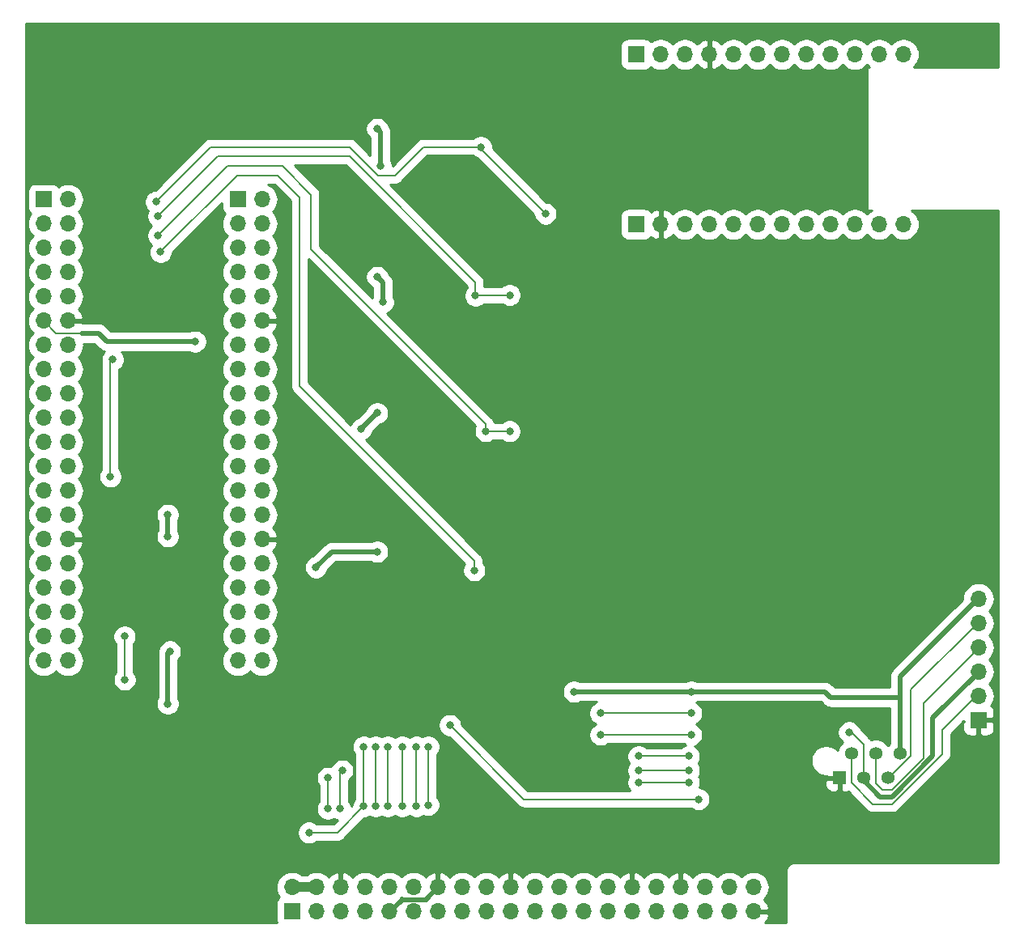
<source format=gbr>
G04 #@! TF.GenerationSoftware,KiCad,Pcbnew,(5.1.4)-1*
G04 #@! TF.CreationDate,2020-06-07T11:10:36-04:00*
G04 #@! TF.ProjectId,RPi_cape_simulator,5250695f-6361-4706-955f-73696d756c61,1.8*
G04 #@! TF.SameCoordinates,Original*
G04 #@! TF.FileFunction,Copper,L2,Bot*
G04 #@! TF.FilePolarity,Positive*
%FSLAX45Y45*%
G04 Gerber Fmt 4.5, Leading zero omitted, Abs format (unit mm)*
G04 Created by KiCad (PCBNEW (5.1.4)-1) date 2020-06-07 11:10:36*
%MOMM*%
%LPD*%
G04 APERTURE LIST*
%ADD10O,1.700000X1.700000*%
%ADD11R,1.700000X1.700000*%
%ADD12C,1.358000*%
%ADD13R,1.358000X1.358000*%
%ADD14C,0.800000*%
%ADD15C,0.500000*%
%ADD16C,0.200000*%
%ADD17C,1.000000*%
%ADD18C,0.254000*%
G04 APERTURE END LIST*
D10*
X12144000Y-19157000D03*
X11890000Y-19157000D03*
X11636000Y-19157000D03*
X11382000Y-19157000D03*
X11128000Y-19157000D03*
X10874000Y-19157000D03*
X10620000Y-19157000D03*
X10366000Y-19157000D03*
X10112000Y-19157000D03*
X9858000Y-19157000D03*
X9604000Y-19157000D03*
D11*
X9350000Y-19157000D03*
D10*
X12144000Y-20935000D03*
X11890000Y-20935000D03*
X11636000Y-20935000D03*
X11382000Y-20935000D03*
X11128000Y-20935000D03*
X10874000Y-20935000D03*
X10620000Y-20935000D03*
X10366000Y-20935000D03*
X10112000Y-20935000D03*
X9858000Y-20935000D03*
X9604000Y-20935000D03*
D11*
X9350000Y-20935000D03*
D10*
X5436000Y-25501000D03*
X5182000Y-25501000D03*
X5436000Y-25247000D03*
X5182000Y-25247000D03*
X5436000Y-24993000D03*
X5182000Y-24993000D03*
X5436000Y-24739000D03*
X5182000Y-24739000D03*
X5436000Y-24485000D03*
X5182000Y-24485000D03*
X5436000Y-24231000D03*
X5182000Y-24231000D03*
X5436000Y-23977000D03*
X5182000Y-23977000D03*
X5436000Y-23723000D03*
X5182000Y-23723000D03*
X5436000Y-23469000D03*
X5182000Y-23469000D03*
X5436000Y-23215000D03*
X5182000Y-23215000D03*
X5436000Y-22961000D03*
X5182000Y-22961000D03*
X5436000Y-22707000D03*
X5182000Y-22707000D03*
X5436000Y-22453000D03*
X5182000Y-22453000D03*
X5436000Y-22199000D03*
X5182000Y-22199000D03*
X5436000Y-21945000D03*
X5182000Y-21945000D03*
X5436000Y-21691000D03*
X5182000Y-21691000D03*
X5436000Y-21437000D03*
X5182000Y-21437000D03*
X5436000Y-21183000D03*
X5182000Y-21183000D03*
X5436000Y-20929000D03*
X5182000Y-20929000D03*
X5436000Y-20675000D03*
D11*
X5182000Y-20675000D03*
D10*
X3404000Y-25501000D03*
X3150000Y-25501000D03*
X3404000Y-25247000D03*
X3150000Y-25247000D03*
X3404000Y-24993000D03*
X3150000Y-24993000D03*
X3404000Y-24739000D03*
X3150000Y-24739000D03*
X3404000Y-24485000D03*
X3150000Y-24485000D03*
X3404000Y-24231000D03*
X3150000Y-24231000D03*
X3404000Y-23977000D03*
X3150000Y-23977000D03*
X3404000Y-23723000D03*
X3150000Y-23723000D03*
X3404000Y-23469000D03*
X3150000Y-23469000D03*
X3404000Y-23215000D03*
X3150000Y-23215000D03*
X3404000Y-22961000D03*
X3150000Y-22961000D03*
X3404000Y-22707000D03*
X3150000Y-22707000D03*
X3404000Y-22453000D03*
X3150000Y-22453000D03*
X3404000Y-22199000D03*
X3150000Y-22199000D03*
X3404000Y-21945000D03*
X3150000Y-21945000D03*
X3404000Y-21691000D03*
X3150000Y-21691000D03*
X3404000Y-21437000D03*
X3150000Y-21437000D03*
X3404000Y-21183000D03*
X3150000Y-21183000D03*
X3404000Y-20929000D03*
X3150000Y-20929000D03*
X3404000Y-20675000D03*
D11*
X3150000Y-20675000D03*
D12*
X12110000Y-26471000D03*
X11983000Y-26725000D03*
X11856000Y-26471000D03*
X11729000Y-26725000D03*
X11602000Y-26471000D03*
D13*
X11475000Y-26725000D03*
D10*
X12928000Y-24852000D03*
X12928000Y-25106000D03*
X12928000Y-25360000D03*
X12928000Y-25614000D03*
X12928000Y-25868000D03*
D11*
X12928000Y-26122000D03*
D10*
X10576000Y-27871000D03*
X10576000Y-28125000D03*
X10322000Y-27871000D03*
X10322000Y-28125000D03*
X10068000Y-27871000D03*
X10068000Y-28125000D03*
X9814000Y-27871000D03*
X9814000Y-28125000D03*
X9560000Y-27871000D03*
X9560000Y-28125000D03*
X9306000Y-27871000D03*
X9306000Y-28125000D03*
X9052000Y-27871000D03*
X9052000Y-28125000D03*
X8798000Y-27871000D03*
X8798000Y-28125000D03*
X8544000Y-27871000D03*
X8544000Y-28125000D03*
X8290000Y-27871000D03*
X8290000Y-28125000D03*
X8036000Y-27871000D03*
X8036000Y-28125000D03*
X7782000Y-27871000D03*
X7782000Y-28125000D03*
X7528000Y-27871000D03*
X7528000Y-28125000D03*
X7274000Y-27871000D03*
X7274000Y-28125000D03*
X7020000Y-27871000D03*
X7020000Y-28125000D03*
X6766000Y-27871000D03*
X6766000Y-28125000D03*
X6512000Y-27871000D03*
X6512000Y-28125000D03*
X6258000Y-27871000D03*
X6258000Y-28125000D03*
X6004000Y-27871000D03*
X6004000Y-28125000D03*
X5750000Y-27871000D03*
D11*
X5750000Y-28125000D03*
D14*
X11550000Y-24985000D03*
X11550000Y-25745000D03*
X11725000Y-22375000D03*
X7350000Y-20325000D03*
X7250000Y-20625000D03*
X7250000Y-22050000D03*
X7250000Y-23500000D03*
X3200000Y-19000000D03*
X6913000Y-21192000D03*
X7350000Y-21875000D03*
X6913000Y-22617000D03*
X7350000Y-23300000D03*
X6913000Y-24067000D03*
X7350000Y-24750000D03*
X7675000Y-25500000D03*
X4575000Y-22025000D03*
X4625000Y-24875000D03*
X4625000Y-25125000D03*
X4625000Y-27500000D03*
X6913000Y-19642000D03*
X11530000Y-21495000D03*
X10900000Y-21400000D03*
X8250000Y-18950000D03*
X7725000Y-18950000D03*
X7400000Y-19250000D03*
X6640000Y-19935000D03*
X6640000Y-21485000D03*
X6640000Y-22910000D03*
X6640000Y-24360000D03*
X6475000Y-23075000D03*
X6700000Y-21750000D03*
X6675000Y-20325000D03*
X11575000Y-26250000D03*
X7400000Y-26175000D03*
X10000000Y-26950000D03*
X3875000Y-22350000D03*
X3850000Y-23575000D03*
X6000000Y-24525000D03*
X8700000Y-25825000D03*
X9925000Y-25825000D03*
X4450000Y-23975000D03*
X4450000Y-24201000D03*
X4450000Y-25950000D03*
X4737500Y-22162500D03*
X4471670Y-25403330D03*
X7656250Y-24556250D03*
X4375000Y-21225000D03*
X7775000Y-23100000D03*
X8025000Y-23100000D03*
X4350000Y-21050000D03*
X7668750Y-21681250D03*
X8025000Y-21675000D03*
X4350000Y-20850000D03*
X7725000Y-20125000D03*
X8400000Y-20825000D03*
X4325000Y-20700000D03*
X8975000Y-26050000D03*
X9925000Y-26050000D03*
X6250000Y-27050000D03*
X6275000Y-26650000D03*
X9925000Y-26275000D03*
X8975000Y-26275000D03*
X6125000Y-27050000D03*
X6125000Y-26725000D03*
X9900000Y-26775000D03*
X9375000Y-26775000D03*
X9900000Y-26650000D03*
X9375000Y-26650000D03*
X3997000Y-25247000D03*
X4000000Y-25700000D03*
X9375000Y-26500000D03*
X9900000Y-26500000D03*
X7175000Y-27009000D03*
X7175000Y-26400000D03*
X7050000Y-27025000D03*
X7050000Y-26400000D03*
X6900000Y-27025000D03*
X6900000Y-26400000D03*
X6750000Y-27025000D03*
X6750000Y-26400000D03*
X6625000Y-27025000D03*
X6625000Y-26400000D03*
X6500000Y-27025000D03*
X6500000Y-26400000D03*
X5925000Y-27300000D03*
D15*
X7146000Y-27999000D02*
X7274000Y-27871000D01*
X6901000Y-27999000D02*
X7146000Y-27999000D01*
X6766000Y-28125000D02*
X6775000Y-28125000D01*
X6775000Y-28125000D02*
X6901000Y-27999000D01*
X11729000Y-26754000D02*
X11729000Y-26725000D01*
X12928000Y-25622000D02*
X12450000Y-26100000D01*
X12928000Y-25614000D02*
X12928000Y-25622000D01*
X12450000Y-26100000D02*
X12450000Y-26500000D01*
X12450000Y-26500000D02*
X12025000Y-26925000D01*
X12025000Y-26925000D02*
X11900000Y-26925000D01*
X11900000Y-26925000D02*
X11729000Y-26754000D01*
X6675000Y-19970000D02*
X6640000Y-19935000D01*
X6675000Y-20325000D02*
X6675000Y-19970000D01*
X6700000Y-21545000D02*
X6640000Y-21485000D01*
X6700000Y-21750000D02*
X6700000Y-21545000D01*
X6475000Y-23075000D02*
X6640000Y-22910000D01*
D16*
X11729000Y-26725000D02*
X11729000Y-26379000D01*
X11729000Y-26379000D02*
X11600000Y-26250000D01*
X11600000Y-26250000D02*
X11575000Y-26250000D01*
X7400000Y-26175000D02*
X8175000Y-26950000D01*
X10025000Y-26950000D02*
X10000000Y-26950000D01*
X8175000Y-26950000D02*
X10000000Y-26950000D01*
X3875000Y-22350000D02*
X3850000Y-22375000D01*
X3850000Y-22375000D02*
X3850000Y-23575000D01*
D15*
X6165000Y-24360000D02*
X6000000Y-24525000D01*
X6640000Y-24360000D02*
X6165000Y-24360000D01*
D17*
X6004000Y-27871000D02*
X5750000Y-27871000D01*
D16*
X6512000Y-28125000D02*
X6512000Y-28088000D01*
D15*
X12923000Y-24852000D02*
X12928000Y-24852000D01*
X12110000Y-25665000D02*
X12923000Y-24852000D01*
X8700000Y-25825000D02*
X9925000Y-25825000D01*
X4450000Y-23975000D02*
X4450000Y-24200000D01*
X4450000Y-24200000D02*
X4450000Y-24201000D01*
X4737500Y-22162500D02*
X3812500Y-22162500D01*
X3812500Y-22162500D02*
X3725000Y-22075000D01*
X3725000Y-22075000D02*
X3550000Y-22075000D01*
D16*
X3280000Y-22075000D02*
X3150000Y-21945000D01*
X3550000Y-22075000D02*
X3280000Y-22075000D01*
D15*
X9925000Y-25825000D02*
X11325000Y-25825000D01*
X11385000Y-25885000D02*
X12110000Y-25885000D01*
X11325000Y-25825000D02*
X11385000Y-25885000D01*
X12110000Y-26471000D02*
X12110000Y-25885000D01*
X12110000Y-25885000D02*
X12110000Y-25665000D01*
X4450000Y-25425000D02*
X4471670Y-25403330D01*
X4450000Y-25950000D02*
X4450000Y-25425000D01*
D16*
X7656250Y-24556250D02*
X7656250Y-24456250D01*
X7656250Y-24456250D02*
X5825000Y-22625000D01*
X5825000Y-22625000D02*
X5825000Y-20650000D01*
X5825000Y-20650000D02*
X5600000Y-20425000D01*
X5600000Y-20425000D02*
X5175000Y-20425000D01*
X5175000Y-20425000D02*
X4375000Y-21225000D01*
X7775000Y-23100000D02*
X8025000Y-23100000D01*
X7775000Y-23100000D02*
X7775000Y-23025000D01*
X7775000Y-23025000D02*
X5950000Y-21200000D01*
X5950000Y-21200000D02*
X5950000Y-20625000D01*
X5950000Y-20625000D02*
X5650000Y-20325000D01*
X5650000Y-20325000D02*
X5075000Y-20325000D01*
X5075000Y-20325000D02*
X4350000Y-21050000D01*
X7668750Y-21681250D02*
X8018750Y-21681250D01*
X8018750Y-21681250D02*
X8025000Y-21675000D01*
X7668750Y-21681250D02*
X7668750Y-21543750D01*
X7668750Y-21543750D02*
X6350000Y-20225000D01*
X6350000Y-20225000D02*
X4975000Y-20225000D01*
X4975000Y-20225000D02*
X4350000Y-20850000D01*
X7725000Y-20125000D02*
X7725000Y-20150000D01*
X7725000Y-20150000D02*
X8400000Y-20825000D01*
X4900000Y-20125000D02*
X4325000Y-20700000D01*
X7725000Y-20125000D02*
X7125000Y-20125000D01*
X7125000Y-20125000D02*
X6825000Y-20425000D01*
X6825000Y-20425000D02*
X6650000Y-20425000D01*
X6350000Y-20125000D02*
X4900000Y-20125000D01*
X6650000Y-20425000D02*
X6350000Y-20125000D01*
X8975000Y-26050000D02*
X9925000Y-26050000D01*
X6250000Y-27050000D02*
X6250000Y-26675000D01*
X6250000Y-26675000D02*
X6275000Y-26650000D01*
X9925000Y-26275000D02*
X8975000Y-26275000D01*
X6125000Y-27050000D02*
X6125000Y-26725000D01*
X9900000Y-26775000D02*
X9375000Y-26775000D01*
X9900000Y-26650000D02*
X9375000Y-26650000D01*
X3997000Y-25247000D02*
X3997000Y-25697000D01*
X3997000Y-25697000D02*
X4000000Y-25700000D01*
X9900000Y-26500000D02*
X9900000Y-26500000D01*
X9375000Y-26500000D02*
X9900000Y-26500000D01*
X11856000Y-26781000D02*
X11856000Y-26471000D01*
X12928000Y-25372000D02*
X12354750Y-25945250D01*
X12928000Y-25360000D02*
X12928000Y-25372000D01*
X12354750Y-25945250D02*
X12354750Y-26520250D01*
X12354750Y-26520250D02*
X12025000Y-26850000D01*
X12025000Y-26850000D02*
X11925000Y-26850000D01*
X11925000Y-26850000D02*
X11856000Y-26781000D01*
X12907000Y-25868000D02*
X12550000Y-26225000D01*
X12928000Y-25868000D02*
X12907000Y-25868000D01*
X12550000Y-26225000D02*
X12550000Y-26475000D01*
X11602000Y-26777000D02*
X11602000Y-26471000D01*
X12550000Y-26475000D02*
X12025000Y-27000000D01*
X12025000Y-27000000D02*
X11825000Y-27000000D01*
X11825000Y-27000000D02*
X11602000Y-26777000D01*
X11995500Y-26725000D02*
X11983000Y-26725000D01*
X12222750Y-26497750D02*
X11995500Y-26725000D01*
X12222750Y-25802250D02*
X12222750Y-26497750D01*
X12928000Y-25106000D02*
X12919000Y-25106000D01*
X12919000Y-25106000D02*
X12222750Y-25802250D01*
X7175000Y-27009000D02*
X7175000Y-26400000D01*
X7050000Y-27025000D02*
X7050000Y-26400000D01*
X6900000Y-27025000D02*
X6900000Y-26400000D01*
X6750000Y-27025000D02*
X6750000Y-26400000D01*
X6625000Y-27025000D02*
X6625000Y-26400000D01*
X6500000Y-27025000D02*
X6500000Y-26400000D01*
X6225000Y-27300000D02*
X6500000Y-27025000D01*
X5925000Y-27300000D02*
X6225000Y-27300000D01*
D18*
G36*
X13137300Y-19287300D02*
G01*
X12249576Y-19287300D01*
X12263156Y-19276156D01*
X12284112Y-19250620D01*
X12299684Y-19221487D01*
X12309273Y-19189875D01*
X12312511Y-19157000D01*
X12309273Y-19124125D01*
X12299684Y-19092514D01*
X12284112Y-19063380D01*
X12263156Y-19037844D01*
X12237620Y-19016888D01*
X12208486Y-19001316D01*
X12176875Y-18991727D01*
X12152238Y-18989300D01*
X12135762Y-18989300D01*
X12111125Y-18991727D01*
X12079513Y-19001316D01*
X12050380Y-19016888D01*
X12024844Y-19037844D01*
X12017000Y-19047403D01*
X12009156Y-19037844D01*
X11983620Y-19016888D01*
X11954486Y-19001316D01*
X11922875Y-18991727D01*
X11898238Y-18989300D01*
X11881762Y-18989300D01*
X11857125Y-18991727D01*
X11825513Y-19001316D01*
X11796380Y-19016888D01*
X11770844Y-19037844D01*
X11763000Y-19047403D01*
X11755156Y-19037844D01*
X11729620Y-19016888D01*
X11700486Y-19001316D01*
X11668875Y-18991727D01*
X11644238Y-18989300D01*
X11627762Y-18989300D01*
X11603125Y-18991727D01*
X11571513Y-19001316D01*
X11542380Y-19016888D01*
X11516844Y-19037844D01*
X11509000Y-19047403D01*
X11501156Y-19037844D01*
X11475620Y-19016888D01*
X11446486Y-19001316D01*
X11414875Y-18991727D01*
X11390238Y-18989300D01*
X11373762Y-18989300D01*
X11349125Y-18991727D01*
X11317513Y-19001316D01*
X11288380Y-19016888D01*
X11262844Y-19037844D01*
X11255000Y-19047403D01*
X11247156Y-19037844D01*
X11221620Y-19016888D01*
X11192486Y-19001316D01*
X11160875Y-18991727D01*
X11136238Y-18989300D01*
X11119762Y-18989300D01*
X11095125Y-18991727D01*
X11063514Y-19001316D01*
X11034380Y-19016888D01*
X11008844Y-19037844D01*
X11001000Y-19047403D01*
X10993156Y-19037844D01*
X10967620Y-19016888D01*
X10938487Y-19001316D01*
X10906875Y-18991727D01*
X10882238Y-18989300D01*
X10865762Y-18989300D01*
X10841125Y-18991727D01*
X10809514Y-19001316D01*
X10780380Y-19016888D01*
X10754844Y-19037844D01*
X10747000Y-19047403D01*
X10739156Y-19037844D01*
X10713620Y-19016888D01*
X10684487Y-19001316D01*
X10652875Y-18991727D01*
X10628238Y-18989300D01*
X10611762Y-18989300D01*
X10587125Y-18991727D01*
X10555514Y-19001316D01*
X10526380Y-19016888D01*
X10500844Y-19037844D01*
X10493000Y-19047403D01*
X10485156Y-19037844D01*
X10459620Y-19016888D01*
X10430487Y-19001316D01*
X10398875Y-18991727D01*
X10374238Y-18989300D01*
X10357762Y-18989300D01*
X10333125Y-18991727D01*
X10301514Y-19001316D01*
X10272380Y-19016888D01*
X10246844Y-19037844D01*
X10238456Y-19048066D01*
X10226172Y-19034166D01*
X10200014Y-19014252D01*
X10170474Y-18999824D01*
X10150702Y-18993827D01*
X10124700Y-19010525D01*
X10124700Y-19144300D01*
X10126700Y-19144300D01*
X10126700Y-19169700D01*
X10124700Y-19169700D01*
X10124700Y-19303476D01*
X10150702Y-19320173D01*
X10170474Y-19314176D01*
X10200014Y-19299748D01*
X10226172Y-19279834D01*
X10238456Y-19265934D01*
X10246844Y-19276156D01*
X10272380Y-19297112D01*
X10301514Y-19312684D01*
X10333125Y-19322274D01*
X10357762Y-19324700D01*
X10374238Y-19324700D01*
X10398875Y-19322274D01*
X10430487Y-19312684D01*
X10459620Y-19297112D01*
X10485156Y-19276156D01*
X10493000Y-19266597D01*
X10500844Y-19276156D01*
X10526380Y-19297112D01*
X10555514Y-19312684D01*
X10587125Y-19322274D01*
X10611762Y-19324700D01*
X10628238Y-19324700D01*
X10652875Y-19322274D01*
X10684487Y-19312684D01*
X10713620Y-19297112D01*
X10739156Y-19276156D01*
X10747000Y-19266597D01*
X10754844Y-19276156D01*
X10780380Y-19297112D01*
X10809514Y-19312684D01*
X10841125Y-19322274D01*
X10865762Y-19324700D01*
X10882238Y-19324700D01*
X10906875Y-19322274D01*
X10938487Y-19312684D01*
X10967620Y-19297112D01*
X10993156Y-19276156D01*
X11001000Y-19266597D01*
X11008844Y-19276156D01*
X11034380Y-19297112D01*
X11063514Y-19312684D01*
X11095125Y-19322274D01*
X11119762Y-19324700D01*
X11136238Y-19324700D01*
X11160875Y-19322274D01*
X11192486Y-19312684D01*
X11221620Y-19297112D01*
X11247156Y-19276156D01*
X11255000Y-19266597D01*
X11262844Y-19276156D01*
X11288380Y-19297112D01*
X11317513Y-19312684D01*
X11349125Y-19322274D01*
X11373762Y-19324700D01*
X11390238Y-19324700D01*
X11414875Y-19322274D01*
X11446486Y-19312684D01*
X11475620Y-19297112D01*
X11501156Y-19276156D01*
X11509000Y-19266597D01*
X11516844Y-19276156D01*
X11542380Y-19297112D01*
X11571513Y-19312684D01*
X11603125Y-19322274D01*
X11627762Y-19324700D01*
X11644238Y-19324700D01*
X11668875Y-19322274D01*
X11700486Y-19312684D01*
X11729620Y-19297112D01*
X11755156Y-19276156D01*
X11763000Y-19266597D01*
X11770844Y-19276156D01*
X11784424Y-19287300D01*
X11775000Y-19287300D01*
X11772522Y-19287544D01*
X11770140Y-19288267D01*
X11767944Y-19289440D01*
X11766020Y-19291020D01*
X11764440Y-19292944D01*
X11763267Y-19295140D01*
X11762544Y-19297522D01*
X11762300Y-19300000D01*
X11762300Y-20775000D01*
X11762544Y-20777478D01*
X11763267Y-20779860D01*
X11764440Y-20782056D01*
X11766020Y-20783980D01*
X11767944Y-20785560D01*
X11770140Y-20786733D01*
X11772522Y-20787456D01*
X11775000Y-20787700D01*
X11809828Y-20787700D01*
X11796380Y-20794888D01*
X11770844Y-20815844D01*
X11763000Y-20825403D01*
X11755156Y-20815844D01*
X11729620Y-20794888D01*
X11700486Y-20779316D01*
X11668875Y-20769727D01*
X11644238Y-20767300D01*
X11627762Y-20767300D01*
X11603125Y-20769727D01*
X11571513Y-20779316D01*
X11542380Y-20794888D01*
X11516844Y-20815844D01*
X11509000Y-20825403D01*
X11501156Y-20815844D01*
X11475620Y-20794888D01*
X11446486Y-20779316D01*
X11414875Y-20769727D01*
X11390238Y-20767300D01*
X11373762Y-20767300D01*
X11349125Y-20769727D01*
X11317513Y-20779316D01*
X11288380Y-20794888D01*
X11262844Y-20815844D01*
X11255000Y-20825403D01*
X11247156Y-20815844D01*
X11221620Y-20794888D01*
X11192486Y-20779316D01*
X11160875Y-20769727D01*
X11136238Y-20767300D01*
X11119762Y-20767300D01*
X11095125Y-20769727D01*
X11063514Y-20779316D01*
X11034380Y-20794888D01*
X11008844Y-20815844D01*
X11001000Y-20825403D01*
X10993156Y-20815844D01*
X10967620Y-20794888D01*
X10938487Y-20779316D01*
X10906875Y-20769727D01*
X10882238Y-20767300D01*
X10865762Y-20767300D01*
X10841125Y-20769727D01*
X10809514Y-20779316D01*
X10780380Y-20794888D01*
X10754844Y-20815844D01*
X10747000Y-20825403D01*
X10739156Y-20815844D01*
X10713620Y-20794888D01*
X10684487Y-20779316D01*
X10652875Y-20769727D01*
X10628238Y-20767300D01*
X10611762Y-20767300D01*
X10587125Y-20769727D01*
X10555514Y-20779316D01*
X10526380Y-20794888D01*
X10500844Y-20815844D01*
X10493000Y-20825403D01*
X10485156Y-20815844D01*
X10459620Y-20794888D01*
X10430487Y-20779316D01*
X10398875Y-20769727D01*
X10374238Y-20767300D01*
X10357762Y-20767300D01*
X10333125Y-20769727D01*
X10301514Y-20779316D01*
X10272380Y-20794888D01*
X10246844Y-20815844D01*
X10239000Y-20825403D01*
X10231156Y-20815844D01*
X10205620Y-20794888D01*
X10176487Y-20779316D01*
X10144875Y-20769727D01*
X10120238Y-20767300D01*
X10103762Y-20767300D01*
X10079125Y-20769727D01*
X10047514Y-20779316D01*
X10018380Y-20794888D01*
X9992844Y-20815844D01*
X9985000Y-20825403D01*
X9977156Y-20815844D01*
X9951620Y-20794888D01*
X9922487Y-20779316D01*
X9890875Y-20769727D01*
X9866238Y-20767300D01*
X9849762Y-20767300D01*
X9825125Y-20769727D01*
X9793514Y-20779316D01*
X9764380Y-20794888D01*
X9738844Y-20815844D01*
X9730456Y-20826066D01*
X9718172Y-20812166D01*
X9692014Y-20792252D01*
X9662474Y-20777824D01*
X9642702Y-20771827D01*
X9616700Y-20788525D01*
X9616700Y-20922300D01*
X9618700Y-20922300D01*
X9618700Y-20947700D01*
X9616700Y-20947700D01*
X9616700Y-21081476D01*
X9642702Y-21098173D01*
X9662474Y-21092176D01*
X9692014Y-21077748D01*
X9718172Y-21057834D01*
X9730456Y-21043934D01*
X9738844Y-21054156D01*
X9764380Y-21075112D01*
X9793514Y-21090684D01*
X9825125Y-21100274D01*
X9849762Y-21102700D01*
X9866238Y-21102700D01*
X9890875Y-21100274D01*
X9922487Y-21090684D01*
X9951620Y-21075112D01*
X9977156Y-21054156D01*
X9985000Y-21044597D01*
X9992844Y-21054156D01*
X10018380Y-21075112D01*
X10047514Y-21090684D01*
X10079125Y-21100274D01*
X10103762Y-21102700D01*
X10120238Y-21102700D01*
X10144875Y-21100274D01*
X10176487Y-21090684D01*
X10205620Y-21075112D01*
X10231156Y-21054156D01*
X10239000Y-21044597D01*
X10246844Y-21054156D01*
X10272380Y-21075112D01*
X10301514Y-21090684D01*
X10333125Y-21100274D01*
X10357762Y-21102700D01*
X10374238Y-21102700D01*
X10398875Y-21100274D01*
X10430487Y-21090684D01*
X10459620Y-21075112D01*
X10485156Y-21054156D01*
X10493000Y-21044597D01*
X10500844Y-21054156D01*
X10526380Y-21075112D01*
X10555514Y-21090684D01*
X10587125Y-21100274D01*
X10611762Y-21102700D01*
X10628238Y-21102700D01*
X10652875Y-21100274D01*
X10684487Y-21090684D01*
X10713620Y-21075112D01*
X10739156Y-21054156D01*
X10747000Y-21044597D01*
X10754844Y-21054156D01*
X10780380Y-21075112D01*
X10809514Y-21090684D01*
X10841125Y-21100274D01*
X10865762Y-21102700D01*
X10882238Y-21102700D01*
X10906875Y-21100274D01*
X10938487Y-21090684D01*
X10967620Y-21075112D01*
X10993156Y-21054156D01*
X11001000Y-21044597D01*
X11008844Y-21054156D01*
X11034380Y-21075112D01*
X11063514Y-21090684D01*
X11095125Y-21100274D01*
X11119762Y-21102700D01*
X11136238Y-21102700D01*
X11160875Y-21100274D01*
X11192486Y-21090684D01*
X11221620Y-21075112D01*
X11247156Y-21054156D01*
X11255000Y-21044597D01*
X11262844Y-21054156D01*
X11288380Y-21075112D01*
X11317513Y-21090684D01*
X11349125Y-21100274D01*
X11373762Y-21102700D01*
X11390238Y-21102700D01*
X11414875Y-21100274D01*
X11446486Y-21090684D01*
X11475620Y-21075112D01*
X11501156Y-21054156D01*
X11509000Y-21044597D01*
X11516844Y-21054156D01*
X11542380Y-21075112D01*
X11571513Y-21090684D01*
X11603125Y-21100274D01*
X11627762Y-21102700D01*
X11644238Y-21102700D01*
X11668875Y-21100274D01*
X11700486Y-21090684D01*
X11729620Y-21075112D01*
X11755156Y-21054156D01*
X11763000Y-21044597D01*
X11770844Y-21054156D01*
X11796380Y-21075112D01*
X11825513Y-21090684D01*
X11857125Y-21100274D01*
X11881762Y-21102700D01*
X11898238Y-21102700D01*
X11922875Y-21100274D01*
X11954486Y-21090684D01*
X11983620Y-21075112D01*
X12009156Y-21054156D01*
X12017000Y-21044597D01*
X12024844Y-21054156D01*
X12050380Y-21075112D01*
X12079513Y-21090684D01*
X12111125Y-21100274D01*
X12135762Y-21102700D01*
X12152238Y-21102700D01*
X12176875Y-21100274D01*
X12208486Y-21090684D01*
X12237620Y-21075112D01*
X12263156Y-21054156D01*
X12284112Y-21028620D01*
X12299684Y-20999487D01*
X12309273Y-20967875D01*
X12312511Y-20935000D01*
X12309273Y-20902125D01*
X12299684Y-20870514D01*
X12284112Y-20841380D01*
X12263156Y-20815844D01*
X12237620Y-20794888D01*
X12224172Y-20787700D01*
X13137300Y-20787700D01*
X13137300Y-27614800D01*
X11004185Y-27614800D01*
X11000000Y-27614388D01*
X10995815Y-27614800D01*
X10995815Y-27614800D01*
X10983298Y-27616033D01*
X10967238Y-27620905D01*
X10952436Y-27628816D01*
X10939463Y-27639463D01*
X10928816Y-27652436D01*
X10920905Y-27667238D01*
X10916033Y-27683298D01*
X10914388Y-27700000D01*
X10914800Y-27704186D01*
X10914800Y-28237300D01*
X10699481Y-28237300D01*
X10711942Y-28223200D01*
X10728488Y-28194792D01*
X10739173Y-28163702D01*
X10722544Y-28137700D01*
X10588700Y-28137700D01*
X10588700Y-28139700D01*
X10563300Y-28139700D01*
X10563300Y-28137700D01*
X10561300Y-28137700D01*
X10561300Y-28112300D01*
X10563300Y-28112300D01*
X10563300Y-28110300D01*
X10588700Y-28110300D01*
X10588700Y-28112300D01*
X10722544Y-28112300D01*
X10739173Y-28086298D01*
X10728488Y-28055208D01*
X10711942Y-28026800D01*
X10690172Y-28002166D01*
X10685165Y-27998354D01*
X10695156Y-27990156D01*
X10716112Y-27964620D01*
X10731684Y-27935486D01*
X10741274Y-27903875D01*
X10744511Y-27871000D01*
X10741274Y-27838125D01*
X10731684Y-27806513D01*
X10716112Y-27777380D01*
X10695156Y-27751844D01*
X10669620Y-27730888D01*
X10640487Y-27715316D01*
X10608875Y-27705726D01*
X10584238Y-27703300D01*
X10567762Y-27703300D01*
X10543125Y-27705726D01*
X10511514Y-27715316D01*
X10482380Y-27730888D01*
X10456844Y-27751844D01*
X10449000Y-27761403D01*
X10441156Y-27751844D01*
X10415620Y-27730888D01*
X10386487Y-27715316D01*
X10354875Y-27705726D01*
X10330238Y-27703300D01*
X10313762Y-27703300D01*
X10289125Y-27705726D01*
X10257514Y-27715316D01*
X10228380Y-27730888D01*
X10202844Y-27751844D01*
X10195000Y-27761403D01*
X10187156Y-27751844D01*
X10161620Y-27730888D01*
X10132487Y-27715316D01*
X10100875Y-27705726D01*
X10076238Y-27703300D01*
X10059762Y-27703300D01*
X10035125Y-27705726D01*
X10003514Y-27715316D01*
X9974380Y-27730888D01*
X9948844Y-27751844D01*
X9940456Y-27762066D01*
X9928172Y-27748166D01*
X9902014Y-27728252D01*
X9872474Y-27713824D01*
X9852702Y-27707827D01*
X9826700Y-27724524D01*
X9826700Y-27858300D01*
X9828700Y-27858300D01*
X9828700Y-27883700D01*
X9826700Y-27883700D01*
X9826700Y-27885700D01*
X9801300Y-27885700D01*
X9801300Y-27883700D01*
X9799300Y-27883700D01*
X9799300Y-27858300D01*
X9801300Y-27858300D01*
X9801300Y-27724524D01*
X9775298Y-27707827D01*
X9755526Y-27713824D01*
X9725986Y-27728252D01*
X9699828Y-27748166D01*
X9687544Y-27762066D01*
X9679156Y-27751844D01*
X9653620Y-27730888D01*
X9624487Y-27715316D01*
X9592875Y-27705726D01*
X9568238Y-27703300D01*
X9551762Y-27703300D01*
X9527125Y-27705726D01*
X9495514Y-27715316D01*
X9466380Y-27730888D01*
X9440844Y-27751844D01*
X9432456Y-27762066D01*
X9420172Y-27748166D01*
X9394014Y-27728252D01*
X9364474Y-27713824D01*
X9344702Y-27707827D01*
X9318700Y-27724524D01*
X9318700Y-27858300D01*
X9320700Y-27858300D01*
X9320700Y-27883700D01*
X9318700Y-27883700D01*
X9318700Y-27885700D01*
X9293300Y-27885700D01*
X9293300Y-27883700D01*
X9291300Y-27883700D01*
X9291300Y-27858300D01*
X9293300Y-27858300D01*
X9293300Y-27724524D01*
X9267298Y-27707827D01*
X9247526Y-27713824D01*
X9217986Y-27728252D01*
X9191828Y-27748166D01*
X9179544Y-27762066D01*
X9171156Y-27751844D01*
X9145620Y-27730888D01*
X9116487Y-27715316D01*
X9084875Y-27705726D01*
X9060238Y-27703300D01*
X9043762Y-27703300D01*
X9019125Y-27705726D01*
X8987514Y-27715316D01*
X8958380Y-27730888D01*
X8932844Y-27751844D01*
X8925000Y-27761403D01*
X8917156Y-27751844D01*
X8891620Y-27730888D01*
X8862487Y-27715316D01*
X8830875Y-27705726D01*
X8806238Y-27703300D01*
X8789762Y-27703300D01*
X8765125Y-27705726D01*
X8733514Y-27715316D01*
X8704380Y-27730888D01*
X8678844Y-27751844D01*
X8671000Y-27761403D01*
X8663156Y-27751844D01*
X8637620Y-27730888D01*
X8608487Y-27715316D01*
X8576875Y-27705726D01*
X8552238Y-27703300D01*
X8535762Y-27703300D01*
X8511125Y-27705726D01*
X8479514Y-27715316D01*
X8450380Y-27730888D01*
X8424844Y-27751844D01*
X8417000Y-27761403D01*
X8409156Y-27751844D01*
X8383620Y-27730888D01*
X8354486Y-27715316D01*
X8322875Y-27705726D01*
X8298238Y-27703300D01*
X8281762Y-27703300D01*
X8257125Y-27705726D01*
X8225513Y-27715316D01*
X8196380Y-27730888D01*
X8170844Y-27751844D01*
X8162456Y-27762066D01*
X8150172Y-27748166D01*
X8124014Y-27728252D01*
X8094474Y-27713824D01*
X8074702Y-27707827D01*
X8048700Y-27724524D01*
X8048700Y-27858300D01*
X8050700Y-27858300D01*
X8050700Y-27883700D01*
X8048700Y-27883700D01*
X8048700Y-27885700D01*
X8023300Y-27885700D01*
X8023300Y-27883700D01*
X8021300Y-27883700D01*
X8021300Y-27858300D01*
X8023300Y-27858300D01*
X8023300Y-27724524D01*
X7997298Y-27707827D01*
X7977526Y-27713824D01*
X7947986Y-27728252D01*
X7921828Y-27748166D01*
X7909544Y-27762066D01*
X7901156Y-27751844D01*
X7875620Y-27730888D01*
X7846486Y-27715316D01*
X7814875Y-27705726D01*
X7790238Y-27703300D01*
X7773762Y-27703300D01*
X7749125Y-27705726D01*
X7717513Y-27715316D01*
X7688380Y-27730888D01*
X7662844Y-27751844D01*
X7655000Y-27761403D01*
X7647156Y-27751844D01*
X7621620Y-27730888D01*
X7592486Y-27715316D01*
X7560875Y-27705726D01*
X7536238Y-27703300D01*
X7519762Y-27703300D01*
X7495125Y-27705726D01*
X7463513Y-27715316D01*
X7434380Y-27730888D01*
X7408844Y-27751844D01*
X7400456Y-27762066D01*
X7388172Y-27748166D01*
X7362014Y-27728252D01*
X7332474Y-27713824D01*
X7312702Y-27707827D01*
X7286700Y-27724524D01*
X7286700Y-27858300D01*
X7288700Y-27858300D01*
X7288700Y-27883700D01*
X7286700Y-27883700D01*
X7286700Y-27885700D01*
X7261300Y-27885700D01*
X7261300Y-27883700D01*
X7259300Y-27883700D01*
X7259300Y-27858300D01*
X7261300Y-27858300D01*
X7261300Y-27724524D01*
X7235298Y-27707827D01*
X7215526Y-27713824D01*
X7185986Y-27728252D01*
X7159828Y-27748166D01*
X7147544Y-27762066D01*
X7139156Y-27751844D01*
X7113620Y-27730888D01*
X7084486Y-27715316D01*
X7052875Y-27705726D01*
X7028238Y-27703300D01*
X7011762Y-27703300D01*
X6987125Y-27705726D01*
X6955513Y-27715316D01*
X6926380Y-27730888D01*
X6900844Y-27751844D01*
X6893000Y-27761403D01*
X6885156Y-27751844D01*
X6859620Y-27730888D01*
X6830486Y-27715316D01*
X6798875Y-27705726D01*
X6774238Y-27703300D01*
X6757762Y-27703300D01*
X6733125Y-27705726D01*
X6701513Y-27715316D01*
X6672380Y-27730888D01*
X6646844Y-27751844D01*
X6639000Y-27761403D01*
X6631156Y-27751844D01*
X6605620Y-27730888D01*
X6576486Y-27715316D01*
X6544875Y-27705726D01*
X6520238Y-27703300D01*
X6503762Y-27703300D01*
X6479125Y-27705726D01*
X6447513Y-27715316D01*
X6418380Y-27730888D01*
X6392844Y-27751844D01*
X6384456Y-27762066D01*
X6372172Y-27748166D01*
X6346014Y-27728252D01*
X6316474Y-27713824D01*
X6296702Y-27707827D01*
X6270700Y-27724524D01*
X6270700Y-27858300D01*
X6272700Y-27858300D01*
X6272700Y-27883700D01*
X6270700Y-27883700D01*
X6270700Y-27885700D01*
X6245300Y-27885700D01*
X6245300Y-27883700D01*
X6243300Y-27883700D01*
X6243300Y-27858300D01*
X6245300Y-27858300D01*
X6245300Y-27724524D01*
X6219298Y-27707827D01*
X6199526Y-27713824D01*
X6169986Y-27728252D01*
X6143828Y-27748166D01*
X6131544Y-27762066D01*
X6123156Y-27751844D01*
X6097620Y-27730888D01*
X6068486Y-27715316D01*
X6036875Y-27705726D01*
X6012238Y-27703300D01*
X5995762Y-27703300D01*
X5971125Y-27705726D01*
X5939513Y-27715316D01*
X5910380Y-27730888D01*
X5901348Y-27738300D01*
X5852652Y-27738300D01*
X5843620Y-27730888D01*
X5814486Y-27715316D01*
X5782875Y-27705726D01*
X5758238Y-27703300D01*
X5741762Y-27703300D01*
X5717125Y-27705726D01*
X5685513Y-27715316D01*
X5656380Y-27730888D01*
X5630844Y-27751844D01*
X5609888Y-27777380D01*
X5594316Y-27806513D01*
X5584727Y-27838125D01*
X5581489Y-27871000D01*
X5584727Y-27903875D01*
X5594316Y-27935486D01*
X5609888Y-27964620D01*
X5616570Y-27972762D01*
X5606239Y-27981239D01*
X5595905Y-27993832D01*
X5588226Y-28008199D01*
X5583497Y-28023788D01*
X5581900Y-28040000D01*
X5581900Y-28210000D01*
X5583497Y-28226212D01*
X5586860Y-28237300D01*
X2962700Y-28237300D01*
X2962700Y-27287915D01*
X5802300Y-27287915D01*
X5802300Y-27312085D01*
X5807015Y-27335790D01*
X5816265Y-27358120D01*
X5829693Y-27378217D01*
X5846783Y-27395307D01*
X5866880Y-27408735D01*
X5889210Y-27417985D01*
X5912915Y-27422700D01*
X5937085Y-27422700D01*
X5960790Y-27417985D01*
X5983120Y-27408735D01*
X6003217Y-27395307D01*
X6005824Y-27392700D01*
X6220447Y-27392700D01*
X6225000Y-27393148D01*
X6229553Y-27392700D01*
X6229554Y-27392700D01*
X6243172Y-27391359D01*
X6260646Y-27386058D01*
X6276750Y-27377450D01*
X6290866Y-27365866D01*
X6293769Y-27362329D01*
X6508398Y-27147700D01*
X6512085Y-27147700D01*
X6535790Y-27142985D01*
X6558120Y-27133735D01*
X6562500Y-27130809D01*
X6566880Y-27133735D01*
X6589210Y-27142985D01*
X6612915Y-27147700D01*
X6637085Y-27147700D01*
X6660790Y-27142985D01*
X6683120Y-27133735D01*
X6687500Y-27130809D01*
X6691880Y-27133735D01*
X6714210Y-27142985D01*
X6737915Y-27147700D01*
X6762085Y-27147700D01*
X6785790Y-27142985D01*
X6808120Y-27133735D01*
X6825000Y-27122457D01*
X6841880Y-27133735D01*
X6864210Y-27142985D01*
X6887915Y-27147700D01*
X6912085Y-27147700D01*
X6935790Y-27142985D01*
X6958120Y-27133735D01*
X6975000Y-27122457D01*
X6991880Y-27133735D01*
X7014210Y-27142985D01*
X7037915Y-27147700D01*
X7062085Y-27147700D01*
X7085790Y-27142985D01*
X7108120Y-27133735D01*
X7126254Y-27121618D01*
X7139210Y-27126985D01*
X7162915Y-27131700D01*
X7187085Y-27131700D01*
X7210790Y-27126985D01*
X7233120Y-27117735D01*
X7253217Y-27104307D01*
X7270307Y-27087217D01*
X7283735Y-27067120D01*
X7292985Y-27044790D01*
X7297700Y-27021085D01*
X7297700Y-26996915D01*
X7292985Y-26973210D01*
X7283735Y-26950880D01*
X7270307Y-26930783D01*
X7267700Y-26928176D01*
X7267700Y-26480824D01*
X7270307Y-26478217D01*
X7283735Y-26458120D01*
X7292985Y-26435790D01*
X7297700Y-26412085D01*
X7297700Y-26387915D01*
X7292985Y-26364210D01*
X7283735Y-26341880D01*
X7270307Y-26321783D01*
X7253217Y-26304693D01*
X7233120Y-26291265D01*
X7210790Y-26282015D01*
X7187085Y-26277300D01*
X7162915Y-26277300D01*
X7139210Y-26282015D01*
X7116880Y-26291265D01*
X7112500Y-26294191D01*
X7108120Y-26291265D01*
X7085790Y-26282015D01*
X7062085Y-26277300D01*
X7037915Y-26277300D01*
X7014210Y-26282015D01*
X6991880Y-26291265D01*
X6975000Y-26302543D01*
X6958120Y-26291265D01*
X6935790Y-26282015D01*
X6912085Y-26277300D01*
X6887915Y-26277300D01*
X6864210Y-26282015D01*
X6841880Y-26291265D01*
X6825000Y-26302543D01*
X6808120Y-26291265D01*
X6785790Y-26282015D01*
X6762085Y-26277300D01*
X6737915Y-26277300D01*
X6714210Y-26282015D01*
X6691880Y-26291265D01*
X6687500Y-26294191D01*
X6683120Y-26291265D01*
X6660790Y-26282015D01*
X6637085Y-26277300D01*
X6612915Y-26277300D01*
X6589210Y-26282015D01*
X6566880Y-26291265D01*
X6562500Y-26294191D01*
X6558120Y-26291265D01*
X6535790Y-26282015D01*
X6512085Y-26277300D01*
X6487915Y-26277300D01*
X6464210Y-26282015D01*
X6441880Y-26291265D01*
X6421783Y-26304693D01*
X6404693Y-26321783D01*
X6391265Y-26341880D01*
X6382015Y-26364210D01*
X6377300Y-26387915D01*
X6377300Y-26412085D01*
X6382015Y-26435790D01*
X6391265Y-26458120D01*
X6404693Y-26478217D01*
X6407300Y-26480824D01*
X6407300Y-26944176D01*
X6404693Y-26946783D01*
X6391265Y-26966880D01*
X6382015Y-26989210D01*
X6377300Y-27012915D01*
X6377300Y-27016602D01*
X6369927Y-27023975D01*
X6367985Y-27014210D01*
X6358735Y-26991880D01*
X6345307Y-26971783D01*
X6342700Y-26969176D01*
X6342700Y-26752334D01*
X6353217Y-26745307D01*
X6370307Y-26728217D01*
X6383735Y-26708120D01*
X6392985Y-26685790D01*
X6397700Y-26662085D01*
X6397700Y-26637915D01*
X6392985Y-26614210D01*
X6383735Y-26591880D01*
X6370307Y-26571783D01*
X6353217Y-26554693D01*
X6333120Y-26541265D01*
X6310790Y-26532015D01*
X6287085Y-26527300D01*
X6262915Y-26527300D01*
X6239210Y-26532015D01*
X6216880Y-26541265D01*
X6196783Y-26554693D01*
X6179693Y-26571783D01*
X6166265Y-26591880D01*
X6160056Y-26606869D01*
X6137085Y-26602300D01*
X6112915Y-26602300D01*
X6089210Y-26607015D01*
X6066880Y-26616265D01*
X6046783Y-26629693D01*
X6029693Y-26646783D01*
X6016265Y-26666880D01*
X6007015Y-26689210D01*
X6002300Y-26712915D01*
X6002300Y-26737085D01*
X6007015Y-26760790D01*
X6016265Y-26783120D01*
X6029693Y-26803217D01*
X6032300Y-26805824D01*
X6032300Y-26969176D01*
X6029693Y-26971783D01*
X6016265Y-26991880D01*
X6007015Y-27014210D01*
X6002300Y-27037915D01*
X6002300Y-27062085D01*
X6007015Y-27085790D01*
X6016265Y-27108120D01*
X6029693Y-27128217D01*
X6046783Y-27145307D01*
X6066880Y-27158735D01*
X6089210Y-27167985D01*
X6112915Y-27172700D01*
X6137085Y-27172700D01*
X6160790Y-27167985D01*
X6183120Y-27158735D01*
X6187500Y-27155809D01*
X6191880Y-27158735D01*
X6214210Y-27167985D01*
X6223975Y-27169927D01*
X6186602Y-27207300D01*
X6005824Y-27207300D01*
X6003217Y-27204693D01*
X5983120Y-27191265D01*
X5960790Y-27182015D01*
X5937085Y-27177300D01*
X5912915Y-27177300D01*
X5889210Y-27182015D01*
X5866880Y-27191265D01*
X5846783Y-27204693D01*
X5829693Y-27221783D01*
X5816265Y-27241880D01*
X5807015Y-27264210D01*
X5802300Y-27287915D01*
X2962700Y-27287915D01*
X2962700Y-26162915D01*
X7277300Y-26162915D01*
X7277300Y-26187085D01*
X7282015Y-26210790D01*
X7291265Y-26233120D01*
X7304693Y-26253217D01*
X7321783Y-26270307D01*
X7341880Y-26283735D01*
X7364210Y-26292985D01*
X7387915Y-26297700D01*
X7391602Y-26297700D01*
X8106232Y-27012329D01*
X8109134Y-27015866D01*
X8112671Y-27018768D01*
X8112671Y-27018769D01*
X8123249Y-27027450D01*
X8127185Y-27029554D01*
X8139354Y-27036058D01*
X8156828Y-27041359D01*
X8170446Y-27042700D01*
X8170447Y-27042700D01*
X8175000Y-27043148D01*
X8179553Y-27042700D01*
X9919176Y-27042700D01*
X9921783Y-27045307D01*
X9941880Y-27058735D01*
X9964210Y-27067985D01*
X9987915Y-27072700D01*
X10012085Y-27072700D01*
X10035790Y-27067985D01*
X10058120Y-27058735D01*
X10078217Y-27045307D01*
X10095307Y-27028217D01*
X10108735Y-27008120D01*
X10117985Y-26985790D01*
X10122700Y-26962085D01*
X10122700Y-26937915D01*
X10117985Y-26914210D01*
X10108735Y-26891880D01*
X10095307Y-26871783D01*
X10078217Y-26854693D01*
X10058120Y-26841265D01*
X10035790Y-26832015D01*
X10012085Y-26827300D01*
X10011146Y-26827300D01*
X10017985Y-26810790D01*
X10021543Y-26792900D01*
X11324000Y-26792900D01*
X11325597Y-26809112D01*
X11330325Y-26824701D01*
X11338005Y-26839068D01*
X11348339Y-26851661D01*
X11360932Y-26861995D01*
X11375299Y-26869674D01*
X11390888Y-26874403D01*
X11407100Y-26876000D01*
X11441625Y-26875600D01*
X11462300Y-26854925D01*
X11462300Y-26737700D01*
X11345075Y-26737700D01*
X11324400Y-26758375D01*
X11324000Y-26792900D01*
X10021543Y-26792900D01*
X10022700Y-26787085D01*
X10022700Y-26762915D01*
X10017985Y-26739210D01*
X10008735Y-26716880D01*
X10005809Y-26712500D01*
X10008735Y-26708120D01*
X10017985Y-26685790D01*
X10022700Y-26662085D01*
X10022700Y-26637915D01*
X10017985Y-26614210D01*
X10008735Y-26591880D01*
X9997457Y-26575000D01*
X10008735Y-26558121D01*
X10017985Y-26535791D01*
X10022700Y-26512085D01*
X10022700Y-26487915D01*
X10017985Y-26464210D01*
X10008735Y-26441880D01*
X9995307Y-26421784D01*
X9978217Y-26404693D01*
X9960716Y-26392999D01*
X9960790Y-26392985D01*
X9983120Y-26383735D01*
X10003217Y-26370307D01*
X10020307Y-26353217D01*
X10033735Y-26333120D01*
X10042985Y-26310790D01*
X10047700Y-26287085D01*
X10047700Y-26262915D01*
X10042985Y-26239210D01*
X10033735Y-26216880D01*
X10020307Y-26196783D01*
X10003217Y-26179693D01*
X9983120Y-26166265D01*
X9974032Y-26162500D01*
X9983120Y-26158735D01*
X10003217Y-26145307D01*
X10020307Y-26128217D01*
X10033735Y-26108120D01*
X10042985Y-26085790D01*
X10047700Y-26062085D01*
X10047700Y-26037915D01*
X10042985Y-26014210D01*
X10033735Y-25991880D01*
X10020307Y-25971783D01*
X10003217Y-25954693D01*
X9983120Y-25941265D01*
X9974032Y-25937500D01*
X9983120Y-25933735D01*
X9984670Y-25932700D01*
X11280389Y-25932700D01*
X11305103Y-25957413D01*
X11308476Y-25961524D01*
X11324876Y-25974983D01*
X11343586Y-25984983D01*
X11363887Y-25991142D01*
X11379709Y-25992700D01*
X11379709Y-25992700D01*
X11385000Y-25993221D01*
X11390291Y-25992700D01*
X12002300Y-25992700D01*
X12002300Y-26365719D01*
X11993021Y-26374998D01*
X11983000Y-26389996D01*
X11972979Y-26374998D01*
X11952002Y-26354021D01*
X11927336Y-26337540D01*
X11899928Y-26326187D01*
X11870833Y-26320400D01*
X11841167Y-26320400D01*
X11812072Y-26326187D01*
X11807004Y-26328286D01*
X11806967Y-26328217D01*
X11806450Y-26327249D01*
X11797769Y-26316671D01*
X11797768Y-26316671D01*
X11794866Y-26313134D01*
X11791329Y-26310232D01*
X11691342Y-26210245D01*
X11683735Y-26191880D01*
X11670307Y-26171783D01*
X11653217Y-26154693D01*
X11633120Y-26141265D01*
X11610790Y-26132015D01*
X11587085Y-26127300D01*
X11562915Y-26127300D01*
X11539210Y-26132015D01*
X11516880Y-26141265D01*
X11496783Y-26154693D01*
X11479693Y-26171783D01*
X11466265Y-26191880D01*
X11457015Y-26214210D01*
X11452300Y-26237915D01*
X11452300Y-26262085D01*
X11457015Y-26285790D01*
X11466265Y-26308120D01*
X11479693Y-26328217D01*
X11496783Y-26345307D01*
X11507911Y-26352743D01*
X11505998Y-26354021D01*
X11485021Y-26374998D01*
X11468540Y-26399664D01*
X11457187Y-26427072D01*
X11454938Y-26438381D01*
X11437121Y-26420565D01*
X11410883Y-26403033D01*
X11381729Y-26390956D01*
X11350778Y-26384800D01*
X11319222Y-26384800D01*
X11288271Y-26390956D01*
X11259117Y-26403033D01*
X11232878Y-26420565D01*
X11210565Y-26442878D01*
X11193033Y-26469117D01*
X11180956Y-26498271D01*
X11174800Y-26529222D01*
X11174800Y-26560778D01*
X11180956Y-26591729D01*
X11193033Y-26620883D01*
X11210565Y-26647121D01*
X11232878Y-26669435D01*
X11259117Y-26686967D01*
X11288271Y-26699044D01*
X11319222Y-26705200D01*
X11337975Y-26705200D01*
X11345075Y-26712300D01*
X11462300Y-26712300D01*
X11462300Y-26710300D01*
X11487700Y-26710300D01*
X11487700Y-26712300D01*
X11489700Y-26712300D01*
X11489700Y-26737700D01*
X11487700Y-26737700D01*
X11487700Y-26854925D01*
X11508375Y-26875600D01*
X11542900Y-26876000D01*
X11559112Y-26874403D01*
X11566166Y-26872264D01*
X11756232Y-27062329D01*
X11759134Y-27065866D01*
X11762671Y-27068768D01*
X11762671Y-27068769D01*
X11773249Y-27077450D01*
X11781857Y-27082051D01*
X11789354Y-27086058D01*
X11806828Y-27091359D01*
X11820446Y-27092700D01*
X11820447Y-27092700D01*
X11825000Y-27093148D01*
X11829553Y-27092700D01*
X12020447Y-27092700D01*
X12025000Y-27093148D01*
X12029553Y-27092700D01*
X12029554Y-27092700D01*
X12043172Y-27091359D01*
X12060646Y-27086058D01*
X12076750Y-27077450D01*
X12090866Y-27065866D01*
X12093769Y-27062329D01*
X12612329Y-26543768D01*
X12615866Y-26540866D01*
X12618768Y-26537329D01*
X12618769Y-26537329D01*
X12627450Y-26526751D01*
X12632035Y-26518173D01*
X12636058Y-26510646D01*
X12641359Y-26493172D01*
X12642700Y-26479554D01*
X12642700Y-26479553D01*
X12643148Y-26475000D01*
X12642700Y-26470447D01*
X12642700Y-26263397D01*
X12771397Y-26134700D01*
X12780975Y-26134700D01*
X12760300Y-26155375D01*
X12759900Y-26207000D01*
X12761497Y-26223212D01*
X12766225Y-26238801D01*
X12773905Y-26253168D01*
X12784239Y-26265761D01*
X12796832Y-26276095D01*
X12811199Y-26283774D01*
X12826788Y-26288503D01*
X12843000Y-26290100D01*
X12894625Y-26289700D01*
X12915300Y-26269025D01*
X12915300Y-26134700D01*
X12940700Y-26134700D01*
X12940700Y-26269025D01*
X12961375Y-26289700D01*
X13013000Y-26290100D01*
X13029212Y-26288503D01*
X13044801Y-26283774D01*
X13059168Y-26276095D01*
X13071761Y-26265761D01*
X13082095Y-26253168D01*
X13089774Y-26238801D01*
X13094503Y-26223212D01*
X13096100Y-26207000D01*
X13095700Y-26155375D01*
X13075025Y-26134700D01*
X12940700Y-26134700D01*
X12915300Y-26134700D01*
X12913300Y-26134700D01*
X12913300Y-26109300D01*
X12915300Y-26109300D01*
X12915300Y-26107300D01*
X12940700Y-26107300D01*
X12940700Y-26109300D01*
X13075025Y-26109300D01*
X13095700Y-26088625D01*
X13096100Y-26037000D01*
X13094503Y-26020788D01*
X13089774Y-26005199D01*
X13082095Y-25990832D01*
X13071761Y-25978239D01*
X13061430Y-25969762D01*
X13068112Y-25961620D01*
X13083684Y-25932486D01*
X13093273Y-25900875D01*
X13096511Y-25868000D01*
X13093273Y-25835125D01*
X13083684Y-25803513D01*
X13068112Y-25774380D01*
X13047156Y-25748844D01*
X13037597Y-25741000D01*
X13047156Y-25733156D01*
X13068112Y-25707620D01*
X13083684Y-25678486D01*
X13093273Y-25646875D01*
X13096511Y-25614000D01*
X13093273Y-25581125D01*
X13083684Y-25549513D01*
X13068112Y-25520380D01*
X13047156Y-25494844D01*
X13037597Y-25487000D01*
X13047156Y-25479156D01*
X13068112Y-25453620D01*
X13083684Y-25424486D01*
X13093273Y-25392875D01*
X13096511Y-25360000D01*
X13093273Y-25327125D01*
X13083684Y-25295513D01*
X13068112Y-25266380D01*
X13047156Y-25240844D01*
X13037597Y-25233000D01*
X13047156Y-25225156D01*
X13068112Y-25199620D01*
X13083684Y-25170486D01*
X13093273Y-25138875D01*
X13096511Y-25106000D01*
X13093273Y-25073125D01*
X13083684Y-25041513D01*
X13068112Y-25012380D01*
X13047156Y-24986844D01*
X13037597Y-24979000D01*
X13047156Y-24971156D01*
X13068112Y-24945620D01*
X13083684Y-24916486D01*
X13093273Y-24884875D01*
X13096511Y-24852000D01*
X13093273Y-24819125D01*
X13083684Y-24787513D01*
X13068112Y-24758380D01*
X13047156Y-24732844D01*
X13021620Y-24711888D01*
X12992486Y-24696316D01*
X12960875Y-24686726D01*
X12936238Y-24684300D01*
X12919762Y-24684300D01*
X12895125Y-24686726D01*
X12863513Y-24696316D01*
X12834380Y-24711888D01*
X12808844Y-24732844D01*
X12787888Y-24758380D01*
X12772316Y-24787513D01*
X12762726Y-24819125D01*
X12759489Y-24852000D01*
X12760493Y-24862196D01*
X12037586Y-25585103D01*
X12033476Y-25588476D01*
X12030103Y-25592586D01*
X12020017Y-25604876D01*
X12010017Y-25623586D01*
X12003858Y-25643887D01*
X12001779Y-25665000D01*
X12002300Y-25670292D01*
X12002300Y-25777300D01*
X11429611Y-25777300D01*
X11404897Y-25752587D01*
X11401524Y-25748476D01*
X11385124Y-25735017D01*
X11366414Y-25725017D01*
X11346113Y-25718858D01*
X11330291Y-25717300D01*
X11330291Y-25717300D01*
X11325000Y-25716779D01*
X11319709Y-25717300D01*
X9984670Y-25717300D01*
X9983120Y-25716265D01*
X9960790Y-25707015D01*
X9937085Y-25702300D01*
X9912915Y-25702300D01*
X9889210Y-25707015D01*
X9866880Y-25716265D01*
X9865330Y-25717300D01*
X8759670Y-25717300D01*
X8758120Y-25716265D01*
X8735790Y-25707015D01*
X8712085Y-25702300D01*
X8687915Y-25702300D01*
X8664210Y-25707015D01*
X8641880Y-25716265D01*
X8621783Y-25729693D01*
X8604693Y-25746783D01*
X8591265Y-25766880D01*
X8582015Y-25789210D01*
X8577300Y-25812915D01*
X8577300Y-25837085D01*
X8582015Y-25860790D01*
X8591265Y-25883120D01*
X8604693Y-25903217D01*
X8621783Y-25920307D01*
X8641880Y-25933735D01*
X8664210Y-25942985D01*
X8687915Y-25947700D01*
X8712085Y-25947700D01*
X8735790Y-25942985D01*
X8758120Y-25933735D01*
X8759670Y-25932700D01*
X8937557Y-25932700D01*
X8916880Y-25941265D01*
X8896783Y-25954693D01*
X8879693Y-25971783D01*
X8866265Y-25991880D01*
X8857015Y-26014210D01*
X8852300Y-26037915D01*
X8852300Y-26062085D01*
X8857015Y-26085790D01*
X8866265Y-26108120D01*
X8879693Y-26128217D01*
X8896783Y-26145307D01*
X8916880Y-26158735D01*
X8925969Y-26162500D01*
X8916880Y-26166265D01*
X8896783Y-26179693D01*
X8879693Y-26196783D01*
X8866265Y-26216880D01*
X8857015Y-26239210D01*
X8852300Y-26262915D01*
X8852300Y-26287085D01*
X8857015Y-26310790D01*
X8866265Y-26333120D01*
X8879693Y-26353217D01*
X8896783Y-26370307D01*
X8916880Y-26383735D01*
X8939210Y-26392985D01*
X8962915Y-26397700D01*
X8987085Y-26397700D01*
X9010790Y-26392985D01*
X9033120Y-26383735D01*
X9053217Y-26370307D01*
X9055824Y-26367700D01*
X9844176Y-26367700D01*
X9846783Y-26370307D01*
X9864284Y-26382001D01*
X9864210Y-26382016D01*
X9841880Y-26391265D01*
X9821783Y-26404693D01*
X9819176Y-26407300D01*
X9455824Y-26407300D01*
X9453217Y-26404693D01*
X9433120Y-26391265D01*
X9410790Y-26382015D01*
X9387085Y-26377300D01*
X9362915Y-26377300D01*
X9339210Y-26382015D01*
X9316880Y-26391265D01*
X9296783Y-26404693D01*
X9279693Y-26421783D01*
X9266265Y-26441880D01*
X9257015Y-26464210D01*
X9252300Y-26487915D01*
X9252300Y-26512085D01*
X9257015Y-26535790D01*
X9266265Y-26558120D01*
X9277543Y-26575000D01*
X9266265Y-26591880D01*
X9257015Y-26614210D01*
X9252300Y-26637915D01*
X9252300Y-26662085D01*
X9257015Y-26685790D01*
X9266265Y-26708120D01*
X9269191Y-26712500D01*
X9266265Y-26716880D01*
X9257015Y-26739210D01*
X9252300Y-26762915D01*
X9252300Y-26787085D01*
X9257015Y-26810790D01*
X9266265Y-26833120D01*
X9279693Y-26853217D01*
X9283776Y-26857300D01*
X8213398Y-26857300D01*
X7522700Y-26166602D01*
X7522700Y-26162915D01*
X7517985Y-26139210D01*
X7508735Y-26116880D01*
X7495307Y-26096783D01*
X7478217Y-26079693D01*
X7458120Y-26066265D01*
X7435790Y-26057015D01*
X7412085Y-26052300D01*
X7387915Y-26052300D01*
X7364210Y-26057015D01*
X7341880Y-26066265D01*
X7321783Y-26079693D01*
X7304693Y-26096783D01*
X7291265Y-26116880D01*
X7282015Y-26139210D01*
X7277300Y-26162915D01*
X2962700Y-26162915D01*
X2962700Y-25937915D01*
X4327300Y-25937915D01*
X4327300Y-25962085D01*
X4332015Y-25985790D01*
X4341265Y-26008120D01*
X4354693Y-26028217D01*
X4371783Y-26045307D01*
X4391880Y-26058735D01*
X4414210Y-26067985D01*
X4437915Y-26072700D01*
X4462085Y-26072700D01*
X4485790Y-26067985D01*
X4508120Y-26058735D01*
X4528217Y-26045307D01*
X4545307Y-26028217D01*
X4558735Y-26008120D01*
X4567985Y-25985790D01*
X4572700Y-25962085D01*
X4572700Y-25937915D01*
X4567985Y-25914210D01*
X4558735Y-25891880D01*
X4557700Y-25890330D01*
X4557700Y-25490824D01*
X4566977Y-25481547D01*
X4580405Y-25461450D01*
X4589655Y-25439120D01*
X4594370Y-25415415D01*
X4594370Y-25391245D01*
X4589655Y-25367540D01*
X4580405Y-25345210D01*
X4566977Y-25325113D01*
X4549887Y-25308023D01*
X4529790Y-25294595D01*
X4507460Y-25285345D01*
X4483755Y-25280630D01*
X4459585Y-25280630D01*
X4435880Y-25285345D01*
X4413550Y-25294595D01*
X4393453Y-25308023D01*
X4376363Y-25325113D01*
X4362935Y-25345210D01*
X4353685Y-25367540D01*
X4350776Y-25382165D01*
X4350017Y-25383586D01*
X4343858Y-25403887D01*
X4341779Y-25425000D01*
X4342300Y-25430292D01*
X4342300Y-25890330D01*
X4341265Y-25891880D01*
X4332015Y-25914210D01*
X4327300Y-25937915D01*
X2962700Y-25937915D01*
X2962700Y-20929000D01*
X2981489Y-20929000D01*
X2984726Y-20961875D01*
X2994316Y-20993487D01*
X3009888Y-21022620D01*
X3030844Y-21048156D01*
X3040403Y-21056000D01*
X3030844Y-21063844D01*
X3009888Y-21089380D01*
X2994316Y-21118514D01*
X2984726Y-21150125D01*
X2981489Y-21183000D01*
X2984726Y-21215875D01*
X2994316Y-21247487D01*
X3009888Y-21276620D01*
X3030844Y-21302156D01*
X3040403Y-21310000D01*
X3030844Y-21317844D01*
X3009888Y-21343380D01*
X2994316Y-21372514D01*
X2984726Y-21404125D01*
X2981489Y-21437000D01*
X2984726Y-21469875D01*
X2994316Y-21501487D01*
X3009888Y-21530620D01*
X3030844Y-21556156D01*
X3040403Y-21564000D01*
X3030844Y-21571844D01*
X3009888Y-21597380D01*
X2994316Y-21626514D01*
X2984726Y-21658125D01*
X2981489Y-21691000D01*
X2984726Y-21723875D01*
X2994316Y-21755487D01*
X3009888Y-21784620D01*
X3030844Y-21810156D01*
X3040403Y-21818000D01*
X3030844Y-21825844D01*
X3009888Y-21851380D01*
X2994316Y-21880514D01*
X2984726Y-21912125D01*
X2981489Y-21945000D01*
X2984726Y-21977875D01*
X2994316Y-22009487D01*
X3009888Y-22038620D01*
X3030844Y-22064156D01*
X3040403Y-22072000D01*
X3030844Y-22079844D01*
X3009888Y-22105380D01*
X2994316Y-22134514D01*
X2984726Y-22166125D01*
X2981489Y-22199000D01*
X2984726Y-22231875D01*
X2994316Y-22263487D01*
X3009888Y-22292620D01*
X3030844Y-22318156D01*
X3040403Y-22326000D01*
X3030844Y-22333844D01*
X3009888Y-22359380D01*
X2994316Y-22388513D01*
X2984726Y-22420125D01*
X2981489Y-22453000D01*
X2984726Y-22485875D01*
X2994316Y-22517486D01*
X3009888Y-22546620D01*
X3030844Y-22572156D01*
X3040403Y-22580000D01*
X3030844Y-22587844D01*
X3009888Y-22613380D01*
X2994316Y-22642513D01*
X2984726Y-22674125D01*
X2981489Y-22707000D01*
X2984726Y-22739875D01*
X2994316Y-22771486D01*
X3009888Y-22800620D01*
X3030844Y-22826156D01*
X3040403Y-22834000D01*
X3030844Y-22841844D01*
X3009888Y-22867380D01*
X2994316Y-22896513D01*
X2984726Y-22928125D01*
X2981489Y-22961000D01*
X2984726Y-22993875D01*
X2994316Y-23025486D01*
X3009888Y-23054620D01*
X3030844Y-23080156D01*
X3040403Y-23088000D01*
X3030844Y-23095844D01*
X3009888Y-23121380D01*
X2994316Y-23150513D01*
X2984726Y-23182125D01*
X2981489Y-23215000D01*
X2984726Y-23247875D01*
X2994316Y-23279486D01*
X3009888Y-23308620D01*
X3030844Y-23334156D01*
X3040403Y-23342000D01*
X3030844Y-23349844D01*
X3009888Y-23375380D01*
X2994316Y-23404513D01*
X2984726Y-23436125D01*
X2981489Y-23469000D01*
X2984726Y-23501875D01*
X2994316Y-23533486D01*
X3009888Y-23562620D01*
X3030844Y-23588156D01*
X3040403Y-23596000D01*
X3030844Y-23603844D01*
X3009888Y-23629380D01*
X2994316Y-23658513D01*
X2984726Y-23690125D01*
X2981489Y-23723000D01*
X2984726Y-23755875D01*
X2994316Y-23787486D01*
X3009888Y-23816620D01*
X3030844Y-23842156D01*
X3040403Y-23850000D01*
X3030844Y-23857844D01*
X3009888Y-23883380D01*
X2994316Y-23912513D01*
X2984726Y-23944125D01*
X2981489Y-23977000D01*
X2984726Y-24009875D01*
X2994316Y-24041486D01*
X3009888Y-24070620D01*
X3030844Y-24096156D01*
X3040403Y-24104000D01*
X3030844Y-24111844D01*
X3009888Y-24137380D01*
X2994316Y-24166513D01*
X2984726Y-24198125D01*
X2981489Y-24231000D01*
X2984726Y-24263875D01*
X2994316Y-24295486D01*
X3009888Y-24324620D01*
X3030844Y-24350156D01*
X3040403Y-24358000D01*
X3030844Y-24365844D01*
X3009888Y-24391380D01*
X2994316Y-24420513D01*
X2984726Y-24452125D01*
X2981489Y-24485000D01*
X2984726Y-24517875D01*
X2994316Y-24549486D01*
X3009888Y-24578620D01*
X3030844Y-24604156D01*
X3040403Y-24612000D01*
X3030844Y-24619844D01*
X3009888Y-24645380D01*
X2994316Y-24674513D01*
X2984726Y-24706125D01*
X2981489Y-24739000D01*
X2984726Y-24771875D01*
X2994316Y-24803486D01*
X3009888Y-24832620D01*
X3030844Y-24858156D01*
X3040403Y-24866000D01*
X3030844Y-24873844D01*
X3009888Y-24899380D01*
X2994316Y-24928513D01*
X2984726Y-24960125D01*
X2981489Y-24993000D01*
X2984726Y-25025875D01*
X2994316Y-25057486D01*
X3009888Y-25086620D01*
X3030844Y-25112156D01*
X3040403Y-25120000D01*
X3030844Y-25127844D01*
X3009888Y-25153380D01*
X2994316Y-25182513D01*
X2984726Y-25214125D01*
X2981489Y-25247000D01*
X2984726Y-25279875D01*
X2994316Y-25311486D01*
X3009888Y-25340620D01*
X3030844Y-25366156D01*
X3040403Y-25374000D01*
X3030844Y-25381844D01*
X3009888Y-25407380D01*
X2994316Y-25436513D01*
X2984726Y-25468125D01*
X2981489Y-25501000D01*
X2984726Y-25533875D01*
X2994316Y-25565486D01*
X3009888Y-25594620D01*
X3030844Y-25620156D01*
X3056380Y-25641112D01*
X3085513Y-25656684D01*
X3117125Y-25666273D01*
X3141762Y-25668700D01*
X3158238Y-25668700D01*
X3182875Y-25666273D01*
X3214486Y-25656684D01*
X3243620Y-25641112D01*
X3269156Y-25620156D01*
X3277000Y-25610597D01*
X3284844Y-25620156D01*
X3310380Y-25641112D01*
X3339513Y-25656684D01*
X3371125Y-25666273D01*
X3395762Y-25668700D01*
X3412238Y-25668700D01*
X3436875Y-25666273D01*
X3468486Y-25656684D01*
X3497620Y-25641112D01*
X3523156Y-25620156D01*
X3544112Y-25594620D01*
X3559684Y-25565486D01*
X3569273Y-25533875D01*
X3572511Y-25501000D01*
X3569273Y-25468125D01*
X3559684Y-25436513D01*
X3544112Y-25407380D01*
X3523156Y-25381844D01*
X3513597Y-25374000D01*
X3523156Y-25366156D01*
X3544112Y-25340620D01*
X3559684Y-25311486D01*
X3569273Y-25279875D01*
X3572511Y-25247000D01*
X3571321Y-25234915D01*
X3874300Y-25234915D01*
X3874300Y-25259085D01*
X3879015Y-25282790D01*
X3888265Y-25305120D01*
X3901693Y-25325217D01*
X3904300Y-25327824D01*
X3904300Y-25622371D01*
X3891265Y-25641880D01*
X3882015Y-25664210D01*
X3877300Y-25687915D01*
X3877300Y-25712085D01*
X3882015Y-25735790D01*
X3891265Y-25758120D01*
X3904693Y-25778217D01*
X3921783Y-25795307D01*
X3941880Y-25808735D01*
X3964210Y-25817985D01*
X3987915Y-25822700D01*
X4012085Y-25822700D01*
X4035790Y-25817985D01*
X4058120Y-25808735D01*
X4078217Y-25795307D01*
X4095307Y-25778217D01*
X4108735Y-25758120D01*
X4117985Y-25735790D01*
X4122700Y-25712085D01*
X4122700Y-25687915D01*
X4117985Y-25664210D01*
X4108735Y-25641880D01*
X4095307Y-25621783D01*
X4089700Y-25616176D01*
X4089700Y-25327824D01*
X4092307Y-25325217D01*
X4105735Y-25305120D01*
X4114985Y-25282790D01*
X4119700Y-25259085D01*
X4119700Y-25234915D01*
X4114985Y-25211210D01*
X4105735Y-25188880D01*
X4092307Y-25168783D01*
X4075217Y-25151693D01*
X4055120Y-25138265D01*
X4032790Y-25129015D01*
X4009085Y-25124300D01*
X3984915Y-25124300D01*
X3961210Y-25129015D01*
X3938880Y-25138265D01*
X3918783Y-25151693D01*
X3901693Y-25168783D01*
X3888265Y-25188880D01*
X3879015Y-25211210D01*
X3874300Y-25234915D01*
X3571321Y-25234915D01*
X3569273Y-25214125D01*
X3559684Y-25182513D01*
X3544112Y-25153380D01*
X3523156Y-25127844D01*
X3513597Y-25120000D01*
X3523156Y-25112156D01*
X3544112Y-25086620D01*
X3559684Y-25057486D01*
X3569273Y-25025875D01*
X3572511Y-24993000D01*
X3569273Y-24960125D01*
X3559684Y-24928513D01*
X3544112Y-24899380D01*
X3523156Y-24873844D01*
X3513597Y-24866000D01*
X3523156Y-24858156D01*
X3544112Y-24832620D01*
X3559684Y-24803486D01*
X3569273Y-24771875D01*
X3572511Y-24739000D01*
X3569273Y-24706125D01*
X3559684Y-24674513D01*
X3544112Y-24645380D01*
X3523156Y-24619844D01*
X3513597Y-24612000D01*
X3523156Y-24604156D01*
X3544112Y-24578620D01*
X3559684Y-24549486D01*
X3569273Y-24517875D01*
X3572511Y-24485000D01*
X3569273Y-24452125D01*
X3559684Y-24420513D01*
X3544112Y-24391380D01*
X3523156Y-24365844D01*
X3512934Y-24357456D01*
X3526834Y-24345172D01*
X3546748Y-24319014D01*
X3561176Y-24289474D01*
X3567173Y-24269702D01*
X3550475Y-24243700D01*
X3416700Y-24243700D01*
X3416700Y-24245700D01*
X3391300Y-24245700D01*
X3391300Y-24243700D01*
X3389300Y-24243700D01*
X3389300Y-24218300D01*
X3391300Y-24218300D01*
X3391300Y-24216300D01*
X3416700Y-24216300D01*
X3416700Y-24218300D01*
X3550475Y-24218300D01*
X3567173Y-24192298D01*
X3561176Y-24172526D01*
X3546748Y-24142986D01*
X3526834Y-24116828D01*
X3512934Y-24104544D01*
X3523156Y-24096156D01*
X3544112Y-24070620D01*
X3559684Y-24041486D01*
X3569273Y-24009875D01*
X3572511Y-23977000D01*
X3571124Y-23962915D01*
X4327300Y-23962915D01*
X4327300Y-23987085D01*
X4332015Y-24010790D01*
X4341265Y-24033120D01*
X4342300Y-24034670D01*
X4342300Y-24141330D01*
X4341265Y-24142880D01*
X4332015Y-24165210D01*
X4327300Y-24188915D01*
X4327300Y-24213085D01*
X4332015Y-24236790D01*
X4341265Y-24259120D01*
X4354693Y-24279217D01*
X4371783Y-24296307D01*
X4391880Y-24309735D01*
X4414210Y-24318985D01*
X4437915Y-24323700D01*
X4462085Y-24323700D01*
X4485790Y-24318985D01*
X4508120Y-24309735D01*
X4528217Y-24296307D01*
X4545307Y-24279217D01*
X4558735Y-24259120D01*
X4567985Y-24236790D01*
X4572700Y-24213085D01*
X4572700Y-24188915D01*
X4567985Y-24165210D01*
X4558735Y-24142880D01*
X4557700Y-24141330D01*
X4557700Y-24034670D01*
X4558735Y-24033120D01*
X4567985Y-24010790D01*
X4572700Y-23987085D01*
X4572700Y-23962915D01*
X4567985Y-23939210D01*
X4558735Y-23916880D01*
X4545307Y-23896783D01*
X4528217Y-23879693D01*
X4508120Y-23866265D01*
X4485790Y-23857015D01*
X4462085Y-23852300D01*
X4437915Y-23852300D01*
X4414210Y-23857015D01*
X4391880Y-23866265D01*
X4371783Y-23879693D01*
X4354693Y-23896783D01*
X4341265Y-23916880D01*
X4332015Y-23939210D01*
X4327300Y-23962915D01*
X3571124Y-23962915D01*
X3569273Y-23944125D01*
X3559684Y-23912513D01*
X3544112Y-23883380D01*
X3523156Y-23857844D01*
X3513597Y-23850000D01*
X3523156Y-23842156D01*
X3544112Y-23816620D01*
X3559684Y-23787486D01*
X3569273Y-23755875D01*
X3572511Y-23723000D01*
X3569273Y-23690125D01*
X3559684Y-23658513D01*
X3544112Y-23629380D01*
X3523156Y-23603844D01*
X3513597Y-23596000D01*
X3523156Y-23588156D01*
X3544112Y-23562620D01*
X3559684Y-23533486D01*
X3569273Y-23501875D01*
X3572511Y-23469000D01*
X3569273Y-23436125D01*
X3559684Y-23404513D01*
X3544112Y-23375380D01*
X3523156Y-23349844D01*
X3513597Y-23342000D01*
X3523156Y-23334156D01*
X3544112Y-23308620D01*
X3559684Y-23279486D01*
X3569273Y-23247875D01*
X3572511Y-23215000D01*
X3569273Y-23182125D01*
X3559684Y-23150513D01*
X3544112Y-23121380D01*
X3523156Y-23095844D01*
X3513597Y-23088000D01*
X3523156Y-23080156D01*
X3544112Y-23054620D01*
X3559684Y-23025486D01*
X3569273Y-22993875D01*
X3572511Y-22961000D01*
X3569273Y-22928125D01*
X3559684Y-22896513D01*
X3544112Y-22867380D01*
X3523156Y-22841844D01*
X3513597Y-22834000D01*
X3523156Y-22826156D01*
X3544112Y-22800620D01*
X3559684Y-22771486D01*
X3569273Y-22739875D01*
X3572511Y-22707000D01*
X3569273Y-22674125D01*
X3559684Y-22642513D01*
X3544112Y-22613380D01*
X3523156Y-22587844D01*
X3513597Y-22580000D01*
X3523156Y-22572156D01*
X3544112Y-22546620D01*
X3559684Y-22517486D01*
X3569273Y-22485875D01*
X3572511Y-22453000D01*
X3569273Y-22420125D01*
X3559684Y-22388513D01*
X3544112Y-22359380D01*
X3523156Y-22333844D01*
X3513597Y-22326000D01*
X3523156Y-22318156D01*
X3544112Y-22292620D01*
X3559684Y-22263487D01*
X3569273Y-22231875D01*
X3572511Y-22199000D01*
X3570906Y-22182700D01*
X3680389Y-22182700D01*
X3732603Y-22234914D01*
X3735976Y-22239024D01*
X3752376Y-22252483D01*
X3771086Y-22262483D01*
X3784825Y-22266651D01*
X3779693Y-22271783D01*
X3766265Y-22291880D01*
X3757015Y-22314210D01*
X3752300Y-22337915D01*
X3752300Y-22362085D01*
X3757015Y-22385790D01*
X3757300Y-22386478D01*
X3757300Y-23494176D01*
X3754693Y-23496783D01*
X3741265Y-23516880D01*
X3732015Y-23539210D01*
X3727300Y-23562915D01*
X3727300Y-23587085D01*
X3732015Y-23610790D01*
X3741265Y-23633120D01*
X3754693Y-23653217D01*
X3771783Y-23670307D01*
X3791880Y-23683735D01*
X3814210Y-23692985D01*
X3837915Y-23697700D01*
X3862085Y-23697700D01*
X3885790Y-23692985D01*
X3908120Y-23683735D01*
X3928217Y-23670307D01*
X3945307Y-23653217D01*
X3958735Y-23633120D01*
X3967985Y-23610790D01*
X3972700Y-23587085D01*
X3972700Y-23562915D01*
X3967985Y-23539210D01*
X3958735Y-23516880D01*
X3945307Y-23496783D01*
X3942700Y-23494176D01*
X3942700Y-22452334D01*
X3953217Y-22445307D01*
X3970307Y-22428217D01*
X3983735Y-22408120D01*
X3992985Y-22385790D01*
X3997700Y-22362085D01*
X3997700Y-22337915D01*
X3992985Y-22314210D01*
X3983735Y-22291880D01*
X3970307Y-22271783D01*
X3968724Y-22270200D01*
X4677830Y-22270200D01*
X4679380Y-22271235D01*
X4701710Y-22280485D01*
X4725415Y-22285200D01*
X4749585Y-22285200D01*
X4773290Y-22280485D01*
X4795620Y-22271235D01*
X4815717Y-22257807D01*
X4832807Y-22240717D01*
X4846235Y-22220620D01*
X4855485Y-22198290D01*
X4860200Y-22174585D01*
X4860200Y-22150415D01*
X4855485Y-22126710D01*
X4846235Y-22104380D01*
X4832807Y-22084283D01*
X4815717Y-22067193D01*
X4795620Y-22053765D01*
X4773290Y-22044515D01*
X4749585Y-22039800D01*
X4725415Y-22039800D01*
X4701710Y-22044515D01*
X4679380Y-22053765D01*
X4677830Y-22054800D01*
X3857111Y-22054800D01*
X3804897Y-22002587D01*
X3801524Y-21998476D01*
X3785124Y-21985017D01*
X3766414Y-21975017D01*
X3746113Y-21968858D01*
X3730291Y-21967300D01*
X3730291Y-21967300D01*
X3725000Y-21966779D01*
X3719709Y-21967300D01*
X3556640Y-21967300D01*
X3550475Y-21957700D01*
X3416700Y-21957700D01*
X3416700Y-21959700D01*
X3391300Y-21959700D01*
X3391300Y-21957700D01*
X3389300Y-21957700D01*
X3389300Y-21932300D01*
X3391300Y-21932300D01*
X3391300Y-21930300D01*
X3416700Y-21930300D01*
X3416700Y-21932300D01*
X3550475Y-21932300D01*
X3567173Y-21906298D01*
X3561176Y-21886526D01*
X3546748Y-21856986D01*
X3526834Y-21830828D01*
X3512934Y-21818544D01*
X3523156Y-21810156D01*
X3544112Y-21784620D01*
X3559684Y-21755487D01*
X3569273Y-21723875D01*
X3572511Y-21691000D01*
X3569273Y-21658125D01*
X3559684Y-21626514D01*
X3544112Y-21597380D01*
X3523156Y-21571844D01*
X3513597Y-21564000D01*
X3523156Y-21556156D01*
X3544112Y-21530620D01*
X3559684Y-21501487D01*
X3569273Y-21469875D01*
X3572511Y-21437000D01*
X3569273Y-21404125D01*
X3559684Y-21372514D01*
X3544112Y-21343380D01*
X3523156Y-21317844D01*
X3513597Y-21310000D01*
X3523156Y-21302156D01*
X3544112Y-21276620D01*
X3559684Y-21247487D01*
X3569273Y-21215875D01*
X3572511Y-21183000D01*
X3569273Y-21150125D01*
X3559684Y-21118514D01*
X3544112Y-21089380D01*
X3523156Y-21063844D01*
X3513597Y-21056000D01*
X3523156Y-21048156D01*
X3544112Y-21022620D01*
X3559684Y-20993487D01*
X3569273Y-20961875D01*
X3572511Y-20929000D01*
X3569273Y-20896125D01*
X3559684Y-20864514D01*
X3544112Y-20835380D01*
X3523156Y-20809844D01*
X3513597Y-20802000D01*
X3523156Y-20794156D01*
X3544112Y-20768620D01*
X3559684Y-20739487D01*
X3569273Y-20707875D01*
X3571239Y-20687915D01*
X4202300Y-20687915D01*
X4202300Y-20712085D01*
X4207015Y-20735790D01*
X4216265Y-20758120D01*
X4229693Y-20778217D01*
X4242102Y-20790626D01*
X4241265Y-20791880D01*
X4232015Y-20814210D01*
X4227300Y-20837915D01*
X4227300Y-20862085D01*
X4232015Y-20885790D01*
X4241265Y-20908120D01*
X4254693Y-20928217D01*
X4271783Y-20945307D01*
X4278806Y-20950000D01*
X4271783Y-20954693D01*
X4254693Y-20971783D01*
X4241265Y-20991880D01*
X4232015Y-21014210D01*
X4227300Y-21037915D01*
X4227300Y-21062085D01*
X4232015Y-21085790D01*
X4241265Y-21108120D01*
X4254693Y-21128217D01*
X4271783Y-21145307D01*
X4277933Y-21149417D01*
X4266265Y-21166880D01*
X4257015Y-21189210D01*
X4252300Y-21212915D01*
X4252300Y-21237085D01*
X4257015Y-21260790D01*
X4266265Y-21283120D01*
X4279693Y-21303217D01*
X4296783Y-21320307D01*
X4316880Y-21333735D01*
X4339210Y-21342985D01*
X4362915Y-21347700D01*
X4387085Y-21347700D01*
X4410790Y-21342985D01*
X4433120Y-21333735D01*
X4453217Y-21320307D01*
X4470307Y-21303217D01*
X4483735Y-21283120D01*
X4492985Y-21260790D01*
X4497700Y-21237085D01*
X4497700Y-21233398D01*
X5013900Y-20717198D01*
X5013900Y-20760000D01*
X5015497Y-20776212D01*
X5020226Y-20791801D01*
X5027905Y-20806168D01*
X5038239Y-20818761D01*
X5048570Y-20827238D01*
X5041888Y-20835380D01*
X5026316Y-20864514D01*
X5016727Y-20896125D01*
X5013489Y-20929000D01*
X5016727Y-20961875D01*
X5026316Y-20993487D01*
X5041888Y-21022620D01*
X5062844Y-21048156D01*
X5072403Y-21056000D01*
X5062844Y-21063844D01*
X5041888Y-21089380D01*
X5026316Y-21118514D01*
X5016727Y-21150125D01*
X5013489Y-21183000D01*
X5016727Y-21215875D01*
X5026316Y-21247487D01*
X5041888Y-21276620D01*
X5062844Y-21302156D01*
X5072403Y-21310000D01*
X5062844Y-21317844D01*
X5041888Y-21343380D01*
X5026316Y-21372514D01*
X5016727Y-21404125D01*
X5013489Y-21437000D01*
X5016727Y-21469875D01*
X5026316Y-21501487D01*
X5041888Y-21530620D01*
X5062844Y-21556156D01*
X5072403Y-21564000D01*
X5062844Y-21571844D01*
X5041888Y-21597380D01*
X5026316Y-21626514D01*
X5016727Y-21658125D01*
X5013489Y-21691000D01*
X5016727Y-21723875D01*
X5026316Y-21755487D01*
X5041888Y-21784620D01*
X5062844Y-21810156D01*
X5072403Y-21818000D01*
X5062844Y-21825844D01*
X5041888Y-21851380D01*
X5026316Y-21880514D01*
X5016727Y-21912125D01*
X5013489Y-21945000D01*
X5016727Y-21977875D01*
X5026316Y-22009487D01*
X5041888Y-22038620D01*
X5062844Y-22064156D01*
X5072403Y-22072000D01*
X5062844Y-22079844D01*
X5041888Y-22105380D01*
X5026316Y-22134514D01*
X5016727Y-22166125D01*
X5013489Y-22199000D01*
X5016727Y-22231875D01*
X5026316Y-22263487D01*
X5041888Y-22292620D01*
X5062844Y-22318156D01*
X5072403Y-22326000D01*
X5062844Y-22333844D01*
X5041888Y-22359380D01*
X5026316Y-22388513D01*
X5016727Y-22420125D01*
X5013489Y-22453000D01*
X5016727Y-22485875D01*
X5026316Y-22517486D01*
X5041888Y-22546620D01*
X5062844Y-22572156D01*
X5072403Y-22580000D01*
X5062844Y-22587844D01*
X5041888Y-22613380D01*
X5026316Y-22642513D01*
X5016727Y-22674125D01*
X5013489Y-22707000D01*
X5016727Y-22739875D01*
X5026316Y-22771486D01*
X5041888Y-22800620D01*
X5062844Y-22826156D01*
X5072403Y-22834000D01*
X5062844Y-22841844D01*
X5041888Y-22867380D01*
X5026316Y-22896513D01*
X5016727Y-22928125D01*
X5013489Y-22961000D01*
X5016727Y-22993875D01*
X5026316Y-23025486D01*
X5041888Y-23054620D01*
X5062844Y-23080156D01*
X5072403Y-23088000D01*
X5062844Y-23095844D01*
X5041888Y-23121380D01*
X5026316Y-23150513D01*
X5016727Y-23182125D01*
X5013489Y-23215000D01*
X5016727Y-23247875D01*
X5026316Y-23279486D01*
X5041888Y-23308620D01*
X5062844Y-23334156D01*
X5072403Y-23342000D01*
X5062844Y-23349844D01*
X5041888Y-23375380D01*
X5026316Y-23404513D01*
X5016727Y-23436125D01*
X5013489Y-23469000D01*
X5016727Y-23501875D01*
X5026316Y-23533486D01*
X5041888Y-23562620D01*
X5062844Y-23588156D01*
X5072403Y-23596000D01*
X5062844Y-23603844D01*
X5041888Y-23629380D01*
X5026316Y-23658513D01*
X5016727Y-23690125D01*
X5013489Y-23723000D01*
X5016727Y-23755875D01*
X5026316Y-23787486D01*
X5041888Y-23816620D01*
X5062844Y-23842156D01*
X5072403Y-23850000D01*
X5062844Y-23857844D01*
X5041888Y-23883380D01*
X5026316Y-23912513D01*
X5016727Y-23944125D01*
X5013489Y-23977000D01*
X5016727Y-24009875D01*
X5026316Y-24041486D01*
X5041888Y-24070620D01*
X5062844Y-24096156D01*
X5072403Y-24104000D01*
X5062844Y-24111844D01*
X5041888Y-24137380D01*
X5026316Y-24166513D01*
X5016727Y-24198125D01*
X5013489Y-24231000D01*
X5016727Y-24263875D01*
X5026316Y-24295486D01*
X5041888Y-24324620D01*
X5062844Y-24350156D01*
X5072403Y-24358000D01*
X5062844Y-24365844D01*
X5041888Y-24391380D01*
X5026316Y-24420513D01*
X5016727Y-24452125D01*
X5013489Y-24485000D01*
X5016727Y-24517875D01*
X5026316Y-24549486D01*
X5041888Y-24578620D01*
X5062844Y-24604156D01*
X5072403Y-24612000D01*
X5062844Y-24619844D01*
X5041888Y-24645380D01*
X5026316Y-24674513D01*
X5016727Y-24706125D01*
X5013489Y-24739000D01*
X5016727Y-24771875D01*
X5026316Y-24803486D01*
X5041888Y-24832620D01*
X5062844Y-24858156D01*
X5072403Y-24866000D01*
X5062844Y-24873844D01*
X5041888Y-24899380D01*
X5026316Y-24928513D01*
X5016727Y-24960125D01*
X5013489Y-24993000D01*
X5016727Y-25025875D01*
X5026316Y-25057486D01*
X5041888Y-25086620D01*
X5062844Y-25112156D01*
X5072403Y-25120000D01*
X5062844Y-25127844D01*
X5041888Y-25153380D01*
X5026316Y-25182513D01*
X5016727Y-25214125D01*
X5013489Y-25247000D01*
X5016727Y-25279875D01*
X5026316Y-25311486D01*
X5041888Y-25340620D01*
X5062844Y-25366156D01*
X5072403Y-25374000D01*
X5062844Y-25381844D01*
X5041888Y-25407380D01*
X5026316Y-25436513D01*
X5016727Y-25468125D01*
X5013489Y-25501000D01*
X5016727Y-25533875D01*
X5026316Y-25565486D01*
X5041888Y-25594620D01*
X5062844Y-25620156D01*
X5088380Y-25641112D01*
X5117514Y-25656684D01*
X5149125Y-25666273D01*
X5173762Y-25668700D01*
X5190238Y-25668700D01*
X5214875Y-25666273D01*
X5246487Y-25656684D01*
X5275620Y-25641112D01*
X5301156Y-25620156D01*
X5309000Y-25610597D01*
X5316844Y-25620156D01*
X5342380Y-25641112D01*
X5371514Y-25656684D01*
X5403125Y-25666273D01*
X5427762Y-25668700D01*
X5444238Y-25668700D01*
X5468875Y-25666273D01*
X5500487Y-25656684D01*
X5529620Y-25641112D01*
X5555156Y-25620156D01*
X5576112Y-25594620D01*
X5591684Y-25565486D01*
X5601273Y-25533875D01*
X5604511Y-25501000D01*
X5601273Y-25468125D01*
X5591684Y-25436513D01*
X5576112Y-25407380D01*
X5555156Y-25381844D01*
X5545597Y-25374000D01*
X5555156Y-25366156D01*
X5576112Y-25340620D01*
X5591684Y-25311486D01*
X5601273Y-25279875D01*
X5604511Y-25247000D01*
X5601273Y-25214125D01*
X5591684Y-25182513D01*
X5576112Y-25153380D01*
X5555156Y-25127844D01*
X5545597Y-25120000D01*
X5555156Y-25112156D01*
X5576112Y-25086620D01*
X5591684Y-25057486D01*
X5601273Y-25025875D01*
X5604511Y-24993000D01*
X5601273Y-24960125D01*
X5591684Y-24928513D01*
X5576112Y-24899380D01*
X5555156Y-24873844D01*
X5545597Y-24866000D01*
X5555156Y-24858156D01*
X5576112Y-24832620D01*
X5591684Y-24803486D01*
X5601273Y-24771875D01*
X5604511Y-24739000D01*
X5601273Y-24706125D01*
X5591684Y-24674513D01*
X5576112Y-24645380D01*
X5555156Y-24619844D01*
X5545597Y-24612000D01*
X5555156Y-24604156D01*
X5576112Y-24578620D01*
X5591684Y-24549486D01*
X5601273Y-24517875D01*
X5601762Y-24512915D01*
X5877300Y-24512915D01*
X5877300Y-24537085D01*
X5882015Y-24560790D01*
X5891265Y-24583120D01*
X5904693Y-24603217D01*
X5921783Y-24620307D01*
X5941880Y-24633735D01*
X5964210Y-24642985D01*
X5987915Y-24647700D01*
X6012085Y-24647700D01*
X6035790Y-24642985D01*
X6058120Y-24633735D01*
X6078217Y-24620307D01*
X6095307Y-24603217D01*
X6108735Y-24583120D01*
X6117985Y-24560790D01*
X6118348Y-24558962D01*
X6209611Y-24467700D01*
X6580330Y-24467700D01*
X6581880Y-24468735D01*
X6604210Y-24477985D01*
X6627915Y-24482700D01*
X6652085Y-24482700D01*
X6675790Y-24477985D01*
X6698120Y-24468735D01*
X6718217Y-24455307D01*
X6735307Y-24438217D01*
X6748735Y-24418120D01*
X6757985Y-24395790D01*
X6762700Y-24372085D01*
X6762700Y-24347915D01*
X6757985Y-24324210D01*
X6748735Y-24301880D01*
X6735307Y-24281783D01*
X6718217Y-24264693D01*
X6698120Y-24251265D01*
X6675790Y-24242015D01*
X6652085Y-24237300D01*
X6627915Y-24237300D01*
X6604210Y-24242015D01*
X6581880Y-24251265D01*
X6580330Y-24252300D01*
X6170291Y-24252300D01*
X6165000Y-24251779D01*
X6159709Y-24252300D01*
X6159709Y-24252300D01*
X6143887Y-24253858D01*
X6123586Y-24260017D01*
X6104876Y-24270017D01*
X6088476Y-24283476D01*
X6085103Y-24287586D01*
X5966038Y-24406652D01*
X5964210Y-24407015D01*
X5941880Y-24416265D01*
X5921783Y-24429693D01*
X5904693Y-24446783D01*
X5891265Y-24466880D01*
X5882015Y-24489210D01*
X5877300Y-24512915D01*
X5601762Y-24512915D01*
X5604511Y-24485000D01*
X5601273Y-24452125D01*
X5591684Y-24420513D01*
X5576112Y-24391380D01*
X5555156Y-24365844D01*
X5544934Y-24357456D01*
X5558834Y-24345172D01*
X5578748Y-24319014D01*
X5593176Y-24289474D01*
X5599173Y-24269702D01*
X5582476Y-24243700D01*
X5448700Y-24243700D01*
X5448700Y-24245700D01*
X5423300Y-24245700D01*
X5423300Y-24243700D01*
X5421300Y-24243700D01*
X5421300Y-24218300D01*
X5423300Y-24218300D01*
X5423300Y-24216300D01*
X5448700Y-24216300D01*
X5448700Y-24218300D01*
X5582476Y-24218300D01*
X5599173Y-24192298D01*
X5593176Y-24172526D01*
X5578748Y-24142986D01*
X5558834Y-24116828D01*
X5544934Y-24104544D01*
X5555156Y-24096156D01*
X5576112Y-24070620D01*
X5591684Y-24041486D01*
X5601273Y-24009875D01*
X5604511Y-23977000D01*
X5601273Y-23944125D01*
X5591684Y-23912513D01*
X5576112Y-23883380D01*
X5555156Y-23857844D01*
X5545597Y-23850000D01*
X5555156Y-23842156D01*
X5576112Y-23816620D01*
X5591684Y-23787486D01*
X5601273Y-23755875D01*
X5604511Y-23723000D01*
X5601273Y-23690125D01*
X5591684Y-23658513D01*
X5576112Y-23629380D01*
X5555156Y-23603844D01*
X5545597Y-23596000D01*
X5555156Y-23588156D01*
X5576112Y-23562620D01*
X5591684Y-23533486D01*
X5601273Y-23501875D01*
X5604511Y-23469000D01*
X5601273Y-23436125D01*
X5591684Y-23404513D01*
X5576112Y-23375380D01*
X5555156Y-23349844D01*
X5545597Y-23342000D01*
X5555156Y-23334156D01*
X5576112Y-23308620D01*
X5591684Y-23279486D01*
X5601273Y-23247875D01*
X5604511Y-23215000D01*
X5601273Y-23182125D01*
X5591684Y-23150513D01*
X5576112Y-23121380D01*
X5555156Y-23095844D01*
X5545597Y-23088000D01*
X5555156Y-23080156D01*
X5576112Y-23054620D01*
X5591684Y-23025486D01*
X5601273Y-22993875D01*
X5604511Y-22961000D01*
X5601273Y-22928125D01*
X5591684Y-22896513D01*
X5576112Y-22867380D01*
X5555156Y-22841844D01*
X5545597Y-22834000D01*
X5555156Y-22826156D01*
X5576112Y-22800620D01*
X5591684Y-22771486D01*
X5601273Y-22739875D01*
X5604511Y-22707000D01*
X5601273Y-22674125D01*
X5591684Y-22642513D01*
X5576112Y-22613380D01*
X5555156Y-22587844D01*
X5545597Y-22580000D01*
X5555156Y-22572156D01*
X5576112Y-22546620D01*
X5591684Y-22517486D01*
X5601273Y-22485875D01*
X5604511Y-22453000D01*
X5601273Y-22420125D01*
X5591684Y-22388513D01*
X5576112Y-22359380D01*
X5555156Y-22333844D01*
X5545597Y-22326000D01*
X5555156Y-22318156D01*
X5576112Y-22292620D01*
X5591684Y-22263487D01*
X5601273Y-22231875D01*
X5604511Y-22199000D01*
X5601273Y-22166125D01*
X5591684Y-22134514D01*
X5576112Y-22105380D01*
X5555156Y-22079844D01*
X5544934Y-22071456D01*
X5558834Y-22059172D01*
X5578748Y-22033014D01*
X5593176Y-22003474D01*
X5599173Y-21983702D01*
X5582476Y-21957700D01*
X5448700Y-21957700D01*
X5448700Y-21959700D01*
X5423300Y-21959700D01*
X5423300Y-21957700D01*
X5421300Y-21957700D01*
X5421300Y-21932300D01*
X5423300Y-21932300D01*
X5423300Y-21930300D01*
X5448700Y-21930300D01*
X5448700Y-21932300D01*
X5582476Y-21932300D01*
X5599173Y-21906298D01*
X5593176Y-21886526D01*
X5578748Y-21856986D01*
X5558834Y-21830828D01*
X5544934Y-21818544D01*
X5555156Y-21810156D01*
X5576112Y-21784620D01*
X5591684Y-21755487D01*
X5601273Y-21723875D01*
X5604511Y-21691000D01*
X5601273Y-21658125D01*
X5591684Y-21626514D01*
X5576112Y-21597380D01*
X5555156Y-21571844D01*
X5545597Y-21564000D01*
X5555156Y-21556156D01*
X5576112Y-21530620D01*
X5591684Y-21501487D01*
X5601273Y-21469875D01*
X5604511Y-21437000D01*
X5601273Y-21404125D01*
X5591684Y-21372514D01*
X5576112Y-21343380D01*
X5555156Y-21317844D01*
X5545597Y-21310000D01*
X5555156Y-21302156D01*
X5576112Y-21276620D01*
X5591684Y-21247487D01*
X5601273Y-21215875D01*
X5604511Y-21183000D01*
X5601273Y-21150125D01*
X5591684Y-21118514D01*
X5576112Y-21089380D01*
X5555156Y-21063844D01*
X5545597Y-21056000D01*
X5555156Y-21048156D01*
X5576112Y-21022620D01*
X5591684Y-20993487D01*
X5601273Y-20961875D01*
X5604511Y-20929000D01*
X5601273Y-20896125D01*
X5591684Y-20864514D01*
X5576112Y-20835380D01*
X5555156Y-20809844D01*
X5545597Y-20802000D01*
X5555156Y-20794156D01*
X5576112Y-20768620D01*
X5591684Y-20739487D01*
X5601273Y-20707875D01*
X5604511Y-20675000D01*
X5601273Y-20642125D01*
X5591684Y-20610514D01*
X5576112Y-20581380D01*
X5555156Y-20555844D01*
X5529620Y-20534888D01*
X5500487Y-20519316D01*
X5495160Y-20517700D01*
X5561603Y-20517700D01*
X5732300Y-20688398D01*
X5732300Y-22620447D01*
X5731852Y-22625000D01*
X5732300Y-22629553D01*
X5732300Y-22629554D01*
X5733641Y-22643172D01*
X5738942Y-22660646D01*
X5747550Y-22676750D01*
X5756231Y-22687329D01*
X5759134Y-22690866D01*
X5762671Y-22693769D01*
X7555332Y-24486430D01*
X7547515Y-24498130D01*
X7538265Y-24520460D01*
X7533550Y-24544165D01*
X7533550Y-24568335D01*
X7538265Y-24592040D01*
X7547515Y-24614370D01*
X7560943Y-24634467D01*
X7578033Y-24651557D01*
X7598130Y-24664985D01*
X7620460Y-24674235D01*
X7644165Y-24678950D01*
X7668335Y-24678950D01*
X7692040Y-24674235D01*
X7714370Y-24664985D01*
X7734467Y-24651557D01*
X7751557Y-24634467D01*
X7764985Y-24614370D01*
X7774235Y-24592040D01*
X7778950Y-24568335D01*
X7778950Y-24544165D01*
X7774235Y-24520460D01*
X7764985Y-24498130D01*
X7751557Y-24478033D01*
X7748950Y-24475426D01*
X7748950Y-24460803D01*
X7749398Y-24456250D01*
X7748950Y-24451697D01*
X7748950Y-24451696D01*
X7747609Y-24438078D01*
X7742308Y-24420604D01*
X7739989Y-24416265D01*
X7733700Y-24404499D01*
X7725019Y-24393921D01*
X7725018Y-24393921D01*
X7722116Y-24390384D01*
X7718579Y-24387482D01*
X6520189Y-23189092D01*
X6533120Y-23183735D01*
X6553217Y-23170307D01*
X6570307Y-23153217D01*
X6583735Y-23133120D01*
X6592985Y-23110790D01*
X6593348Y-23108962D01*
X6673962Y-23028348D01*
X6675790Y-23027985D01*
X6698120Y-23018735D01*
X6718217Y-23005307D01*
X6735307Y-22988217D01*
X6748735Y-22968120D01*
X6757985Y-22945790D01*
X6762700Y-22922085D01*
X6762700Y-22897915D01*
X6757985Y-22874210D01*
X6748735Y-22851880D01*
X6735307Y-22831783D01*
X6718217Y-22814693D01*
X6698120Y-22801265D01*
X6675790Y-22792015D01*
X6652085Y-22787300D01*
X6627915Y-22787300D01*
X6604210Y-22792015D01*
X6581880Y-22801265D01*
X6561783Y-22814693D01*
X6544693Y-22831783D01*
X6531265Y-22851880D01*
X6522015Y-22874210D01*
X6521652Y-22876037D01*
X6441038Y-22956652D01*
X6439210Y-22957015D01*
X6416880Y-22966265D01*
X6396783Y-22979693D01*
X6379693Y-22996783D01*
X6366265Y-23016880D01*
X6360908Y-23029811D01*
X5917700Y-22586602D01*
X5917700Y-21298798D01*
X7664659Y-23045756D01*
X7657015Y-23064210D01*
X7652300Y-23087915D01*
X7652300Y-23112085D01*
X7657015Y-23135790D01*
X7666265Y-23158120D01*
X7679693Y-23178217D01*
X7696783Y-23195307D01*
X7716880Y-23208735D01*
X7739210Y-23217985D01*
X7762915Y-23222700D01*
X7787085Y-23222700D01*
X7810790Y-23217985D01*
X7833120Y-23208735D01*
X7853217Y-23195307D01*
X7855824Y-23192700D01*
X7944176Y-23192700D01*
X7946783Y-23195307D01*
X7966880Y-23208735D01*
X7989210Y-23217985D01*
X8012915Y-23222700D01*
X8037085Y-23222700D01*
X8060790Y-23217985D01*
X8083120Y-23208735D01*
X8103217Y-23195307D01*
X8120307Y-23178217D01*
X8133735Y-23158120D01*
X8142985Y-23135790D01*
X8147700Y-23112085D01*
X8147700Y-23087915D01*
X8142985Y-23064210D01*
X8133735Y-23041880D01*
X8120307Y-23021783D01*
X8103217Y-23004693D01*
X8083120Y-22991265D01*
X8060790Y-22982015D01*
X8037085Y-22977300D01*
X8012915Y-22977300D01*
X7989210Y-22982015D01*
X7966880Y-22991265D01*
X7946783Y-23004693D01*
X7944176Y-23007300D01*
X7866405Y-23007300D01*
X7866359Y-23006828D01*
X7861058Y-22989354D01*
X7857136Y-22982015D01*
X7852450Y-22973249D01*
X7843769Y-22962671D01*
X7843768Y-22962671D01*
X7840866Y-22959134D01*
X7837329Y-22956232D01*
X6745189Y-21864092D01*
X6758120Y-21858735D01*
X6778217Y-21845307D01*
X6795307Y-21828217D01*
X6808735Y-21808120D01*
X6817985Y-21785790D01*
X6822700Y-21762085D01*
X6822700Y-21737915D01*
X6817985Y-21714210D01*
X6808735Y-21691880D01*
X6807700Y-21690330D01*
X6807700Y-21550291D01*
X6808221Y-21545000D01*
X6806805Y-21530620D01*
X6806142Y-21523887D01*
X6799983Y-21503586D01*
X6789983Y-21484876D01*
X6776524Y-21468476D01*
X6772413Y-21465103D01*
X6758348Y-21451038D01*
X6757985Y-21449210D01*
X6748735Y-21426880D01*
X6735307Y-21406783D01*
X6718217Y-21389693D01*
X6698120Y-21376265D01*
X6675790Y-21367015D01*
X6652085Y-21362300D01*
X6627915Y-21362300D01*
X6604210Y-21367015D01*
X6581880Y-21376265D01*
X6561783Y-21389693D01*
X6544693Y-21406783D01*
X6531265Y-21426880D01*
X6522015Y-21449210D01*
X6517300Y-21472915D01*
X6517300Y-21497085D01*
X6522015Y-21520790D01*
X6531265Y-21543120D01*
X6544693Y-21563217D01*
X6561783Y-21580307D01*
X6581880Y-21593735D01*
X6592300Y-21598052D01*
X6592300Y-21690330D01*
X6591265Y-21691880D01*
X6585908Y-21704811D01*
X6042700Y-21161603D01*
X6042700Y-20629553D01*
X6043148Y-20625000D01*
X6042700Y-20620447D01*
X6042700Y-20620446D01*
X6041359Y-20606828D01*
X6036058Y-20589354D01*
X6032136Y-20582015D01*
X6027450Y-20573249D01*
X6018769Y-20562671D01*
X6018768Y-20562671D01*
X6015866Y-20559134D01*
X6012329Y-20556232D01*
X5773797Y-20317700D01*
X6311602Y-20317700D01*
X7576050Y-21582148D01*
X7576050Y-21600426D01*
X7573443Y-21603033D01*
X7560015Y-21623130D01*
X7550765Y-21645460D01*
X7546050Y-21669165D01*
X7546050Y-21693335D01*
X7550765Y-21717040D01*
X7560015Y-21739370D01*
X7573443Y-21759467D01*
X7590533Y-21776557D01*
X7610630Y-21789985D01*
X7632960Y-21799235D01*
X7656665Y-21803950D01*
X7680835Y-21803950D01*
X7704540Y-21799235D01*
X7726870Y-21789985D01*
X7746967Y-21776557D01*
X7749574Y-21773950D01*
X7952235Y-21773950D01*
X7966880Y-21783735D01*
X7989210Y-21792985D01*
X8012915Y-21797700D01*
X8037085Y-21797700D01*
X8060790Y-21792985D01*
X8083120Y-21783735D01*
X8103217Y-21770307D01*
X8120307Y-21753217D01*
X8133735Y-21733120D01*
X8142985Y-21710790D01*
X8147700Y-21687085D01*
X8147700Y-21662915D01*
X8142985Y-21639210D01*
X8133735Y-21616880D01*
X8120307Y-21596783D01*
X8103217Y-21579693D01*
X8083120Y-21566265D01*
X8060790Y-21557015D01*
X8037085Y-21552300D01*
X8012915Y-21552300D01*
X7989210Y-21557015D01*
X7966880Y-21566265D01*
X7946783Y-21579693D01*
X7937926Y-21588550D01*
X7761450Y-21588550D01*
X7761450Y-21548302D01*
X7761898Y-21543750D01*
X7761450Y-21539197D01*
X7761450Y-21539196D01*
X7760109Y-21525578D01*
X7754808Y-21508104D01*
X7748918Y-21497085D01*
X7746200Y-21491999D01*
X7737519Y-21481421D01*
X7737518Y-21481421D01*
X7734616Y-21477884D01*
X7731079Y-21474982D01*
X6773797Y-20517700D01*
X6820447Y-20517700D01*
X6825000Y-20518148D01*
X6829553Y-20517700D01*
X6829554Y-20517700D01*
X6843172Y-20516359D01*
X6860646Y-20511058D01*
X6876750Y-20502450D01*
X6890866Y-20490866D01*
X6893769Y-20487329D01*
X7163398Y-20217700D01*
X7644176Y-20217700D01*
X7646783Y-20220307D01*
X7666880Y-20233735D01*
X7685245Y-20241342D01*
X8277300Y-20833398D01*
X8277300Y-20837085D01*
X8282015Y-20860790D01*
X8291265Y-20883120D01*
X8304693Y-20903217D01*
X8321783Y-20920307D01*
X8341880Y-20933735D01*
X8364210Y-20942985D01*
X8387915Y-20947700D01*
X8412085Y-20947700D01*
X8435790Y-20942985D01*
X8458120Y-20933735D01*
X8478217Y-20920307D01*
X8495307Y-20903217D01*
X8508735Y-20883120D01*
X8517985Y-20860790D01*
X8520131Y-20850000D01*
X9181900Y-20850000D01*
X9181900Y-21020000D01*
X9183497Y-21036212D01*
X9188226Y-21051801D01*
X9195905Y-21066168D01*
X9206239Y-21078761D01*
X9218832Y-21089095D01*
X9233199Y-21096775D01*
X9248788Y-21101503D01*
X9265000Y-21103100D01*
X9435000Y-21103100D01*
X9451212Y-21101503D01*
X9466801Y-21096775D01*
X9481168Y-21089095D01*
X9493761Y-21078761D01*
X9502819Y-21067724D01*
X9515986Y-21077748D01*
X9545526Y-21092176D01*
X9565298Y-21098173D01*
X9591300Y-21081476D01*
X9591300Y-20947700D01*
X9589300Y-20947700D01*
X9589300Y-20922300D01*
X9591300Y-20922300D01*
X9591300Y-20788525D01*
X9565298Y-20771827D01*
X9545526Y-20777824D01*
X9515986Y-20792252D01*
X9502819Y-20802277D01*
X9493761Y-20791239D01*
X9481168Y-20780905D01*
X9466801Y-20773226D01*
X9451212Y-20768497D01*
X9435000Y-20766900D01*
X9265000Y-20766900D01*
X9248788Y-20768497D01*
X9233199Y-20773226D01*
X9218832Y-20780905D01*
X9206239Y-20791239D01*
X9195905Y-20803832D01*
X9188226Y-20818199D01*
X9183497Y-20833788D01*
X9181900Y-20850000D01*
X8520131Y-20850000D01*
X8522700Y-20837085D01*
X8522700Y-20812915D01*
X8517985Y-20789210D01*
X8508735Y-20766880D01*
X8495307Y-20746783D01*
X8478217Y-20729693D01*
X8458120Y-20716265D01*
X8435790Y-20707015D01*
X8412085Y-20702300D01*
X8408398Y-20702300D01*
X7846950Y-20140853D01*
X7847700Y-20137085D01*
X7847700Y-20112915D01*
X7842985Y-20089210D01*
X7833735Y-20066880D01*
X7820307Y-20046783D01*
X7803217Y-20029693D01*
X7783120Y-20016265D01*
X7760790Y-20007015D01*
X7737085Y-20002300D01*
X7712915Y-20002300D01*
X7689210Y-20007015D01*
X7666880Y-20016265D01*
X7646783Y-20029693D01*
X7644176Y-20032300D01*
X7129553Y-20032300D01*
X7125000Y-20031852D01*
X7120447Y-20032300D01*
X7120446Y-20032300D01*
X7106828Y-20033641D01*
X7089354Y-20038942D01*
X7073249Y-20047550D01*
X7062671Y-20056231D01*
X7062671Y-20056232D01*
X7059134Y-20059134D01*
X7056232Y-20062671D01*
X6797700Y-20321203D01*
X6797700Y-20312915D01*
X6792985Y-20289210D01*
X6783735Y-20266880D01*
X6782700Y-20265330D01*
X6782700Y-19975291D01*
X6783221Y-19970000D01*
X6782700Y-19964709D01*
X6781142Y-19948887D01*
X6774983Y-19928586D01*
X6764983Y-19909876D01*
X6758546Y-19902033D01*
X6757985Y-19899210D01*
X6748735Y-19876880D01*
X6735307Y-19856783D01*
X6718217Y-19839693D01*
X6698120Y-19826265D01*
X6675790Y-19817015D01*
X6652085Y-19812300D01*
X6627915Y-19812300D01*
X6604210Y-19817015D01*
X6581880Y-19826265D01*
X6561783Y-19839693D01*
X6544693Y-19856783D01*
X6531265Y-19876880D01*
X6522015Y-19899210D01*
X6517300Y-19922915D01*
X6517300Y-19947085D01*
X6522015Y-19970790D01*
X6531265Y-19993120D01*
X6544693Y-20013217D01*
X6561783Y-20030307D01*
X6567300Y-20033994D01*
X6567300Y-20211203D01*
X6418769Y-20062671D01*
X6415866Y-20059134D01*
X6401750Y-20047550D01*
X6385646Y-20038942D01*
X6368172Y-20033641D01*
X6354554Y-20032300D01*
X6354553Y-20032300D01*
X6350000Y-20031852D01*
X6345447Y-20032300D01*
X4904553Y-20032300D01*
X4900000Y-20031852D01*
X4895447Y-20032300D01*
X4895446Y-20032300D01*
X4881828Y-20033641D01*
X4864354Y-20038942D01*
X4848249Y-20047550D01*
X4837671Y-20056231D01*
X4837671Y-20056232D01*
X4834134Y-20059134D01*
X4831232Y-20062671D01*
X4316603Y-20577300D01*
X4312915Y-20577300D01*
X4289210Y-20582015D01*
X4266880Y-20591265D01*
X4246783Y-20604693D01*
X4229693Y-20621783D01*
X4216265Y-20641880D01*
X4207015Y-20664210D01*
X4202300Y-20687915D01*
X3571239Y-20687915D01*
X3572511Y-20675000D01*
X3569273Y-20642125D01*
X3559684Y-20610514D01*
X3544112Y-20581380D01*
X3523156Y-20555844D01*
X3497620Y-20534888D01*
X3468486Y-20519316D01*
X3436875Y-20509727D01*
X3412238Y-20507300D01*
X3395762Y-20507300D01*
X3371125Y-20509727D01*
X3339513Y-20519316D01*
X3310380Y-20534888D01*
X3302238Y-20541570D01*
X3293761Y-20531239D01*
X3281168Y-20520905D01*
X3266801Y-20513226D01*
X3251212Y-20508497D01*
X3235000Y-20506900D01*
X3065000Y-20506900D01*
X3048788Y-20508497D01*
X3033199Y-20513226D01*
X3018832Y-20520905D01*
X3006239Y-20531239D01*
X2995905Y-20543832D01*
X2988225Y-20558199D01*
X2983497Y-20573788D01*
X2981900Y-20590000D01*
X2981900Y-20760000D01*
X2983497Y-20776212D01*
X2988225Y-20791801D01*
X2995905Y-20806168D01*
X3006239Y-20818761D01*
X3016570Y-20827238D01*
X3009888Y-20835380D01*
X2994316Y-20864514D01*
X2984726Y-20896125D01*
X2981489Y-20929000D01*
X2962700Y-20929000D01*
X2962700Y-19072000D01*
X9181900Y-19072000D01*
X9181900Y-19242000D01*
X9183497Y-19258212D01*
X9188226Y-19273801D01*
X9195905Y-19288168D01*
X9206239Y-19300761D01*
X9218832Y-19311095D01*
X9233199Y-19318775D01*
X9248788Y-19323503D01*
X9265000Y-19325100D01*
X9435000Y-19325100D01*
X9451212Y-19323503D01*
X9466801Y-19318775D01*
X9481168Y-19311095D01*
X9493761Y-19300761D01*
X9502238Y-19290430D01*
X9510380Y-19297112D01*
X9539514Y-19312684D01*
X9571125Y-19322274D01*
X9595762Y-19324700D01*
X9612238Y-19324700D01*
X9636875Y-19322274D01*
X9668487Y-19312684D01*
X9697620Y-19297112D01*
X9723156Y-19276156D01*
X9731000Y-19266597D01*
X9738844Y-19276156D01*
X9764380Y-19297112D01*
X9793514Y-19312684D01*
X9825125Y-19322274D01*
X9849762Y-19324700D01*
X9866238Y-19324700D01*
X9890875Y-19322274D01*
X9922487Y-19312684D01*
X9951620Y-19297112D01*
X9977156Y-19276156D01*
X9985544Y-19265934D01*
X9997828Y-19279834D01*
X10023986Y-19299748D01*
X10053526Y-19314176D01*
X10073298Y-19320173D01*
X10099300Y-19303476D01*
X10099300Y-19169700D01*
X10097300Y-19169700D01*
X10097300Y-19144300D01*
X10099300Y-19144300D01*
X10099300Y-19010525D01*
X10073298Y-18993827D01*
X10053526Y-18999824D01*
X10023986Y-19014252D01*
X9997828Y-19034166D01*
X9985544Y-19048066D01*
X9977156Y-19037844D01*
X9951620Y-19016888D01*
X9922487Y-19001316D01*
X9890875Y-18991727D01*
X9866238Y-18989300D01*
X9849762Y-18989300D01*
X9825125Y-18991727D01*
X9793514Y-19001316D01*
X9764380Y-19016888D01*
X9738844Y-19037844D01*
X9731000Y-19047403D01*
X9723156Y-19037844D01*
X9697620Y-19016888D01*
X9668487Y-19001316D01*
X9636875Y-18991727D01*
X9612238Y-18989300D01*
X9595762Y-18989300D01*
X9571125Y-18991727D01*
X9539514Y-19001316D01*
X9510380Y-19016888D01*
X9502238Y-19023570D01*
X9493761Y-19013239D01*
X9481168Y-19002905D01*
X9466801Y-18995226D01*
X9451212Y-18990497D01*
X9435000Y-18988900D01*
X9265000Y-18988900D01*
X9248788Y-18990497D01*
X9233199Y-18995226D01*
X9218832Y-19002905D01*
X9206239Y-19013239D01*
X9195905Y-19025832D01*
X9188226Y-19040199D01*
X9183497Y-19055788D01*
X9181900Y-19072000D01*
X2962700Y-19072000D01*
X2962700Y-18835200D01*
X13137300Y-18835200D01*
X13137300Y-19287300D01*
X13137300Y-19287300D01*
G37*
X13137300Y-19287300D02*
X12249576Y-19287300D01*
X12263156Y-19276156D01*
X12284112Y-19250620D01*
X12299684Y-19221487D01*
X12309273Y-19189875D01*
X12312511Y-19157000D01*
X12309273Y-19124125D01*
X12299684Y-19092514D01*
X12284112Y-19063380D01*
X12263156Y-19037844D01*
X12237620Y-19016888D01*
X12208486Y-19001316D01*
X12176875Y-18991727D01*
X12152238Y-18989300D01*
X12135762Y-18989300D01*
X12111125Y-18991727D01*
X12079513Y-19001316D01*
X12050380Y-19016888D01*
X12024844Y-19037844D01*
X12017000Y-19047403D01*
X12009156Y-19037844D01*
X11983620Y-19016888D01*
X11954486Y-19001316D01*
X11922875Y-18991727D01*
X11898238Y-18989300D01*
X11881762Y-18989300D01*
X11857125Y-18991727D01*
X11825513Y-19001316D01*
X11796380Y-19016888D01*
X11770844Y-19037844D01*
X11763000Y-19047403D01*
X11755156Y-19037844D01*
X11729620Y-19016888D01*
X11700486Y-19001316D01*
X11668875Y-18991727D01*
X11644238Y-18989300D01*
X11627762Y-18989300D01*
X11603125Y-18991727D01*
X11571513Y-19001316D01*
X11542380Y-19016888D01*
X11516844Y-19037844D01*
X11509000Y-19047403D01*
X11501156Y-19037844D01*
X11475620Y-19016888D01*
X11446486Y-19001316D01*
X11414875Y-18991727D01*
X11390238Y-18989300D01*
X11373762Y-18989300D01*
X11349125Y-18991727D01*
X11317513Y-19001316D01*
X11288380Y-19016888D01*
X11262844Y-19037844D01*
X11255000Y-19047403D01*
X11247156Y-19037844D01*
X11221620Y-19016888D01*
X11192486Y-19001316D01*
X11160875Y-18991727D01*
X11136238Y-18989300D01*
X11119762Y-18989300D01*
X11095125Y-18991727D01*
X11063514Y-19001316D01*
X11034380Y-19016888D01*
X11008844Y-19037844D01*
X11001000Y-19047403D01*
X10993156Y-19037844D01*
X10967620Y-19016888D01*
X10938487Y-19001316D01*
X10906875Y-18991727D01*
X10882238Y-18989300D01*
X10865762Y-18989300D01*
X10841125Y-18991727D01*
X10809514Y-19001316D01*
X10780380Y-19016888D01*
X10754844Y-19037844D01*
X10747000Y-19047403D01*
X10739156Y-19037844D01*
X10713620Y-19016888D01*
X10684487Y-19001316D01*
X10652875Y-18991727D01*
X10628238Y-18989300D01*
X10611762Y-18989300D01*
X10587125Y-18991727D01*
X10555514Y-19001316D01*
X10526380Y-19016888D01*
X10500844Y-19037844D01*
X10493000Y-19047403D01*
X10485156Y-19037844D01*
X10459620Y-19016888D01*
X10430487Y-19001316D01*
X10398875Y-18991727D01*
X10374238Y-18989300D01*
X10357762Y-18989300D01*
X10333125Y-18991727D01*
X10301514Y-19001316D01*
X10272380Y-19016888D01*
X10246844Y-19037844D01*
X10238456Y-19048066D01*
X10226172Y-19034166D01*
X10200014Y-19014252D01*
X10170474Y-18999824D01*
X10150702Y-18993827D01*
X10124700Y-19010525D01*
X10124700Y-19144300D01*
X10126700Y-19144300D01*
X10126700Y-19169700D01*
X10124700Y-19169700D01*
X10124700Y-19303476D01*
X10150702Y-19320173D01*
X10170474Y-19314176D01*
X10200014Y-19299748D01*
X10226172Y-19279834D01*
X10238456Y-19265934D01*
X10246844Y-19276156D01*
X10272380Y-19297112D01*
X10301514Y-19312684D01*
X10333125Y-19322274D01*
X10357762Y-19324700D01*
X10374238Y-19324700D01*
X10398875Y-19322274D01*
X10430487Y-19312684D01*
X10459620Y-19297112D01*
X10485156Y-19276156D01*
X10493000Y-19266597D01*
X10500844Y-19276156D01*
X10526380Y-19297112D01*
X10555514Y-19312684D01*
X10587125Y-19322274D01*
X10611762Y-19324700D01*
X10628238Y-19324700D01*
X10652875Y-19322274D01*
X10684487Y-19312684D01*
X10713620Y-19297112D01*
X10739156Y-19276156D01*
X10747000Y-19266597D01*
X10754844Y-19276156D01*
X10780380Y-19297112D01*
X10809514Y-19312684D01*
X10841125Y-19322274D01*
X10865762Y-19324700D01*
X10882238Y-19324700D01*
X10906875Y-19322274D01*
X10938487Y-19312684D01*
X10967620Y-19297112D01*
X10993156Y-19276156D01*
X11001000Y-19266597D01*
X11008844Y-19276156D01*
X11034380Y-19297112D01*
X11063514Y-19312684D01*
X11095125Y-19322274D01*
X11119762Y-19324700D01*
X11136238Y-19324700D01*
X11160875Y-19322274D01*
X11192486Y-19312684D01*
X11221620Y-19297112D01*
X11247156Y-19276156D01*
X11255000Y-19266597D01*
X11262844Y-19276156D01*
X11288380Y-19297112D01*
X11317513Y-19312684D01*
X11349125Y-19322274D01*
X11373762Y-19324700D01*
X11390238Y-19324700D01*
X11414875Y-19322274D01*
X11446486Y-19312684D01*
X11475620Y-19297112D01*
X11501156Y-19276156D01*
X11509000Y-19266597D01*
X11516844Y-19276156D01*
X11542380Y-19297112D01*
X11571513Y-19312684D01*
X11603125Y-19322274D01*
X11627762Y-19324700D01*
X11644238Y-19324700D01*
X11668875Y-19322274D01*
X11700486Y-19312684D01*
X11729620Y-19297112D01*
X11755156Y-19276156D01*
X11763000Y-19266597D01*
X11770844Y-19276156D01*
X11784424Y-19287300D01*
X11775000Y-19287300D01*
X11772522Y-19287544D01*
X11770140Y-19288267D01*
X11767944Y-19289440D01*
X11766020Y-19291020D01*
X11764440Y-19292944D01*
X11763267Y-19295140D01*
X11762544Y-19297522D01*
X11762300Y-19300000D01*
X11762300Y-20775000D01*
X11762544Y-20777478D01*
X11763267Y-20779860D01*
X11764440Y-20782056D01*
X11766020Y-20783980D01*
X11767944Y-20785560D01*
X11770140Y-20786733D01*
X11772522Y-20787456D01*
X11775000Y-20787700D01*
X11809828Y-20787700D01*
X11796380Y-20794888D01*
X11770844Y-20815844D01*
X11763000Y-20825403D01*
X11755156Y-20815844D01*
X11729620Y-20794888D01*
X11700486Y-20779316D01*
X11668875Y-20769727D01*
X11644238Y-20767300D01*
X11627762Y-20767300D01*
X11603125Y-20769727D01*
X11571513Y-20779316D01*
X11542380Y-20794888D01*
X11516844Y-20815844D01*
X11509000Y-20825403D01*
X11501156Y-20815844D01*
X11475620Y-20794888D01*
X11446486Y-20779316D01*
X11414875Y-20769727D01*
X11390238Y-20767300D01*
X11373762Y-20767300D01*
X11349125Y-20769727D01*
X11317513Y-20779316D01*
X11288380Y-20794888D01*
X11262844Y-20815844D01*
X11255000Y-20825403D01*
X11247156Y-20815844D01*
X11221620Y-20794888D01*
X11192486Y-20779316D01*
X11160875Y-20769727D01*
X11136238Y-20767300D01*
X11119762Y-20767300D01*
X11095125Y-20769727D01*
X11063514Y-20779316D01*
X11034380Y-20794888D01*
X11008844Y-20815844D01*
X11001000Y-20825403D01*
X10993156Y-20815844D01*
X10967620Y-20794888D01*
X10938487Y-20779316D01*
X10906875Y-20769727D01*
X10882238Y-20767300D01*
X10865762Y-20767300D01*
X10841125Y-20769727D01*
X10809514Y-20779316D01*
X10780380Y-20794888D01*
X10754844Y-20815844D01*
X10747000Y-20825403D01*
X10739156Y-20815844D01*
X10713620Y-20794888D01*
X10684487Y-20779316D01*
X10652875Y-20769727D01*
X10628238Y-20767300D01*
X10611762Y-20767300D01*
X10587125Y-20769727D01*
X10555514Y-20779316D01*
X10526380Y-20794888D01*
X10500844Y-20815844D01*
X10493000Y-20825403D01*
X10485156Y-20815844D01*
X10459620Y-20794888D01*
X10430487Y-20779316D01*
X10398875Y-20769727D01*
X10374238Y-20767300D01*
X10357762Y-20767300D01*
X10333125Y-20769727D01*
X10301514Y-20779316D01*
X10272380Y-20794888D01*
X10246844Y-20815844D01*
X10239000Y-20825403D01*
X10231156Y-20815844D01*
X10205620Y-20794888D01*
X10176487Y-20779316D01*
X10144875Y-20769727D01*
X10120238Y-20767300D01*
X10103762Y-20767300D01*
X10079125Y-20769727D01*
X10047514Y-20779316D01*
X10018380Y-20794888D01*
X9992844Y-20815844D01*
X9985000Y-20825403D01*
X9977156Y-20815844D01*
X9951620Y-20794888D01*
X9922487Y-20779316D01*
X9890875Y-20769727D01*
X9866238Y-20767300D01*
X9849762Y-20767300D01*
X9825125Y-20769727D01*
X9793514Y-20779316D01*
X9764380Y-20794888D01*
X9738844Y-20815844D01*
X9730456Y-20826066D01*
X9718172Y-20812166D01*
X9692014Y-20792252D01*
X9662474Y-20777824D01*
X9642702Y-20771827D01*
X9616700Y-20788525D01*
X9616700Y-20922300D01*
X9618700Y-20922300D01*
X9618700Y-20947700D01*
X9616700Y-20947700D01*
X9616700Y-21081476D01*
X9642702Y-21098173D01*
X9662474Y-21092176D01*
X9692014Y-21077748D01*
X9718172Y-21057834D01*
X9730456Y-21043934D01*
X9738844Y-21054156D01*
X9764380Y-21075112D01*
X9793514Y-21090684D01*
X9825125Y-21100274D01*
X9849762Y-21102700D01*
X9866238Y-21102700D01*
X9890875Y-21100274D01*
X9922487Y-21090684D01*
X9951620Y-21075112D01*
X9977156Y-21054156D01*
X9985000Y-21044597D01*
X9992844Y-21054156D01*
X10018380Y-21075112D01*
X10047514Y-21090684D01*
X10079125Y-21100274D01*
X10103762Y-21102700D01*
X10120238Y-21102700D01*
X10144875Y-21100274D01*
X10176487Y-21090684D01*
X10205620Y-21075112D01*
X10231156Y-21054156D01*
X10239000Y-21044597D01*
X10246844Y-21054156D01*
X10272380Y-21075112D01*
X10301514Y-21090684D01*
X10333125Y-21100274D01*
X10357762Y-21102700D01*
X10374238Y-21102700D01*
X10398875Y-21100274D01*
X10430487Y-21090684D01*
X10459620Y-21075112D01*
X10485156Y-21054156D01*
X10493000Y-21044597D01*
X10500844Y-21054156D01*
X10526380Y-21075112D01*
X10555514Y-21090684D01*
X10587125Y-21100274D01*
X10611762Y-21102700D01*
X10628238Y-21102700D01*
X10652875Y-21100274D01*
X10684487Y-21090684D01*
X10713620Y-21075112D01*
X10739156Y-21054156D01*
X10747000Y-21044597D01*
X10754844Y-21054156D01*
X10780380Y-21075112D01*
X10809514Y-21090684D01*
X10841125Y-21100274D01*
X10865762Y-21102700D01*
X10882238Y-21102700D01*
X10906875Y-21100274D01*
X10938487Y-21090684D01*
X10967620Y-21075112D01*
X10993156Y-21054156D01*
X11001000Y-21044597D01*
X11008844Y-21054156D01*
X11034380Y-21075112D01*
X11063514Y-21090684D01*
X11095125Y-21100274D01*
X11119762Y-21102700D01*
X11136238Y-21102700D01*
X11160875Y-21100274D01*
X11192486Y-21090684D01*
X11221620Y-21075112D01*
X11247156Y-21054156D01*
X11255000Y-21044597D01*
X11262844Y-21054156D01*
X11288380Y-21075112D01*
X11317513Y-21090684D01*
X11349125Y-21100274D01*
X11373762Y-21102700D01*
X11390238Y-21102700D01*
X11414875Y-21100274D01*
X11446486Y-21090684D01*
X11475620Y-21075112D01*
X11501156Y-21054156D01*
X11509000Y-21044597D01*
X11516844Y-21054156D01*
X11542380Y-21075112D01*
X11571513Y-21090684D01*
X11603125Y-21100274D01*
X11627762Y-21102700D01*
X11644238Y-21102700D01*
X11668875Y-21100274D01*
X11700486Y-21090684D01*
X11729620Y-21075112D01*
X11755156Y-21054156D01*
X11763000Y-21044597D01*
X11770844Y-21054156D01*
X11796380Y-21075112D01*
X11825513Y-21090684D01*
X11857125Y-21100274D01*
X11881762Y-21102700D01*
X11898238Y-21102700D01*
X11922875Y-21100274D01*
X11954486Y-21090684D01*
X11983620Y-21075112D01*
X12009156Y-21054156D01*
X12017000Y-21044597D01*
X12024844Y-21054156D01*
X12050380Y-21075112D01*
X12079513Y-21090684D01*
X12111125Y-21100274D01*
X12135762Y-21102700D01*
X12152238Y-21102700D01*
X12176875Y-21100274D01*
X12208486Y-21090684D01*
X12237620Y-21075112D01*
X12263156Y-21054156D01*
X12284112Y-21028620D01*
X12299684Y-20999487D01*
X12309273Y-20967875D01*
X12312511Y-20935000D01*
X12309273Y-20902125D01*
X12299684Y-20870514D01*
X12284112Y-20841380D01*
X12263156Y-20815844D01*
X12237620Y-20794888D01*
X12224172Y-20787700D01*
X13137300Y-20787700D01*
X13137300Y-27614800D01*
X11004185Y-27614800D01*
X11000000Y-27614388D01*
X10995815Y-27614800D01*
X10995815Y-27614800D01*
X10983298Y-27616033D01*
X10967238Y-27620905D01*
X10952436Y-27628816D01*
X10939463Y-27639463D01*
X10928816Y-27652436D01*
X10920905Y-27667238D01*
X10916033Y-27683298D01*
X10914388Y-27700000D01*
X10914800Y-27704186D01*
X10914800Y-28237300D01*
X10699481Y-28237300D01*
X10711942Y-28223200D01*
X10728488Y-28194792D01*
X10739173Y-28163702D01*
X10722544Y-28137700D01*
X10588700Y-28137700D01*
X10588700Y-28139700D01*
X10563300Y-28139700D01*
X10563300Y-28137700D01*
X10561300Y-28137700D01*
X10561300Y-28112300D01*
X10563300Y-28112300D01*
X10563300Y-28110300D01*
X10588700Y-28110300D01*
X10588700Y-28112300D01*
X10722544Y-28112300D01*
X10739173Y-28086298D01*
X10728488Y-28055208D01*
X10711942Y-28026800D01*
X10690172Y-28002166D01*
X10685165Y-27998354D01*
X10695156Y-27990156D01*
X10716112Y-27964620D01*
X10731684Y-27935486D01*
X10741274Y-27903875D01*
X10744511Y-27871000D01*
X10741274Y-27838125D01*
X10731684Y-27806513D01*
X10716112Y-27777380D01*
X10695156Y-27751844D01*
X10669620Y-27730888D01*
X10640487Y-27715316D01*
X10608875Y-27705726D01*
X10584238Y-27703300D01*
X10567762Y-27703300D01*
X10543125Y-27705726D01*
X10511514Y-27715316D01*
X10482380Y-27730888D01*
X10456844Y-27751844D01*
X10449000Y-27761403D01*
X10441156Y-27751844D01*
X10415620Y-27730888D01*
X10386487Y-27715316D01*
X10354875Y-27705726D01*
X10330238Y-27703300D01*
X10313762Y-27703300D01*
X10289125Y-27705726D01*
X10257514Y-27715316D01*
X10228380Y-27730888D01*
X10202844Y-27751844D01*
X10195000Y-27761403D01*
X10187156Y-27751844D01*
X10161620Y-27730888D01*
X10132487Y-27715316D01*
X10100875Y-27705726D01*
X10076238Y-27703300D01*
X10059762Y-27703300D01*
X10035125Y-27705726D01*
X10003514Y-27715316D01*
X9974380Y-27730888D01*
X9948844Y-27751844D01*
X9940456Y-27762066D01*
X9928172Y-27748166D01*
X9902014Y-27728252D01*
X9872474Y-27713824D01*
X9852702Y-27707827D01*
X9826700Y-27724524D01*
X9826700Y-27858300D01*
X9828700Y-27858300D01*
X9828700Y-27883700D01*
X9826700Y-27883700D01*
X9826700Y-27885700D01*
X9801300Y-27885700D01*
X9801300Y-27883700D01*
X9799300Y-27883700D01*
X9799300Y-27858300D01*
X9801300Y-27858300D01*
X9801300Y-27724524D01*
X9775298Y-27707827D01*
X9755526Y-27713824D01*
X9725986Y-27728252D01*
X9699828Y-27748166D01*
X9687544Y-27762066D01*
X9679156Y-27751844D01*
X9653620Y-27730888D01*
X9624487Y-27715316D01*
X9592875Y-27705726D01*
X9568238Y-27703300D01*
X9551762Y-27703300D01*
X9527125Y-27705726D01*
X9495514Y-27715316D01*
X9466380Y-27730888D01*
X9440844Y-27751844D01*
X9432456Y-27762066D01*
X9420172Y-27748166D01*
X9394014Y-27728252D01*
X9364474Y-27713824D01*
X9344702Y-27707827D01*
X9318700Y-27724524D01*
X9318700Y-27858300D01*
X9320700Y-27858300D01*
X9320700Y-27883700D01*
X9318700Y-27883700D01*
X9318700Y-27885700D01*
X9293300Y-27885700D01*
X9293300Y-27883700D01*
X9291300Y-27883700D01*
X9291300Y-27858300D01*
X9293300Y-27858300D01*
X9293300Y-27724524D01*
X9267298Y-27707827D01*
X9247526Y-27713824D01*
X9217986Y-27728252D01*
X9191828Y-27748166D01*
X9179544Y-27762066D01*
X9171156Y-27751844D01*
X9145620Y-27730888D01*
X9116487Y-27715316D01*
X9084875Y-27705726D01*
X9060238Y-27703300D01*
X9043762Y-27703300D01*
X9019125Y-27705726D01*
X8987514Y-27715316D01*
X8958380Y-27730888D01*
X8932844Y-27751844D01*
X8925000Y-27761403D01*
X8917156Y-27751844D01*
X8891620Y-27730888D01*
X8862487Y-27715316D01*
X8830875Y-27705726D01*
X8806238Y-27703300D01*
X8789762Y-27703300D01*
X8765125Y-27705726D01*
X8733514Y-27715316D01*
X8704380Y-27730888D01*
X8678844Y-27751844D01*
X8671000Y-27761403D01*
X8663156Y-27751844D01*
X8637620Y-27730888D01*
X8608487Y-27715316D01*
X8576875Y-27705726D01*
X8552238Y-27703300D01*
X8535762Y-27703300D01*
X8511125Y-27705726D01*
X8479514Y-27715316D01*
X8450380Y-27730888D01*
X8424844Y-27751844D01*
X8417000Y-27761403D01*
X8409156Y-27751844D01*
X8383620Y-27730888D01*
X8354486Y-27715316D01*
X8322875Y-27705726D01*
X8298238Y-27703300D01*
X8281762Y-27703300D01*
X8257125Y-27705726D01*
X8225513Y-27715316D01*
X8196380Y-27730888D01*
X8170844Y-27751844D01*
X8162456Y-27762066D01*
X8150172Y-27748166D01*
X8124014Y-27728252D01*
X8094474Y-27713824D01*
X8074702Y-27707827D01*
X8048700Y-27724524D01*
X8048700Y-27858300D01*
X8050700Y-27858300D01*
X8050700Y-27883700D01*
X8048700Y-27883700D01*
X8048700Y-27885700D01*
X8023300Y-27885700D01*
X8023300Y-27883700D01*
X8021300Y-27883700D01*
X8021300Y-27858300D01*
X8023300Y-27858300D01*
X8023300Y-27724524D01*
X7997298Y-27707827D01*
X7977526Y-27713824D01*
X7947986Y-27728252D01*
X7921828Y-27748166D01*
X7909544Y-27762066D01*
X7901156Y-27751844D01*
X7875620Y-27730888D01*
X7846486Y-27715316D01*
X7814875Y-27705726D01*
X7790238Y-27703300D01*
X7773762Y-27703300D01*
X7749125Y-27705726D01*
X7717513Y-27715316D01*
X7688380Y-27730888D01*
X7662844Y-27751844D01*
X7655000Y-27761403D01*
X7647156Y-27751844D01*
X7621620Y-27730888D01*
X7592486Y-27715316D01*
X7560875Y-27705726D01*
X7536238Y-27703300D01*
X7519762Y-27703300D01*
X7495125Y-27705726D01*
X7463513Y-27715316D01*
X7434380Y-27730888D01*
X7408844Y-27751844D01*
X7400456Y-27762066D01*
X7388172Y-27748166D01*
X7362014Y-27728252D01*
X7332474Y-27713824D01*
X7312702Y-27707827D01*
X7286700Y-27724524D01*
X7286700Y-27858300D01*
X7288700Y-27858300D01*
X7288700Y-27883700D01*
X7286700Y-27883700D01*
X7286700Y-27885700D01*
X7261300Y-27885700D01*
X7261300Y-27883700D01*
X7259300Y-27883700D01*
X7259300Y-27858300D01*
X7261300Y-27858300D01*
X7261300Y-27724524D01*
X7235298Y-27707827D01*
X7215526Y-27713824D01*
X7185986Y-27728252D01*
X7159828Y-27748166D01*
X7147544Y-27762066D01*
X7139156Y-27751844D01*
X7113620Y-27730888D01*
X7084486Y-27715316D01*
X7052875Y-27705726D01*
X7028238Y-27703300D01*
X7011762Y-27703300D01*
X6987125Y-27705726D01*
X6955513Y-27715316D01*
X6926380Y-27730888D01*
X6900844Y-27751844D01*
X6893000Y-27761403D01*
X6885156Y-27751844D01*
X6859620Y-27730888D01*
X6830486Y-27715316D01*
X6798875Y-27705726D01*
X6774238Y-27703300D01*
X6757762Y-27703300D01*
X6733125Y-27705726D01*
X6701513Y-27715316D01*
X6672380Y-27730888D01*
X6646844Y-27751844D01*
X6639000Y-27761403D01*
X6631156Y-27751844D01*
X6605620Y-27730888D01*
X6576486Y-27715316D01*
X6544875Y-27705726D01*
X6520238Y-27703300D01*
X6503762Y-27703300D01*
X6479125Y-27705726D01*
X6447513Y-27715316D01*
X6418380Y-27730888D01*
X6392844Y-27751844D01*
X6384456Y-27762066D01*
X6372172Y-27748166D01*
X6346014Y-27728252D01*
X6316474Y-27713824D01*
X6296702Y-27707827D01*
X6270700Y-27724524D01*
X6270700Y-27858300D01*
X6272700Y-27858300D01*
X6272700Y-27883700D01*
X6270700Y-27883700D01*
X6270700Y-27885700D01*
X6245300Y-27885700D01*
X6245300Y-27883700D01*
X6243300Y-27883700D01*
X6243300Y-27858300D01*
X6245300Y-27858300D01*
X6245300Y-27724524D01*
X6219298Y-27707827D01*
X6199526Y-27713824D01*
X6169986Y-27728252D01*
X6143828Y-27748166D01*
X6131544Y-27762066D01*
X6123156Y-27751844D01*
X6097620Y-27730888D01*
X6068486Y-27715316D01*
X6036875Y-27705726D01*
X6012238Y-27703300D01*
X5995762Y-27703300D01*
X5971125Y-27705726D01*
X5939513Y-27715316D01*
X5910380Y-27730888D01*
X5901348Y-27738300D01*
X5852652Y-27738300D01*
X5843620Y-27730888D01*
X5814486Y-27715316D01*
X5782875Y-27705726D01*
X5758238Y-27703300D01*
X5741762Y-27703300D01*
X5717125Y-27705726D01*
X5685513Y-27715316D01*
X5656380Y-27730888D01*
X5630844Y-27751844D01*
X5609888Y-27777380D01*
X5594316Y-27806513D01*
X5584727Y-27838125D01*
X5581489Y-27871000D01*
X5584727Y-27903875D01*
X5594316Y-27935486D01*
X5609888Y-27964620D01*
X5616570Y-27972762D01*
X5606239Y-27981239D01*
X5595905Y-27993832D01*
X5588226Y-28008199D01*
X5583497Y-28023788D01*
X5581900Y-28040000D01*
X5581900Y-28210000D01*
X5583497Y-28226212D01*
X5586860Y-28237300D01*
X2962700Y-28237300D01*
X2962700Y-27287915D01*
X5802300Y-27287915D01*
X5802300Y-27312085D01*
X5807015Y-27335790D01*
X5816265Y-27358120D01*
X5829693Y-27378217D01*
X5846783Y-27395307D01*
X5866880Y-27408735D01*
X5889210Y-27417985D01*
X5912915Y-27422700D01*
X5937085Y-27422700D01*
X5960790Y-27417985D01*
X5983120Y-27408735D01*
X6003217Y-27395307D01*
X6005824Y-27392700D01*
X6220447Y-27392700D01*
X6225000Y-27393148D01*
X6229553Y-27392700D01*
X6229554Y-27392700D01*
X6243172Y-27391359D01*
X6260646Y-27386058D01*
X6276750Y-27377450D01*
X6290866Y-27365866D01*
X6293769Y-27362329D01*
X6508398Y-27147700D01*
X6512085Y-27147700D01*
X6535790Y-27142985D01*
X6558120Y-27133735D01*
X6562500Y-27130809D01*
X6566880Y-27133735D01*
X6589210Y-27142985D01*
X6612915Y-27147700D01*
X6637085Y-27147700D01*
X6660790Y-27142985D01*
X6683120Y-27133735D01*
X6687500Y-27130809D01*
X6691880Y-27133735D01*
X6714210Y-27142985D01*
X6737915Y-27147700D01*
X6762085Y-27147700D01*
X6785790Y-27142985D01*
X6808120Y-27133735D01*
X6825000Y-27122457D01*
X6841880Y-27133735D01*
X6864210Y-27142985D01*
X6887915Y-27147700D01*
X6912085Y-27147700D01*
X6935790Y-27142985D01*
X6958120Y-27133735D01*
X6975000Y-27122457D01*
X6991880Y-27133735D01*
X7014210Y-27142985D01*
X7037915Y-27147700D01*
X7062085Y-27147700D01*
X7085790Y-27142985D01*
X7108120Y-27133735D01*
X7126254Y-27121618D01*
X7139210Y-27126985D01*
X7162915Y-27131700D01*
X7187085Y-27131700D01*
X7210790Y-27126985D01*
X7233120Y-27117735D01*
X7253217Y-27104307D01*
X7270307Y-27087217D01*
X7283735Y-27067120D01*
X7292985Y-27044790D01*
X7297700Y-27021085D01*
X7297700Y-26996915D01*
X7292985Y-26973210D01*
X7283735Y-26950880D01*
X7270307Y-26930783D01*
X7267700Y-26928176D01*
X7267700Y-26480824D01*
X7270307Y-26478217D01*
X7283735Y-26458120D01*
X7292985Y-26435790D01*
X7297700Y-26412085D01*
X7297700Y-26387915D01*
X7292985Y-26364210D01*
X7283735Y-26341880D01*
X7270307Y-26321783D01*
X7253217Y-26304693D01*
X7233120Y-26291265D01*
X7210790Y-26282015D01*
X7187085Y-26277300D01*
X7162915Y-26277300D01*
X7139210Y-26282015D01*
X7116880Y-26291265D01*
X7112500Y-26294191D01*
X7108120Y-26291265D01*
X7085790Y-26282015D01*
X7062085Y-26277300D01*
X7037915Y-26277300D01*
X7014210Y-26282015D01*
X6991880Y-26291265D01*
X6975000Y-26302543D01*
X6958120Y-26291265D01*
X6935790Y-26282015D01*
X6912085Y-26277300D01*
X6887915Y-26277300D01*
X6864210Y-26282015D01*
X6841880Y-26291265D01*
X6825000Y-26302543D01*
X6808120Y-26291265D01*
X6785790Y-26282015D01*
X6762085Y-26277300D01*
X6737915Y-26277300D01*
X6714210Y-26282015D01*
X6691880Y-26291265D01*
X6687500Y-26294191D01*
X6683120Y-26291265D01*
X6660790Y-26282015D01*
X6637085Y-26277300D01*
X6612915Y-26277300D01*
X6589210Y-26282015D01*
X6566880Y-26291265D01*
X6562500Y-26294191D01*
X6558120Y-26291265D01*
X6535790Y-26282015D01*
X6512085Y-26277300D01*
X6487915Y-26277300D01*
X6464210Y-26282015D01*
X6441880Y-26291265D01*
X6421783Y-26304693D01*
X6404693Y-26321783D01*
X6391265Y-26341880D01*
X6382015Y-26364210D01*
X6377300Y-26387915D01*
X6377300Y-26412085D01*
X6382015Y-26435790D01*
X6391265Y-26458120D01*
X6404693Y-26478217D01*
X6407300Y-26480824D01*
X6407300Y-26944176D01*
X6404693Y-26946783D01*
X6391265Y-26966880D01*
X6382015Y-26989210D01*
X6377300Y-27012915D01*
X6377300Y-27016602D01*
X6369927Y-27023975D01*
X6367985Y-27014210D01*
X6358735Y-26991880D01*
X6345307Y-26971783D01*
X6342700Y-26969176D01*
X6342700Y-26752334D01*
X6353217Y-26745307D01*
X6370307Y-26728217D01*
X6383735Y-26708120D01*
X6392985Y-26685790D01*
X6397700Y-26662085D01*
X6397700Y-26637915D01*
X6392985Y-26614210D01*
X6383735Y-26591880D01*
X6370307Y-26571783D01*
X6353217Y-26554693D01*
X6333120Y-26541265D01*
X6310790Y-26532015D01*
X6287085Y-26527300D01*
X6262915Y-26527300D01*
X6239210Y-26532015D01*
X6216880Y-26541265D01*
X6196783Y-26554693D01*
X6179693Y-26571783D01*
X6166265Y-26591880D01*
X6160056Y-26606869D01*
X6137085Y-26602300D01*
X6112915Y-26602300D01*
X6089210Y-26607015D01*
X6066880Y-26616265D01*
X6046783Y-26629693D01*
X6029693Y-26646783D01*
X6016265Y-26666880D01*
X6007015Y-26689210D01*
X6002300Y-26712915D01*
X6002300Y-26737085D01*
X6007015Y-26760790D01*
X6016265Y-26783120D01*
X6029693Y-26803217D01*
X6032300Y-26805824D01*
X6032300Y-26969176D01*
X6029693Y-26971783D01*
X6016265Y-26991880D01*
X6007015Y-27014210D01*
X6002300Y-27037915D01*
X6002300Y-27062085D01*
X6007015Y-27085790D01*
X6016265Y-27108120D01*
X6029693Y-27128217D01*
X6046783Y-27145307D01*
X6066880Y-27158735D01*
X6089210Y-27167985D01*
X6112915Y-27172700D01*
X6137085Y-27172700D01*
X6160790Y-27167985D01*
X6183120Y-27158735D01*
X6187500Y-27155809D01*
X6191880Y-27158735D01*
X6214210Y-27167985D01*
X6223975Y-27169927D01*
X6186602Y-27207300D01*
X6005824Y-27207300D01*
X6003217Y-27204693D01*
X5983120Y-27191265D01*
X5960790Y-27182015D01*
X5937085Y-27177300D01*
X5912915Y-27177300D01*
X5889210Y-27182015D01*
X5866880Y-27191265D01*
X5846783Y-27204693D01*
X5829693Y-27221783D01*
X5816265Y-27241880D01*
X5807015Y-27264210D01*
X5802300Y-27287915D01*
X2962700Y-27287915D01*
X2962700Y-26162915D01*
X7277300Y-26162915D01*
X7277300Y-26187085D01*
X7282015Y-26210790D01*
X7291265Y-26233120D01*
X7304693Y-26253217D01*
X7321783Y-26270307D01*
X7341880Y-26283735D01*
X7364210Y-26292985D01*
X7387915Y-26297700D01*
X7391602Y-26297700D01*
X8106232Y-27012329D01*
X8109134Y-27015866D01*
X8112671Y-27018768D01*
X8112671Y-27018769D01*
X8123249Y-27027450D01*
X8127185Y-27029554D01*
X8139354Y-27036058D01*
X8156828Y-27041359D01*
X8170446Y-27042700D01*
X8170447Y-27042700D01*
X8175000Y-27043148D01*
X8179553Y-27042700D01*
X9919176Y-27042700D01*
X9921783Y-27045307D01*
X9941880Y-27058735D01*
X9964210Y-27067985D01*
X9987915Y-27072700D01*
X10012085Y-27072700D01*
X10035790Y-27067985D01*
X10058120Y-27058735D01*
X10078217Y-27045307D01*
X10095307Y-27028217D01*
X10108735Y-27008120D01*
X10117985Y-26985790D01*
X10122700Y-26962085D01*
X10122700Y-26937915D01*
X10117985Y-26914210D01*
X10108735Y-26891880D01*
X10095307Y-26871783D01*
X10078217Y-26854693D01*
X10058120Y-26841265D01*
X10035790Y-26832015D01*
X10012085Y-26827300D01*
X10011146Y-26827300D01*
X10017985Y-26810790D01*
X10021543Y-26792900D01*
X11324000Y-26792900D01*
X11325597Y-26809112D01*
X11330325Y-26824701D01*
X11338005Y-26839068D01*
X11348339Y-26851661D01*
X11360932Y-26861995D01*
X11375299Y-26869674D01*
X11390888Y-26874403D01*
X11407100Y-26876000D01*
X11441625Y-26875600D01*
X11462300Y-26854925D01*
X11462300Y-26737700D01*
X11345075Y-26737700D01*
X11324400Y-26758375D01*
X11324000Y-26792900D01*
X10021543Y-26792900D01*
X10022700Y-26787085D01*
X10022700Y-26762915D01*
X10017985Y-26739210D01*
X10008735Y-26716880D01*
X10005809Y-26712500D01*
X10008735Y-26708120D01*
X10017985Y-26685790D01*
X10022700Y-26662085D01*
X10022700Y-26637915D01*
X10017985Y-26614210D01*
X10008735Y-26591880D01*
X9997457Y-26575000D01*
X10008735Y-26558121D01*
X10017985Y-26535791D01*
X10022700Y-26512085D01*
X10022700Y-26487915D01*
X10017985Y-26464210D01*
X10008735Y-26441880D01*
X9995307Y-26421784D01*
X9978217Y-26404693D01*
X9960716Y-26392999D01*
X9960790Y-26392985D01*
X9983120Y-26383735D01*
X10003217Y-26370307D01*
X10020307Y-26353217D01*
X10033735Y-26333120D01*
X10042985Y-26310790D01*
X10047700Y-26287085D01*
X10047700Y-26262915D01*
X10042985Y-26239210D01*
X10033735Y-26216880D01*
X10020307Y-26196783D01*
X10003217Y-26179693D01*
X9983120Y-26166265D01*
X9974032Y-26162500D01*
X9983120Y-26158735D01*
X10003217Y-26145307D01*
X10020307Y-26128217D01*
X10033735Y-26108120D01*
X10042985Y-26085790D01*
X10047700Y-26062085D01*
X10047700Y-26037915D01*
X10042985Y-26014210D01*
X10033735Y-25991880D01*
X10020307Y-25971783D01*
X10003217Y-25954693D01*
X9983120Y-25941265D01*
X9974032Y-25937500D01*
X9983120Y-25933735D01*
X9984670Y-25932700D01*
X11280389Y-25932700D01*
X11305103Y-25957413D01*
X11308476Y-25961524D01*
X11324876Y-25974983D01*
X11343586Y-25984983D01*
X11363887Y-25991142D01*
X11379709Y-25992700D01*
X11379709Y-25992700D01*
X11385000Y-25993221D01*
X11390291Y-25992700D01*
X12002300Y-25992700D01*
X12002300Y-26365719D01*
X11993021Y-26374998D01*
X11983000Y-26389996D01*
X11972979Y-26374998D01*
X11952002Y-26354021D01*
X11927336Y-26337540D01*
X11899928Y-26326187D01*
X11870833Y-26320400D01*
X11841167Y-26320400D01*
X11812072Y-26326187D01*
X11807004Y-26328286D01*
X11806967Y-26328217D01*
X11806450Y-26327249D01*
X11797769Y-26316671D01*
X11797768Y-26316671D01*
X11794866Y-26313134D01*
X11791329Y-26310232D01*
X11691342Y-26210245D01*
X11683735Y-26191880D01*
X11670307Y-26171783D01*
X11653217Y-26154693D01*
X11633120Y-26141265D01*
X11610790Y-26132015D01*
X11587085Y-26127300D01*
X11562915Y-26127300D01*
X11539210Y-26132015D01*
X11516880Y-26141265D01*
X11496783Y-26154693D01*
X11479693Y-26171783D01*
X11466265Y-26191880D01*
X11457015Y-26214210D01*
X11452300Y-26237915D01*
X11452300Y-26262085D01*
X11457015Y-26285790D01*
X11466265Y-26308120D01*
X11479693Y-26328217D01*
X11496783Y-26345307D01*
X11507911Y-26352743D01*
X11505998Y-26354021D01*
X11485021Y-26374998D01*
X11468540Y-26399664D01*
X11457187Y-26427072D01*
X11454938Y-26438381D01*
X11437121Y-26420565D01*
X11410883Y-26403033D01*
X11381729Y-26390956D01*
X11350778Y-26384800D01*
X11319222Y-26384800D01*
X11288271Y-26390956D01*
X11259117Y-26403033D01*
X11232878Y-26420565D01*
X11210565Y-26442878D01*
X11193033Y-26469117D01*
X11180956Y-26498271D01*
X11174800Y-26529222D01*
X11174800Y-26560778D01*
X11180956Y-26591729D01*
X11193033Y-26620883D01*
X11210565Y-26647121D01*
X11232878Y-26669435D01*
X11259117Y-26686967D01*
X11288271Y-26699044D01*
X11319222Y-26705200D01*
X11337975Y-26705200D01*
X11345075Y-26712300D01*
X11462300Y-26712300D01*
X11462300Y-26710300D01*
X11487700Y-26710300D01*
X11487700Y-26712300D01*
X11489700Y-26712300D01*
X11489700Y-26737700D01*
X11487700Y-26737700D01*
X11487700Y-26854925D01*
X11508375Y-26875600D01*
X11542900Y-26876000D01*
X11559112Y-26874403D01*
X11566166Y-26872264D01*
X11756232Y-27062329D01*
X11759134Y-27065866D01*
X11762671Y-27068768D01*
X11762671Y-27068769D01*
X11773249Y-27077450D01*
X11781857Y-27082051D01*
X11789354Y-27086058D01*
X11806828Y-27091359D01*
X11820446Y-27092700D01*
X11820447Y-27092700D01*
X11825000Y-27093148D01*
X11829553Y-27092700D01*
X12020447Y-27092700D01*
X12025000Y-27093148D01*
X12029553Y-27092700D01*
X12029554Y-27092700D01*
X12043172Y-27091359D01*
X12060646Y-27086058D01*
X12076750Y-27077450D01*
X12090866Y-27065866D01*
X12093769Y-27062329D01*
X12612329Y-26543768D01*
X12615866Y-26540866D01*
X12618768Y-26537329D01*
X12618769Y-26537329D01*
X12627450Y-26526751D01*
X12632035Y-26518173D01*
X12636058Y-26510646D01*
X12641359Y-26493172D01*
X12642700Y-26479554D01*
X12642700Y-26479553D01*
X12643148Y-26475000D01*
X12642700Y-26470447D01*
X12642700Y-26263397D01*
X12771397Y-26134700D01*
X12780975Y-26134700D01*
X12760300Y-26155375D01*
X12759900Y-26207000D01*
X12761497Y-26223212D01*
X12766225Y-26238801D01*
X12773905Y-26253168D01*
X12784239Y-26265761D01*
X12796832Y-26276095D01*
X12811199Y-26283774D01*
X12826788Y-26288503D01*
X12843000Y-26290100D01*
X12894625Y-26289700D01*
X12915300Y-26269025D01*
X12915300Y-26134700D01*
X12940700Y-26134700D01*
X12940700Y-26269025D01*
X12961375Y-26289700D01*
X13013000Y-26290100D01*
X13029212Y-26288503D01*
X13044801Y-26283774D01*
X13059168Y-26276095D01*
X13071761Y-26265761D01*
X13082095Y-26253168D01*
X13089774Y-26238801D01*
X13094503Y-26223212D01*
X13096100Y-26207000D01*
X13095700Y-26155375D01*
X13075025Y-26134700D01*
X12940700Y-26134700D01*
X12915300Y-26134700D01*
X12913300Y-26134700D01*
X12913300Y-26109300D01*
X12915300Y-26109300D01*
X12915300Y-26107300D01*
X12940700Y-26107300D01*
X12940700Y-26109300D01*
X13075025Y-26109300D01*
X13095700Y-26088625D01*
X13096100Y-26037000D01*
X13094503Y-26020788D01*
X13089774Y-26005199D01*
X13082095Y-25990832D01*
X13071761Y-25978239D01*
X13061430Y-25969762D01*
X13068112Y-25961620D01*
X13083684Y-25932486D01*
X13093273Y-25900875D01*
X13096511Y-25868000D01*
X13093273Y-25835125D01*
X13083684Y-25803513D01*
X13068112Y-25774380D01*
X13047156Y-25748844D01*
X13037597Y-25741000D01*
X13047156Y-25733156D01*
X13068112Y-25707620D01*
X13083684Y-25678486D01*
X13093273Y-25646875D01*
X13096511Y-25614000D01*
X13093273Y-25581125D01*
X13083684Y-25549513D01*
X13068112Y-25520380D01*
X13047156Y-25494844D01*
X13037597Y-25487000D01*
X13047156Y-25479156D01*
X13068112Y-25453620D01*
X13083684Y-25424486D01*
X13093273Y-25392875D01*
X13096511Y-25360000D01*
X13093273Y-25327125D01*
X13083684Y-25295513D01*
X13068112Y-25266380D01*
X13047156Y-25240844D01*
X13037597Y-25233000D01*
X13047156Y-25225156D01*
X13068112Y-25199620D01*
X13083684Y-25170486D01*
X13093273Y-25138875D01*
X13096511Y-25106000D01*
X13093273Y-25073125D01*
X13083684Y-25041513D01*
X13068112Y-25012380D01*
X13047156Y-24986844D01*
X13037597Y-24979000D01*
X13047156Y-24971156D01*
X13068112Y-24945620D01*
X13083684Y-24916486D01*
X13093273Y-24884875D01*
X13096511Y-24852000D01*
X13093273Y-24819125D01*
X13083684Y-24787513D01*
X13068112Y-24758380D01*
X13047156Y-24732844D01*
X13021620Y-24711888D01*
X12992486Y-24696316D01*
X12960875Y-24686726D01*
X12936238Y-24684300D01*
X12919762Y-24684300D01*
X12895125Y-24686726D01*
X12863513Y-24696316D01*
X12834380Y-24711888D01*
X12808844Y-24732844D01*
X12787888Y-24758380D01*
X12772316Y-24787513D01*
X12762726Y-24819125D01*
X12759489Y-24852000D01*
X12760493Y-24862196D01*
X12037586Y-25585103D01*
X12033476Y-25588476D01*
X12030103Y-25592586D01*
X12020017Y-25604876D01*
X12010017Y-25623586D01*
X12003858Y-25643887D01*
X12001779Y-25665000D01*
X12002300Y-25670292D01*
X12002300Y-25777300D01*
X11429611Y-25777300D01*
X11404897Y-25752587D01*
X11401524Y-25748476D01*
X11385124Y-25735017D01*
X11366414Y-25725017D01*
X11346113Y-25718858D01*
X11330291Y-25717300D01*
X11330291Y-25717300D01*
X11325000Y-25716779D01*
X11319709Y-25717300D01*
X9984670Y-25717300D01*
X9983120Y-25716265D01*
X9960790Y-25707015D01*
X9937085Y-25702300D01*
X9912915Y-25702300D01*
X9889210Y-25707015D01*
X9866880Y-25716265D01*
X9865330Y-25717300D01*
X8759670Y-25717300D01*
X8758120Y-25716265D01*
X8735790Y-25707015D01*
X8712085Y-25702300D01*
X8687915Y-25702300D01*
X8664210Y-25707015D01*
X8641880Y-25716265D01*
X8621783Y-25729693D01*
X8604693Y-25746783D01*
X8591265Y-25766880D01*
X8582015Y-25789210D01*
X8577300Y-25812915D01*
X8577300Y-25837085D01*
X8582015Y-25860790D01*
X8591265Y-25883120D01*
X8604693Y-25903217D01*
X8621783Y-25920307D01*
X8641880Y-25933735D01*
X8664210Y-25942985D01*
X8687915Y-25947700D01*
X8712085Y-25947700D01*
X8735790Y-25942985D01*
X8758120Y-25933735D01*
X8759670Y-25932700D01*
X8937557Y-25932700D01*
X8916880Y-25941265D01*
X8896783Y-25954693D01*
X8879693Y-25971783D01*
X8866265Y-25991880D01*
X8857015Y-26014210D01*
X8852300Y-26037915D01*
X8852300Y-26062085D01*
X8857015Y-26085790D01*
X8866265Y-26108120D01*
X8879693Y-26128217D01*
X8896783Y-26145307D01*
X8916880Y-26158735D01*
X8925969Y-26162500D01*
X8916880Y-26166265D01*
X8896783Y-26179693D01*
X8879693Y-26196783D01*
X8866265Y-26216880D01*
X8857015Y-26239210D01*
X8852300Y-26262915D01*
X8852300Y-26287085D01*
X8857015Y-26310790D01*
X8866265Y-26333120D01*
X8879693Y-26353217D01*
X8896783Y-26370307D01*
X8916880Y-26383735D01*
X8939210Y-26392985D01*
X8962915Y-26397700D01*
X8987085Y-26397700D01*
X9010790Y-26392985D01*
X9033120Y-26383735D01*
X9053217Y-26370307D01*
X9055824Y-26367700D01*
X9844176Y-26367700D01*
X9846783Y-26370307D01*
X9864284Y-26382001D01*
X9864210Y-26382016D01*
X9841880Y-26391265D01*
X9821783Y-26404693D01*
X9819176Y-26407300D01*
X9455824Y-26407300D01*
X9453217Y-26404693D01*
X9433120Y-26391265D01*
X9410790Y-26382015D01*
X9387085Y-26377300D01*
X9362915Y-26377300D01*
X9339210Y-26382015D01*
X9316880Y-26391265D01*
X9296783Y-26404693D01*
X9279693Y-26421783D01*
X9266265Y-26441880D01*
X9257015Y-26464210D01*
X9252300Y-26487915D01*
X9252300Y-26512085D01*
X9257015Y-26535790D01*
X9266265Y-26558120D01*
X9277543Y-26575000D01*
X9266265Y-26591880D01*
X9257015Y-26614210D01*
X9252300Y-26637915D01*
X9252300Y-26662085D01*
X9257015Y-26685790D01*
X9266265Y-26708120D01*
X9269191Y-26712500D01*
X9266265Y-26716880D01*
X9257015Y-26739210D01*
X9252300Y-26762915D01*
X9252300Y-26787085D01*
X9257015Y-26810790D01*
X9266265Y-26833120D01*
X9279693Y-26853217D01*
X9283776Y-26857300D01*
X8213398Y-26857300D01*
X7522700Y-26166602D01*
X7522700Y-26162915D01*
X7517985Y-26139210D01*
X7508735Y-26116880D01*
X7495307Y-26096783D01*
X7478217Y-26079693D01*
X7458120Y-26066265D01*
X7435790Y-26057015D01*
X7412085Y-26052300D01*
X7387915Y-26052300D01*
X7364210Y-26057015D01*
X7341880Y-26066265D01*
X7321783Y-26079693D01*
X7304693Y-26096783D01*
X7291265Y-26116880D01*
X7282015Y-26139210D01*
X7277300Y-26162915D01*
X2962700Y-26162915D01*
X2962700Y-25937915D01*
X4327300Y-25937915D01*
X4327300Y-25962085D01*
X4332015Y-25985790D01*
X4341265Y-26008120D01*
X4354693Y-26028217D01*
X4371783Y-26045307D01*
X4391880Y-26058735D01*
X4414210Y-26067985D01*
X4437915Y-26072700D01*
X4462085Y-26072700D01*
X4485790Y-26067985D01*
X4508120Y-26058735D01*
X4528217Y-26045307D01*
X4545307Y-26028217D01*
X4558735Y-26008120D01*
X4567985Y-25985790D01*
X4572700Y-25962085D01*
X4572700Y-25937915D01*
X4567985Y-25914210D01*
X4558735Y-25891880D01*
X4557700Y-25890330D01*
X4557700Y-25490824D01*
X4566977Y-25481547D01*
X4580405Y-25461450D01*
X4589655Y-25439120D01*
X4594370Y-25415415D01*
X4594370Y-25391245D01*
X4589655Y-25367540D01*
X4580405Y-25345210D01*
X4566977Y-25325113D01*
X4549887Y-25308023D01*
X4529790Y-25294595D01*
X4507460Y-25285345D01*
X4483755Y-25280630D01*
X4459585Y-25280630D01*
X4435880Y-25285345D01*
X4413550Y-25294595D01*
X4393453Y-25308023D01*
X4376363Y-25325113D01*
X4362935Y-25345210D01*
X4353685Y-25367540D01*
X4350776Y-25382165D01*
X4350017Y-25383586D01*
X4343858Y-25403887D01*
X4341779Y-25425000D01*
X4342300Y-25430292D01*
X4342300Y-25890330D01*
X4341265Y-25891880D01*
X4332015Y-25914210D01*
X4327300Y-25937915D01*
X2962700Y-25937915D01*
X2962700Y-20929000D01*
X2981489Y-20929000D01*
X2984726Y-20961875D01*
X2994316Y-20993487D01*
X3009888Y-21022620D01*
X3030844Y-21048156D01*
X3040403Y-21056000D01*
X3030844Y-21063844D01*
X3009888Y-21089380D01*
X2994316Y-21118514D01*
X2984726Y-21150125D01*
X2981489Y-21183000D01*
X2984726Y-21215875D01*
X2994316Y-21247487D01*
X3009888Y-21276620D01*
X3030844Y-21302156D01*
X3040403Y-21310000D01*
X3030844Y-21317844D01*
X3009888Y-21343380D01*
X2994316Y-21372514D01*
X2984726Y-21404125D01*
X2981489Y-21437000D01*
X2984726Y-21469875D01*
X2994316Y-21501487D01*
X3009888Y-21530620D01*
X3030844Y-21556156D01*
X3040403Y-21564000D01*
X3030844Y-21571844D01*
X3009888Y-21597380D01*
X2994316Y-21626514D01*
X2984726Y-21658125D01*
X2981489Y-21691000D01*
X2984726Y-21723875D01*
X2994316Y-21755487D01*
X3009888Y-21784620D01*
X3030844Y-21810156D01*
X3040403Y-21818000D01*
X3030844Y-21825844D01*
X3009888Y-21851380D01*
X2994316Y-21880514D01*
X2984726Y-21912125D01*
X2981489Y-21945000D01*
X2984726Y-21977875D01*
X2994316Y-22009487D01*
X3009888Y-22038620D01*
X3030844Y-22064156D01*
X3040403Y-22072000D01*
X3030844Y-22079844D01*
X3009888Y-22105380D01*
X2994316Y-22134514D01*
X2984726Y-22166125D01*
X2981489Y-22199000D01*
X2984726Y-22231875D01*
X2994316Y-22263487D01*
X3009888Y-22292620D01*
X3030844Y-22318156D01*
X3040403Y-22326000D01*
X3030844Y-22333844D01*
X3009888Y-22359380D01*
X2994316Y-22388513D01*
X2984726Y-22420125D01*
X2981489Y-22453000D01*
X2984726Y-22485875D01*
X2994316Y-22517486D01*
X3009888Y-22546620D01*
X3030844Y-22572156D01*
X3040403Y-22580000D01*
X3030844Y-22587844D01*
X3009888Y-22613380D01*
X2994316Y-22642513D01*
X2984726Y-22674125D01*
X2981489Y-22707000D01*
X2984726Y-22739875D01*
X2994316Y-22771486D01*
X3009888Y-22800620D01*
X3030844Y-22826156D01*
X3040403Y-22834000D01*
X3030844Y-22841844D01*
X3009888Y-22867380D01*
X2994316Y-22896513D01*
X2984726Y-22928125D01*
X2981489Y-22961000D01*
X2984726Y-22993875D01*
X2994316Y-23025486D01*
X3009888Y-23054620D01*
X3030844Y-23080156D01*
X3040403Y-23088000D01*
X3030844Y-23095844D01*
X3009888Y-23121380D01*
X2994316Y-23150513D01*
X2984726Y-23182125D01*
X2981489Y-23215000D01*
X2984726Y-23247875D01*
X2994316Y-23279486D01*
X3009888Y-23308620D01*
X3030844Y-23334156D01*
X3040403Y-23342000D01*
X3030844Y-23349844D01*
X3009888Y-23375380D01*
X2994316Y-23404513D01*
X2984726Y-23436125D01*
X2981489Y-23469000D01*
X2984726Y-23501875D01*
X2994316Y-23533486D01*
X3009888Y-23562620D01*
X3030844Y-23588156D01*
X3040403Y-23596000D01*
X3030844Y-23603844D01*
X3009888Y-23629380D01*
X2994316Y-23658513D01*
X2984726Y-23690125D01*
X2981489Y-23723000D01*
X2984726Y-23755875D01*
X2994316Y-23787486D01*
X3009888Y-23816620D01*
X3030844Y-23842156D01*
X3040403Y-23850000D01*
X3030844Y-23857844D01*
X3009888Y-23883380D01*
X2994316Y-23912513D01*
X2984726Y-23944125D01*
X2981489Y-23977000D01*
X2984726Y-24009875D01*
X2994316Y-24041486D01*
X3009888Y-24070620D01*
X3030844Y-24096156D01*
X3040403Y-24104000D01*
X3030844Y-24111844D01*
X3009888Y-24137380D01*
X2994316Y-24166513D01*
X2984726Y-24198125D01*
X2981489Y-24231000D01*
X2984726Y-24263875D01*
X2994316Y-24295486D01*
X3009888Y-24324620D01*
X3030844Y-24350156D01*
X3040403Y-24358000D01*
X3030844Y-24365844D01*
X3009888Y-24391380D01*
X2994316Y-24420513D01*
X2984726Y-24452125D01*
X2981489Y-24485000D01*
X2984726Y-24517875D01*
X2994316Y-24549486D01*
X3009888Y-24578620D01*
X3030844Y-24604156D01*
X3040403Y-24612000D01*
X3030844Y-24619844D01*
X3009888Y-24645380D01*
X2994316Y-24674513D01*
X2984726Y-24706125D01*
X2981489Y-24739000D01*
X2984726Y-24771875D01*
X2994316Y-24803486D01*
X3009888Y-24832620D01*
X3030844Y-24858156D01*
X3040403Y-24866000D01*
X3030844Y-24873844D01*
X3009888Y-24899380D01*
X2994316Y-24928513D01*
X2984726Y-24960125D01*
X2981489Y-24993000D01*
X2984726Y-25025875D01*
X2994316Y-25057486D01*
X3009888Y-25086620D01*
X3030844Y-25112156D01*
X3040403Y-25120000D01*
X3030844Y-25127844D01*
X3009888Y-25153380D01*
X2994316Y-25182513D01*
X2984726Y-25214125D01*
X2981489Y-25247000D01*
X2984726Y-25279875D01*
X2994316Y-25311486D01*
X3009888Y-25340620D01*
X3030844Y-25366156D01*
X3040403Y-25374000D01*
X3030844Y-25381844D01*
X3009888Y-25407380D01*
X2994316Y-25436513D01*
X2984726Y-25468125D01*
X2981489Y-25501000D01*
X2984726Y-25533875D01*
X2994316Y-25565486D01*
X3009888Y-25594620D01*
X3030844Y-25620156D01*
X3056380Y-25641112D01*
X3085513Y-25656684D01*
X3117125Y-25666273D01*
X3141762Y-25668700D01*
X3158238Y-25668700D01*
X3182875Y-25666273D01*
X3214486Y-25656684D01*
X3243620Y-25641112D01*
X3269156Y-25620156D01*
X3277000Y-25610597D01*
X3284844Y-25620156D01*
X3310380Y-25641112D01*
X3339513Y-25656684D01*
X3371125Y-25666273D01*
X3395762Y-25668700D01*
X3412238Y-25668700D01*
X3436875Y-25666273D01*
X3468486Y-25656684D01*
X3497620Y-25641112D01*
X3523156Y-25620156D01*
X3544112Y-25594620D01*
X3559684Y-25565486D01*
X3569273Y-25533875D01*
X3572511Y-25501000D01*
X3569273Y-25468125D01*
X3559684Y-25436513D01*
X3544112Y-25407380D01*
X3523156Y-25381844D01*
X3513597Y-25374000D01*
X3523156Y-25366156D01*
X3544112Y-25340620D01*
X3559684Y-25311486D01*
X3569273Y-25279875D01*
X3572511Y-25247000D01*
X3571321Y-25234915D01*
X3874300Y-25234915D01*
X3874300Y-25259085D01*
X3879015Y-25282790D01*
X3888265Y-25305120D01*
X3901693Y-25325217D01*
X3904300Y-25327824D01*
X3904300Y-25622371D01*
X3891265Y-25641880D01*
X3882015Y-25664210D01*
X3877300Y-25687915D01*
X3877300Y-25712085D01*
X3882015Y-25735790D01*
X3891265Y-25758120D01*
X3904693Y-25778217D01*
X3921783Y-25795307D01*
X3941880Y-25808735D01*
X3964210Y-25817985D01*
X3987915Y-25822700D01*
X4012085Y-25822700D01*
X4035790Y-25817985D01*
X4058120Y-25808735D01*
X4078217Y-25795307D01*
X4095307Y-25778217D01*
X4108735Y-25758120D01*
X4117985Y-25735790D01*
X4122700Y-25712085D01*
X4122700Y-25687915D01*
X4117985Y-25664210D01*
X4108735Y-25641880D01*
X4095307Y-25621783D01*
X4089700Y-25616176D01*
X4089700Y-25327824D01*
X4092307Y-25325217D01*
X4105735Y-25305120D01*
X4114985Y-25282790D01*
X4119700Y-25259085D01*
X4119700Y-25234915D01*
X4114985Y-25211210D01*
X4105735Y-25188880D01*
X4092307Y-25168783D01*
X4075217Y-25151693D01*
X4055120Y-25138265D01*
X4032790Y-25129015D01*
X4009085Y-25124300D01*
X3984915Y-25124300D01*
X3961210Y-25129015D01*
X3938880Y-25138265D01*
X3918783Y-25151693D01*
X3901693Y-25168783D01*
X3888265Y-25188880D01*
X3879015Y-25211210D01*
X3874300Y-25234915D01*
X3571321Y-25234915D01*
X3569273Y-25214125D01*
X3559684Y-25182513D01*
X3544112Y-25153380D01*
X3523156Y-25127844D01*
X3513597Y-25120000D01*
X3523156Y-25112156D01*
X3544112Y-25086620D01*
X3559684Y-25057486D01*
X3569273Y-25025875D01*
X3572511Y-24993000D01*
X3569273Y-24960125D01*
X3559684Y-24928513D01*
X3544112Y-24899380D01*
X3523156Y-24873844D01*
X3513597Y-24866000D01*
X3523156Y-24858156D01*
X3544112Y-24832620D01*
X3559684Y-24803486D01*
X3569273Y-24771875D01*
X3572511Y-24739000D01*
X3569273Y-24706125D01*
X3559684Y-24674513D01*
X3544112Y-24645380D01*
X3523156Y-24619844D01*
X3513597Y-24612000D01*
X3523156Y-24604156D01*
X3544112Y-24578620D01*
X3559684Y-24549486D01*
X3569273Y-24517875D01*
X3572511Y-24485000D01*
X3569273Y-24452125D01*
X3559684Y-24420513D01*
X3544112Y-24391380D01*
X3523156Y-24365844D01*
X3512934Y-24357456D01*
X3526834Y-24345172D01*
X3546748Y-24319014D01*
X3561176Y-24289474D01*
X3567173Y-24269702D01*
X3550475Y-24243700D01*
X3416700Y-24243700D01*
X3416700Y-24245700D01*
X3391300Y-24245700D01*
X3391300Y-24243700D01*
X3389300Y-24243700D01*
X3389300Y-24218300D01*
X3391300Y-24218300D01*
X3391300Y-24216300D01*
X3416700Y-24216300D01*
X3416700Y-24218300D01*
X3550475Y-24218300D01*
X3567173Y-24192298D01*
X3561176Y-24172526D01*
X3546748Y-24142986D01*
X3526834Y-24116828D01*
X3512934Y-24104544D01*
X3523156Y-24096156D01*
X3544112Y-24070620D01*
X3559684Y-24041486D01*
X3569273Y-24009875D01*
X3572511Y-23977000D01*
X3571124Y-23962915D01*
X4327300Y-23962915D01*
X4327300Y-23987085D01*
X4332015Y-24010790D01*
X4341265Y-24033120D01*
X4342300Y-24034670D01*
X4342300Y-24141330D01*
X4341265Y-24142880D01*
X4332015Y-24165210D01*
X4327300Y-24188915D01*
X4327300Y-24213085D01*
X4332015Y-24236790D01*
X4341265Y-24259120D01*
X4354693Y-24279217D01*
X4371783Y-24296307D01*
X4391880Y-24309735D01*
X4414210Y-24318985D01*
X4437915Y-24323700D01*
X4462085Y-24323700D01*
X4485790Y-24318985D01*
X4508120Y-24309735D01*
X4528217Y-24296307D01*
X4545307Y-24279217D01*
X4558735Y-24259120D01*
X4567985Y-24236790D01*
X4572700Y-24213085D01*
X4572700Y-24188915D01*
X4567985Y-24165210D01*
X4558735Y-24142880D01*
X4557700Y-24141330D01*
X4557700Y-24034670D01*
X4558735Y-24033120D01*
X4567985Y-24010790D01*
X4572700Y-23987085D01*
X4572700Y-23962915D01*
X4567985Y-23939210D01*
X4558735Y-23916880D01*
X4545307Y-23896783D01*
X4528217Y-23879693D01*
X4508120Y-23866265D01*
X4485790Y-23857015D01*
X4462085Y-23852300D01*
X4437915Y-23852300D01*
X4414210Y-23857015D01*
X4391880Y-23866265D01*
X4371783Y-23879693D01*
X4354693Y-23896783D01*
X4341265Y-23916880D01*
X4332015Y-23939210D01*
X4327300Y-23962915D01*
X3571124Y-23962915D01*
X3569273Y-23944125D01*
X3559684Y-23912513D01*
X3544112Y-23883380D01*
X3523156Y-23857844D01*
X3513597Y-23850000D01*
X3523156Y-23842156D01*
X3544112Y-23816620D01*
X3559684Y-23787486D01*
X3569273Y-23755875D01*
X3572511Y-23723000D01*
X3569273Y-23690125D01*
X3559684Y-23658513D01*
X3544112Y-23629380D01*
X3523156Y-23603844D01*
X3513597Y-23596000D01*
X3523156Y-23588156D01*
X3544112Y-23562620D01*
X3559684Y-23533486D01*
X3569273Y-23501875D01*
X3572511Y-23469000D01*
X3569273Y-23436125D01*
X3559684Y-23404513D01*
X3544112Y-23375380D01*
X3523156Y-23349844D01*
X3513597Y-23342000D01*
X3523156Y-23334156D01*
X3544112Y-23308620D01*
X3559684Y-23279486D01*
X3569273Y-23247875D01*
X3572511Y-23215000D01*
X3569273Y-23182125D01*
X3559684Y-23150513D01*
X3544112Y-23121380D01*
X3523156Y-23095844D01*
X3513597Y-23088000D01*
X3523156Y-23080156D01*
X3544112Y-23054620D01*
X3559684Y-23025486D01*
X3569273Y-22993875D01*
X3572511Y-22961000D01*
X3569273Y-22928125D01*
X3559684Y-22896513D01*
X3544112Y-22867380D01*
X3523156Y-22841844D01*
X3513597Y-22834000D01*
X3523156Y-22826156D01*
X3544112Y-22800620D01*
X3559684Y-22771486D01*
X3569273Y-22739875D01*
X3572511Y-22707000D01*
X3569273Y-22674125D01*
X3559684Y-22642513D01*
X3544112Y-22613380D01*
X3523156Y-22587844D01*
X3513597Y-22580000D01*
X3523156Y-22572156D01*
X3544112Y-22546620D01*
X3559684Y-22517486D01*
X3569273Y-22485875D01*
X3572511Y-22453000D01*
X3569273Y-22420125D01*
X3559684Y-22388513D01*
X3544112Y-22359380D01*
X3523156Y-22333844D01*
X3513597Y-22326000D01*
X3523156Y-22318156D01*
X3544112Y-22292620D01*
X3559684Y-22263487D01*
X3569273Y-22231875D01*
X3572511Y-22199000D01*
X3570906Y-22182700D01*
X3680389Y-22182700D01*
X3732603Y-22234914D01*
X3735976Y-22239024D01*
X3752376Y-22252483D01*
X3771086Y-22262483D01*
X3784825Y-22266651D01*
X3779693Y-22271783D01*
X3766265Y-22291880D01*
X3757015Y-22314210D01*
X3752300Y-22337915D01*
X3752300Y-22362085D01*
X3757015Y-22385790D01*
X3757300Y-22386478D01*
X3757300Y-23494176D01*
X3754693Y-23496783D01*
X3741265Y-23516880D01*
X3732015Y-23539210D01*
X3727300Y-23562915D01*
X3727300Y-23587085D01*
X3732015Y-23610790D01*
X3741265Y-23633120D01*
X3754693Y-23653217D01*
X3771783Y-23670307D01*
X3791880Y-23683735D01*
X3814210Y-23692985D01*
X3837915Y-23697700D01*
X3862085Y-23697700D01*
X3885790Y-23692985D01*
X3908120Y-23683735D01*
X3928217Y-23670307D01*
X3945307Y-23653217D01*
X3958735Y-23633120D01*
X3967985Y-23610790D01*
X3972700Y-23587085D01*
X3972700Y-23562915D01*
X3967985Y-23539210D01*
X3958735Y-23516880D01*
X3945307Y-23496783D01*
X3942700Y-23494176D01*
X3942700Y-22452334D01*
X3953217Y-22445307D01*
X3970307Y-22428217D01*
X3983735Y-22408120D01*
X3992985Y-22385790D01*
X3997700Y-22362085D01*
X3997700Y-22337915D01*
X3992985Y-22314210D01*
X3983735Y-22291880D01*
X3970307Y-22271783D01*
X3968724Y-22270200D01*
X4677830Y-22270200D01*
X4679380Y-22271235D01*
X4701710Y-22280485D01*
X4725415Y-22285200D01*
X4749585Y-22285200D01*
X4773290Y-22280485D01*
X4795620Y-22271235D01*
X4815717Y-22257807D01*
X4832807Y-22240717D01*
X4846235Y-22220620D01*
X4855485Y-22198290D01*
X4860200Y-22174585D01*
X4860200Y-22150415D01*
X4855485Y-22126710D01*
X4846235Y-22104380D01*
X4832807Y-22084283D01*
X4815717Y-22067193D01*
X4795620Y-22053765D01*
X4773290Y-22044515D01*
X4749585Y-22039800D01*
X4725415Y-22039800D01*
X4701710Y-22044515D01*
X4679380Y-22053765D01*
X4677830Y-22054800D01*
X3857111Y-22054800D01*
X3804897Y-22002587D01*
X3801524Y-21998476D01*
X3785124Y-21985017D01*
X3766414Y-21975017D01*
X3746113Y-21968858D01*
X3730291Y-21967300D01*
X3730291Y-21967300D01*
X3725000Y-21966779D01*
X3719709Y-21967300D01*
X3556640Y-21967300D01*
X3550475Y-21957700D01*
X3416700Y-21957700D01*
X3416700Y-21959700D01*
X3391300Y-21959700D01*
X3391300Y-21957700D01*
X3389300Y-21957700D01*
X3389300Y-21932300D01*
X3391300Y-21932300D01*
X3391300Y-21930300D01*
X3416700Y-21930300D01*
X3416700Y-21932300D01*
X3550475Y-21932300D01*
X3567173Y-21906298D01*
X3561176Y-21886526D01*
X3546748Y-21856986D01*
X3526834Y-21830828D01*
X3512934Y-21818544D01*
X3523156Y-21810156D01*
X3544112Y-21784620D01*
X3559684Y-21755487D01*
X3569273Y-21723875D01*
X3572511Y-21691000D01*
X3569273Y-21658125D01*
X3559684Y-21626514D01*
X3544112Y-21597380D01*
X3523156Y-21571844D01*
X3513597Y-21564000D01*
X3523156Y-21556156D01*
X3544112Y-21530620D01*
X3559684Y-21501487D01*
X3569273Y-21469875D01*
X3572511Y-21437000D01*
X3569273Y-21404125D01*
X3559684Y-21372514D01*
X3544112Y-21343380D01*
X3523156Y-21317844D01*
X3513597Y-21310000D01*
X3523156Y-21302156D01*
X3544112Y-21276620D01*
X3559684Y-21247487D01*
X3569273Y-21215875D01*
X3572511Y-21183000D01*
X3569273Y-21150125D01*
X3559684Y-21118514D01*
X3544112Y-21089380D01*
X3523156Y-21063844D01*
X3513597Y-21056000D01*
X3523156Y-21048156D01*
X3544112Y-21022620D01*
X3559684Y-20993487D01*
X3569273Y-20961875D01*
X3572511Y-20929000D01*
X3569273Y-20896125D01*
X3559684Y-20864514D01*
X3544112Y-20835380D01*
X3523156Y-20809844D01*
X3513597Y-20802000D01*
X3523156Y-20794156D01*
X3544112Y-20768620D01*
X3559684Y-20739487D01*
X3569273Y-20707875D01*
X3571239Y-20687915D01*
X4202300Y-20687915D01*
X4202300Y-20712085D01*
X4207015Y-20735790D01*
X4216265Y-20758120D01*
X4229693Y-20778217D01*
X4242102Y-20790626D01*
X4241265Y-20791880D01*
X4232015Y-20814210D01*
X4227300Y-20837915D01*
X4227300Y-20862085D01*
X4232015Y-20885790D01*
X4241265Y-20908120D01*
X4254693Y-20928217D01*
X4271783Y-20945307D01*
X4278806Y-20950000D01*
X4271783Y-20954693D01*
X4254693Y-20971783D01*
X4241265Y-20991880D01*
X4232015Y-21014210D01*
X4227300Y-21037915D01*
X4227300Y-21062085D01*
X4232015Y-21085790D01*
X4241265Y-21108120D01*
X4254693Y-21128217D01*
X4271783Y-21145307D01*
X4277933Y-21149417D01*
X4266265Y-21166880D01*
X4257015Y-21189210D01*
X4252300Y-21212915D01*
X4252300Y-21237085D01*
X4257015Y-21260790D01*
X4266265Y-21283120D01*
X4279693Y-21303217D01*
X4296783Y-21320307D01*
X4316880Y-21333735D01*
X4339210Y-21342985D01*
X4362915Y-21347700D01*
X4387085Y-21347700D01*
X4410790Y-21342985D01*
X4433120Y-21333735D01*
X4453217Y-21320307D01*
X4470307Y-21303217D01*
X4483735Y-21283120D01*
X4492985Y-21260790D01*
X4497700Y-21237085D01*
X4497700Y-21233398D01*
X5013900Y-20717198D01*
X5013900Y-20760000D01*
X5015497Y-20776212D01*
X5020226Y-20791801D01*
X5027905Y-20806168D01*
X5038239Y-20818761D01*
X5048570Y-20827238D01*
X5041888Y-20835380D01*
X5026316Y-20864514D01*
X5016727Y-20896125D01*
X5013489Y-20929000D01*
X5016727Y-20961875D01*
X5026316Y-20993487D01*
X5041888Y-21022620D01*
X5062844Y-21048156D01*
X5072403Y-21056000D01*
X5062844Y-21063844D01*
X5041888Y-21089380D01*
X5026316Y-21118514D01*
X5016727Y-21150125D01*
X5013489Y-21183000D01*
X5016727Y-21215875D01*
X5026316Y-21247487D01*
X5041888Y-21276620D01*
X5062844Y-21302156D01*
X5072403Y-21310000D01*
X5062844Y-21317844D01*
X5041888Y-21343380D01*
X5026316Y-21372514D01*
X5016727Y-21404125D01*
X5013489Y-21437000D01*
X5016727Y-21469875D01*
X5026316Y-21501487D01*
X5041888Y-21530620D01*
X5062844Y-21556156D01*
X5072403Y-21564000D01*
X5062844Y-21571844D01*
X5041888Y-21597380D01*
X5026316Y-21626514D01*
X5016727Y-21658125D01*
X5013489Y-21691000D01*
X5016727Y-21723875D01*
X5026316Y-21755487D01*
X5041888Y-21784620D01*
X5062844Y-21810156D01*
X5072403Y-21818000D01*
X5062844Y-21825844D01*
X5041888Y-21851380D01*
X5026316Y-21880514D01*
X5016727Y-21912125D01*
X5013489Y-21945000D01*
X5016727Y-21977875D01*
X5026316Y-22009487D01*
X5041888Y-22038620D01*
X5062844Y-22064156D01*
X5072403Y-22072000D01*
X5062844Y-22079844D01*
X5041888Y-22105380D01*
X5026316Y-22134514D01*
X5016727Y-22166125D01*
X5013489Y-22199000D01*
X5016727Y-22231875D01*
X5026316Y-22263487D01*
X5041888Y-22292620D01*
X5062844Y-22318156D01*
X5072403Y-22326000D01*
X5062844Y-22333844D01*
X5041888Y-22359380D01*
X5026316Y-22388513D01*
X5016727Y-22420125D01*
X5013489Y-22453000D01*
X5016727Y-22485875D01*
X5026316Y-22517486D01*
X5041888Y-22546620D01*
X5062844Y-22572156D01*
X5072403Y-22580000D01*
X5062844Y-22587844D01*
X5041888Y-22613380D01*
X5026316Y-22642513D01*
X5016727Y-22674125D01*
X5013489Y-22707000D01*
X5016727Y-22739875D01*
X5026316Y-22771486D01*
X5041888Y-22800620D01*
X5062844Y-22826156D01*
X5072403Y-22834000D01*
X5062844Y-22841844D01*
X5041888Y-22867380D01*
X5026316Y-22896513D01*
X5016727Y-22928125D01*
X5013489Y-22961000D01*
X5016727Y-22993875D01*
X5026316Y-23025486D01*
X5041888Y-23054620D01*
X5062844Y-23080156D01*
X5072403Y-23088000D01*
X5062844Y-23095844D01*
X5041888Y-23121380D01*
X5026316Y-23150513D01*
X5016727Y-23182125D01*
X5013489Y-23215000D01*
X5016727Y-23247875D01*
X5026316Y-23279486D01*
X5041888Y-23308620D01*
X5062844Y-23334156D01*
X5072403Y-23342000D01*
X5062844Y-23349844D01*
X5041888Y-23375380D01*
X5026316Y-23404513D01*
X5016727Y-23436125D01*
X5013489Y-23469000D01*
X5016727Y-23501875D01*
X5026316Y-23533486D01*
X5041888Y-23562620D01*
X5062844Y-23588156D01*
X5072403Y-23596000D01*
X5062844Y-23603844D01*
X5041888Y-23629380D01*
X5026316Y-23658513D01*
X5016727Y-23690125D01*
X5013489Y-23723000D01*
X5016727Y-23755875D01*
X5026316Y-23787486D01*
X5041888Y-23816620D01*
X5062844Y-23842156D01*
X5072403Y-23850000D01*
X5062844Y-23857844D01*
X5041888Y-23883380D01*
X5026316Y-23912513D01*
X5016727Y-23944125D01*
X5013489Y-23977000D01*
X5016727Y-24009875D01*
X5026316Y-24041486D01*
X5041888Y-24070620D01*
X5062844Y-24096156D01*
X5072403Y-24104000D01*
X5062844Y-24111844D01*
X5041888Y-24137380D01*
X5026316Y-24166513D01*
X5016727Y-24198125D01*
X5013489Y-24231000D01*
X5016727Y-24263875D01*
X5026316Y-24295486D01*
X5041888Y-24324620D01*
X5062844Y-24350156D01*
X5072403Y-24358000D01*
X5062844Y-24365844D01*
X5041888Y-24391380D01*
X5026316Y-24420513D01*
X5016727Y-24452125D01*
X5013489Y-24485000D01*
X5016727Y-24517875D01*
X5026316Y-24549486D01*
X5041888Y-24578620D01*
X5062844Y-24604156D01*
X5072403Y-24612000D01*
X5062844Y-24619844D01*
X5041888Y-24645380D01*
X5026316Y-24674513D01*
X5016727Y-24706125D01*
X5013489Y-24739000D01*
X5016727Y-24771875D01*
X5026316Y-24803486D01*
X5041888Y-24832620D01*
X5062844Y-24858156D01*
X5072403Y-24866000D01*
X5062844Y-24873844D01*
X5041888Y-24899380D01*
X5026316Y-24928513D01*
X5016727Y-24960125D01*
X5013489Y-24993000D01*
X5016727Y-25025875D01*
X5026316Y-25057486D01*
X5041888Y-25086620D01*
X5062844Y-25112156D01*
X5072403Y-25120000D01*
X5062844Y-25127844D01*
X5041888Y-25153380D01*
X5026316Y-25182513D01*
X5016727Y-25214125D01*
X5013489Y-25247000D01*
X5016727Y-25279875D01*
X5026316Y-25311486D01*
X5041888Y-25340620D01*
X5062844Y-25366156D01*
X5072403Y-25374000D01*
X5062844Y-25381844D01*
X5041888Y-25407380D01*
X5026316Y-25436513D01*
X5016727Y-25468125D01*
X5013489Y-25501000D01*
X5016727Y-25533875D01*
X5026316Y-25565486D01*
X5041888Y-25594620D01*
X5062844Y-25620156D01*
X5088380Y-25641112D01*
X5117514Y-25656684D01*
X5149125Y-25666273D01*
X5173762Y-25668700D01*
X5190238Y-25668700D01*
X5214875Y-25666273D01*
X5246487Y-25656684D01*
X5275620Y-25641112D01*
X5301156Y-25620156D01*
X5309000Y-25610597D01*
X5316844Y-25620156D01*
X5342380Y-25641112D01*
X5371514Y-25656684D01*
X5403125Y-25666273D01*
X5427762Y-25668700D01*
X5444238Y-25668700D01*
X5468875Y-25666273D01*
X5500487Y-25656684D01*
X5529620Y-25641112D01*
X5555156Y-25620156D01*
X5576112Y-25594620D01*
X5591684Y-25565486D01*
X5601273Y-25533875D01*
X5604511Y-25501000D01*
X5601273Y-25468125D01*
X5591684Y-25436513D01*
X5576112Y-25407380D01*
X5555156Y-25381844D01*
X5545597Y-25374000D01*
X5555156Y-25366156D01*
X5576112Y-25340620D01*
X5591684Y-25311486D01*
X5601273Y-25279875D01*
X5604511Y-25247000D01*
X5601273Y-25214125D01*
X5591684Y-25182513D01*
X5576112Y-25153380D01*
X5555156Y-25127844D01*
X5545597Y-25120000D01*
X5555156Y-25112156D01*
X5576112Y-25086620D01*
X5591684Y-25057486D01*
X5601273Y-25025875D01*
X5604511Y-24993000D01*
X5601273Y-24960125D01*
X5591684Y-24928513D01*
X5576112Y-24899380D01*
X5555156Y-24873844D01*
X5545597Y-24866000D01*
X5555156Y-24858156D01*
X5576112Y-24832620D01*
X5591684Y-24803486D01*
X5601273Y-24771875D01*
X5604511Y-24739000D01*
X5601273Y-24706125D01*
X5591684Y-24674513D01*
X5576112Y-24645380D01*
X5555156Y-24619844D01*
X5545597Y-24612000D01*
X5555156Y-24604156D01*
X5576112Y-24578620D01*
X5591684Y-24549486D01*
X5601273Y-24517875D01*
X5601762Y-24512915D01*
X5877300Y-24512915D01*
X5877300Y-24537085D01*
X5882015Y-24560790D01*
X5891265Y-24583120D01*
X5904693Y-24603217D01*
X5921783Y-24620307D01*
X5941880Y-24633735D01*
X5964210Y-24642985D01*
X5987915Y-24647700D01*
X6012085Y-24647700D01*
X6035790Y-24642985D01*
X6058120Y-24633735D01*
X6078217Y-24620307D01*
X6095307Y-24603217D01*
X6108735Y-24583120D01*
X6117985Y-24560790D01*
X6118348Y-24558962D01*
X6209611Y-24467700D01*
X6580330Y-24467700D01*
X6581880Y-24468735D01*
X6604210Y-24477985D01*
X6627915Y-24482700D01*
X6652085Y-24482700D01*
X6675790Y-24477985D01*
X6698120Y-24468735D01*
X6718217Y-24455307D01*
X6735307Y-24438217D01*
X6748735Y-24418120D01*
X6757985Y-24395790D01*
X6762700Y-24372085D01*
X6762700Y-24347915D01*
X6757985Y-24324210D01*
X6748735Y-24301880D01*
X6735307Y-24281783D01*
X6718217Y-24264693D01*
X6698120Y-24251265D01*
X6675790Y-24242015D01*
X6652085Y-24237300D01*
X6627915Y-24237300D01*
X6604210Y-24242015D01*
X6581880Y-24251265D01*
X6580330Y-24252300D01*
X6170291Y-24252300D01*
X6165000Y-24251779D01*
X6159709Y-24252300D01*
X6159709Y-24252300D01*
X6143887Y-24253858D01*
X6123586Y-24260017D01*
X6104876Y-24270017D01*
X6088476Y-24283476D01*
X6085103Y-24287586D01*
X5966038Y-24406652D01*
X5964210Y-24407015D01*
X5941880Y-24416265D01*
X5921783Y-24429693D01*
X5904693Y-24446783D01*
X5891265Y-24466880D01*
X5882015Y-24489210D01*
X5877300Y-24512915D01*
X5601762Y-24512915D01*
X5604511Y-24485000D01*
X5601273Y-24452125D01*
X5591684Y-24420513D01*
X5576112Y-24391380D01*
X5555156Y-24365844D01*
X5544934Y-24357456D01*
X5558834Y-24345172D01*
X5578748Y-24319014D01*
X5593176Y-24289474D01*
X5599173Y-24269702D01*
X5582476Y-24243700D01*
X5448700Y-24243700D01*
X5448700Y-24245700D01*
X5423300Y-24245700D01*
X5423300Y-24243700D01*
X5421300Y-24243700D01*
X5421300Y-24218300D01*
X5423300Y-24218300D01*
X5423300Y-24216300D01*
X5448700Y-24216300D01*
X5448700Y-24218300D01*
X5582476Y-24218300D01*
X5599173Y-24192298D01*
X5593176Y-24172526D01*
X5578748Y-24142986D01*
X5558834Y-24116828D01*
X5544934Y-24104544D01*
X5555156Y-24096156D01*
X5576112Y-24070620D01*
X5591684Y-24041486D01*
X5601273Y-24009875D01*
X5604511Y-23977000D01*
X5601273Y-23944125D01*
X5591684Y-23912513D01*
X5576112Y-23883380D01*
X5555156Y-23857844D01*
X5545597Y-23850000D01*
X5555156Y-23842156D01*
X5576112Y-23816620D01*
X5591684Y-23787486D01*
X5601273Y-23755875D01*
X5604511Y-23723000D01*
X5601273Y-23690125D01*
X5591684Y-23658513D01*
X5576112Y-23629380D01*
X5555156Y-23603844D01*
X5545597Y-23596000D01*
X5555156Y-23588156D01*
X5576112Y-23562620D01*
X5591684Y-23533486D01*
X5601273Y-23501875D01*
X5604511Y-23469000D01*
X5601273Y-23436125D01*
X5591684Y-23404513D01*
X5576112Y-23375380D01*
X5555156Y-23349844D01*
X5545597Y-23342000D01*
X5555156Y-23334156D01*
X5576112Y-23308620D01*
X5591684Y-23279486D01*
X5601273Y-23247875D01*
X5604511Y-23215000D01*
X5601273Y-23182125D01*
X5591684Y-23150513D01*
X5576112Y-23121380D01*
X5555156Y-23095844D01*
X5545597Y-23088000D01*
X5555156Y-23080156D01*
X5576112Y-23054620D01*
X5591684Y-23025486D01*
X5601273Y-22993875D01*
X5604511Y-22961000D01*
X5601273Y-22928125D01*
X5591684Y-22896513D01*
X5576112Y-22867380D01*
X5555156Y-22841844D01*
X5545597Y-22834000D01*
X5555156Y-22826156D01*
X5576112Y-22800620D01*
X5591684Y-22771486D01*
X5601273Y-22739875D01*
X5604511Y-22707000D01*
X5601273Y-22674125D01*
X5591684Y-22642513D01*
X5576112Y-22613380D01*
X5555156Y-22587844D01*
X5545597Y-22580000D01*
X5555156Y-22572156D01*
X5576112Y-22546620D01*
X5591684Y-22517486D01*
X5601273Y-22485875D01*
X5604511Y-22453000D01*
X5601273Y-22420125D01*
X5591684Y-22388513D01*
X5576112Y-22359380D01*
X5555156Y-22333844D01*
X5545597Y-22326000D01*
X5555156Y-22318156D01*
X5576112Y-22292620D01*
X5591684Y-22263487D01*
X5601273Y-22231875D01*
X5604511Y-22199000D01*
X5601273Y-22166125D01*
X5591684Y-22134514D01*
X5576112Y-22105380D01*
X5555156Y-22079844D01*
X5544934Y-22071456D01*
X5558834Y-22059172D01*
X5578748Y-22033014D01*
X5593176Y-22003474D01*
X5599173Y-21983702D01*
X5582476Y-21957700D01*
X5448700Y-21957700D01*
X5448700Y-21959700D01*
X5423300Y-21959700D01*
X5423300Y-21957700D01*
X5421300Y-21957700D01*
X5421300Y-21932300D01*
X5423300Y-21932300D01*
X5423300Y-21930300D01*
X5448700Y-21930300D01*
X5448700Y-21932300D01*
X5582476Y-21932300D01*
X5599173Y-21906298D01*
X5593176Y-21886526D01*
X5578748Y-21856986D01*
X5558834Y-21830828D01*
X5544934Y-21818544D01*
X5555156Y-21810156D01*
X5576112Y-21784620D01*
X5591684Y-21755487D01*
X5601273Y-21723875D01*
X5604511Y-21691000D01*
X5601273Y-21658125D01*
X5591684Y-21626514D01*
X5576112Y-21597380D01*
X5555156Y-21571844D01*
X5545597Y-21564000D01*
X5555156Y-21556156D01*
X5576112Y-21530620D01*
X5591684Y-21501487D01*
X5601273Y-21469875D01*
X5604511Y-21437000D01*
X5601273Y-21404125D01*
X5591684Y-21372514D01*
X5576112Y-21343380D01*
X5555156Y-21317844D01*
X5545597Y-21310000D01*
X5555156Y-21302156D01*
X5576112Y-21276620D01*
X5591684Y-21247487D01*
X5601273Y-21215875D01*
X5604511Y-21183000D01*
X5601273Y-21150125D01*
X5591684Y-21118514D01*
X5576112Y-21089380D01*
X5555156Y-21063844D01*
X5545597Y-21056000D01*
X5555156Y-21048156D01*
X5576112Y-21022620D01*
X5591684Y-20993487D01*
X5601273Y-20961875D01*
X5604511Y-20929000D01*
X5601273Y-20896125D01*
X5591684Y-20864514D01*
X5576112Y-20835380D01*
X5555156Y-20809844D01*
X5545597Y-20802000D01*
X5555156Y-20794156D01*
X5576112Y-20768620D01*
X5591684Y-20739487D01*
X5601273Y-20707875D01*
X5604511Y-20675000D01*
X5601273Y-20642125D01*
X5591684Y-20610514D01*
X5576112Y-20581380D01*
X5555156Y-20555844D01*
X5529620Y-20534888D01*
X5500487Y-20519316D01*
X5495160Y-20517700D01*
X5561603Y-20517700D01*
X5732300Y-20688398D01*
X5732300Y-22620447D01*
X5731852Y-22625000D01*
X5732300Y-22629553D01*
X5732300Y-22629554D01*
X5733641Y-22643172D01*
X5738942Y-22660646D01*
X5747550Y-22676750D01*
X5756231Y-22687329D01*
X5759134Y-22690866D01*
X5762671Y-22693769D01*
X7555332Y-24486430D01*
X7547515Y-24498130D01*
X7538265Y-24520460D01*
X7533550Y-24544165D01*
X7533550Y-24568335D01*
X7538265Y-24592040D01*
X7547515Y-24614370D01*
X7560943Y-24634467D01*
X7578033Y-24651557D01*
X7598130Y-24664985D01*
X7620460Y-24674235D01*
X7644165Y-24678950D01*
X7668335Y-24678950D01*
X7692040Y-24674235D01*
X7714370Y-24664985D01*
X7734467Y-24651557D01*
X7751557Y-24634467D01*
X7764985Y-24614370D01*
X7774235Y-24592040D01*
X7778950Y-24568335D01*
X7778950Y-24544165D01*
X7774235Y-24520460D01*
X7764985Y-24498130D01*
X7751557Y-24478033D01*
X7748950Y-24475426D01*
X7748950Y-24460803D01*
X7749398Y-24456250D01*
X7748950Y-24451697D01*
X7748950Y-24451696D01*
X7747609Y-24438078D01*
X7742308Y-24420604D01*
X7739989Y-24416265D01*
X7733700Y-24404499D01*
X7725019Y-24393921D01*
X7725018Y-24393921D01*
X7722116Y-24390384D01*
X7718579Y-24387482D01*
X6520189Y-23189092D01*
X6533120Y-23183735D01*
X6553217Y-23170307D01*
X6570307Y-23153217D01*
X6583735Y-23133120D01*
X6592985Y-23110790D01*
X6593348Y-23108962D01*
X6673962Y-23028348D01*
X6675790Y-23027985D01*
X6698120Y-23018735D01*
X6718217Y-23005307D01*
X6735307Y-22988217D01*
X6748735Y-22968120D01*
X6757985Y-22945790D01*
X6762700Y-22922085D01*
X6762700Y-22897915D01*
X6757985Y-22874210D01*
X6748735Y-22851880D01*
X6735307Y-22831783D01*
X6718217Y-22814693D01*
X6698120Y-22801265D01*
X6675790Y-22792015D01*
X6652085Y-22787300D01*
X6627915Y-22787300D01*
X6604210Y-22792015D01*
X6581880Y-22801265D01*
X6561783Y-22814693D01*
X6544693Y-22831783D01*
X6531265Y-22851880D01*
X6522015Y-22874210D01*
X6521652Y-22876037D01*
X6441038Y-22956652D01*
X6439210Y-22957015D01*
X6416880Y-22966265D01*
X6396783Y-22979693D01*
X6379693Y-22996783D01*
X6366265Y-23016880D01*
X6360908Y-23029811D01*
X5917700Y-22586602D01*
X5917700Y-21298798D01*
X7664659Y-23045756D01*
X7657015Y-23064210D01*
X7652300Y-23087915D01*
X7652300Y-23112085D01*
X7657015Y-23135790D01*
X7666265Y-23158120D01*
X7679693Y-23178217D01*
X7696783Y-23195307D01*
X7716880Y-23208735D01*
X7739210Y-23217985D01*
X7762915Y-23222700D01*
X7787085Y-23222700D01*
X7810790Y-23217985D01*
X7833120Y-23208735D01*
X7853217Y-23195307D01*
X7855824Y-23192700D01*
X7944176Y-23192700D01*
X7946783Y-23195307D01*
X7966880Y-23208735D01*
X7989210Y-23217985D01*
X8012915Y-23222700D01*
X8037085Y-23222700D01*
X8060790Y-23217985D01*
X8083120Y-23208735D01*
X8103217Y-23195307D01*
X8120307Y-23178217D01*
X8133735Y-23158120D01*
X8142985Y-23135790D01*
X8147700Y-23112085D01*
X8147700Y-23087915D01*
X8142985Y-23064210D01*
X8133735Y-23041880D01*
X8120307Y-23021783D01*
X8103217Y-23004693D01*
X8083120Y-22991265D01*
X8060790Y-22982015D01*
X8037085Y-22977300D01*
X8012915Y-22977300D01*
X7989210Y-22982015D01*
X7966880Y-22991265D01*
X7946783Y-23004693D01*
X7944176Y-23007300D01*
X7866405Y-23007300D01*
X7866359Y-23006828D01*
X7861058Y-22989354D01*
X7857136Y-22982015D01*
X7852450Y-22973249D01*
X7843769Y-22962671D01*
X7843768Y-22962671D01*
X7840866Y-22959134D01*
X7837329Y-22956232D01*
X6745189Y-21864092D01*
X6758120Y-21858735D01*
X6778217Y-21845307D01*
X6795307Y-21828217D01*
X6808735Y-21808120D01*
X6817985Y-21785790D01*
X6822700Y-21762085D01*
X6822700Y-21737915D01*
X6817985Y-21714210D01*
X6808735Y-21691880D01*
X6807700Y-21690330D01*
X6807700Y-21550291D01*
X6808221Y-21545000D01*
X6806805Y-21530620D01*
X6806142Y-21523887D01*
X6799983Y-21503586D01*
X6789983Y-21484876D01*
X6776524Y-21468476D01*
X6772413Y-21465103D01*
X6758348Y-21451038D01*
X6757985Y-21449210D01*
X6748735Y-21426880D01*
X6735307Y-21406783D01*
X6718217Y-21389693D01*
X6698120Y-21376265D01*
X6675790Y-21367015D01*
X6652085Y-21362300D01*
X6627915Y-21362300D01*
X6604210Y-21367015D01*
X6581880Y-21376265D01*
X6561783Y-21389693D01*
X6544693Y-21406783D01*
X6531265Y-21426880D01*
X6522015Y-21449210D01*
X6517300Y-21472915D01*
X6517300Y-21497085D01*
X6522015Y-21520790D01*
X6531265Y-21543120D01*
X6544693Y-21563217D01*
X6561783Y-21580307D01*
X6581880Y-21593735D01*
X6592300Y-21598052D01*
X6592300Y-21690330D01*
X6591265Y-21691880D01*
X6585908Y-21704811D01*
X6042700Y-21161603D01*
X6042700Y-20629553D01*
X6043148Y-20625000D01*
X6042700Y-20620447D01*
X6042700Y-20620446D01*
X6041359Y-20606828D01*
X6036058Y-20589354D01*
X6032136Y-20582015D01*
X6027450Y-20573249D01*
X6018769Y-20562671D01*
X6018768Y-20562671D01*
X6015866Y-20559134D01*
X6012329Y-20556232D01*
X5773797Y-20317700D01*
X6311602Y-20317700D01*
X7576050Y-21582148D01*
X7576050Y-21600426D01*
X7573443Y-21603033D01*
X7560015Y-21623130D01*
X7550765Y-21645460D01*
X7546050Y-21669165D01*
X7546050Y-21693335D01*
X7550765Y-21717040D01*
X7560015Y-21739370D01*
X7573443Y-21759467D01*
X7590533Y-21776557D01*
X7610630Y-21789985D01*
X7632960Y-21799235D01*
X7656665Y-21803950D01*
X7680835Y-21803950D01*
X7704540Y-21799235D01*
X7726870Y-21789985D01*
X7746967Y-21776557D01*
X7749574Y-21773950D01*
X7952235Y-21773950D01*
X7966880Y-21783735D01*
X7989210Y-21792985D01*
X8012915Y-21797700D01*
X8037085Y-21797700D01*
X8060790Y-21792985D01*
X8083120Y-21783735D01*
X8103217Y-21770307D01*
X8120307Y-21753217D01*
X8133735Y-21733120D01*
X8142985Y-21710790D01*
X8147700Y-21687085D01*
X8147700Y-21662915D01*
X8142985Y-21639210D01*
X8133735Y-21616880D01*
X8120307Y-21596783D01*
X8103217Y-21579693D01*
X8083120Y-21566265D01*
X8060790Y-21557015D01*
X8037085Y-21552300D01*
X8012915Y-21552300D01*
X7989210Y-21557015D01*
X7966880Y-21566265D01*
X7946783Y-21579693D01*
X7937926Y-21588550D01*
X7761450Y-21588550D01*
X7761450Y-21548302D01*
X7761898Y-21543750D01*
X7761450Y-21539197D01*
X7761450Y-21539196D01*
X7760109Y-21525578D01*
X7754808Y-21508104D01*
X7748918Y-21497085D01*
X7746200Y-21491999D01*
X7737519Y-21481421D01*
X7737518Y-21481421D01*
X7734616Y-21477884D01*
X7731079Y-21474982D01*
X6773797Y-20517700D01*
X6820447Y-20517700D01*
X6825000Y-20518148D01*
X6829553Y-20517700D01*
X6829554Y-20517700D01*
X6843172Y-20516359D01*
X6860646Y-20511058D01*
X6876750Y-20502450D01*
X6890866Y-20490866D01*
X6893769Y-20487329D01*
X7163398Y-20217700D01*
X7644176Y-20217700D01*
X7646783Y-20220307D01*
X7666880Y-20233735D01*
X7685245Y-20241342D01*
X8277300Y-20833398D01*
X8277300Y-20837085D01*
X8282015Y-20860790D01*
X8291265Y-20883120D01*
X8304693Y-20903217D01*
X8321783Y-20920307D01*
X8341880Y-20933735D01*
X8364210Y-20942985D01*
X8387915Y-20947700D01*
X8412085Y-20947700D01*
X8435790Y-20942985D01*
X8458120Y-20933735D01*
X8478217Y-20920307D01*
X8495307Y-20903217D01*
X8508735Y-20883120D01*
X8517985Y-20860790D01*
X8520131Y-20850000D01*
X9181900Y-20850000D01*
X9181900Y-21020000D01*
X9183497Y-21036212D01*
X9188226Y-21051801D01*
X9195905Y-21066168D01*
X9206239Y-21078761D01*
X9218832Y-21089095D01*
X9233199Y-21096775D01*
X9248788Y-21101503D01*
X9265000Y-21103100D01*
X9435000Y-21103100D01*
X9451212Y-21101503D01*
X9466801Y-21096775D01*
X9481168Y-21089095D01*
X9493761Y-21078761D01*
X9502819Y-21067724D01*
X9515986Y-21077748D01*
X9545526Y-21092176D01*
X9565298Y-21098173D01*
X9591300Y-21081476D01*
X9591300Y-20947700D01*
X9589300Y-20947700D01*
X9589300Y-20922300D01*
X9591300Y-20922300D01*
X9591300Y-20788525D01*
X9565298Y-20771827D01*
X9545526Y-20777824D01*
X9515986Y-20792252D01*
X9502819Y-20802277D01*
X9493761Y-20791239D01*
X9481168Y-20780905D01*
X9466801Y-20773226D01*
X9451212Y-20768497D01*
X9435000Y-20766900D01*
X9265000Y-20766900D01*
X9248788Y-20768497D01*
X9233199Y-20773226D01*
X9218832Y-20780905D01*
X9206239Y-20791239D01*
X9195905Y-20803832D01*
X9188226Y-20818199D01*
X9183497Y-20833788D01*
X9181900Y-20850000D01*
X8520131Y-20850000D01*
X8522700Y-20837085D01*
X8522700Y-20812915D01*
X8517985Y-20789210D01*
X8508735Y-20766880D01*
X8495307Y-20746783D01*
X8478217Y-20729693D01*
X8458120Y-20716265D01*
X8435790Y-20707015D01*
X8412085Y-20702300D01*
X8408398Y-20702300D01*
X7846950Y-20140853D01*
X7847700Y-20137085D01*
X7847700Y-20112915D01*
X7842985Y-20089210D01*
X7833735Y-20066880D01*
X7820307Y-20046783D01*
X7803217Y-20029693D01*
X7783120Y-20016265D01*
X7760790Y-20007015D01*
X7737085Y-20002300D01*
X7712915Y-20002300D01*
X7689210Y-20007015D01*
X7666880Y-20016265D01*
X7646783Y-20029693D01*
X7644176Y-20032300D01*
X7129553Y-20032300D01*
X7125000Y-20031852D01*
X7120447Y-20032300D01*
X7120446Y-20032300D01*
X7106828Y-20033641D01*
X7089354Y-20038942D01*
X7073249Y-20047550D01*
X7062671Y-20056231D01*
X7062671Y-20056232D01*
X7059134Y-20059134D01*
X7056232Y-20062671D01*
X6797700Y-20321203D01*
X6797700Y-20312915D01*
X6792985Y-20289210D01*
X6783735Y-20266880D01*
X6782700Y-20265330D01*
X6782700Y-19975291D01*
X6783221Y-19970000D01*
X6782700Y-19964709D01*
X6781142Y-19948887D01*
X6774983Y-19928586D01*
X6764983Y-19909876D01*
X6758546Y-19902033D01*
X6757985Y-19899210D01*
X6748735Y-19876880D01*
X6735307Y-19856783D01*
X6718217Y-19839693D01*
X6698120Y-19826265D01*
X6675790Y-19817015D01*
X6652085Y-19812300D01*
X6627915Y-19812300D01*
X6604210Y-19817015D01*
X6581880Y-19826265D01*
X6561783Y-19839693D01*
X6544693Y-19856783D01*
X6531265Y-19876880D01*
X6522015Y-19899210D01*
X6517300Y-19922915D01*
X6517300Y-19947085D01*
X6522015Y-19970790D01*
X6531265Y-19993120D01*
X6544693Y-20013217D01*
X6561783Y-20030307D01*
X6567300Y-20033994D01*
X6567300Y-20211203D01*
X6418769Y-20062671D01*
X6415866Y-20059134D01*
X6401750Y-20047550D01*
X6385646Y-20038942D01*
X6368172Y-20033641D01*
X6354554Y-20032300D01*
X6354553Y-20032300D01*
X6350000Y-20031852D01*
X6345447Y-20032300D01*
X4904553Y-20032300D01*
X4900000Y-20031852D01*
X4895447Y-20032300D01*
X4895446Y-20032300D01*
X4881828Y-20033641D01*
X4864354Y-20038942D01*
X4848249Y-20047550D01*
X4837671Y-20056231D01*
X4837671Y-20056232D01*
X4834134Y-20059134D01*
X4831232Y-20062671D01*
X4316603Y-20577300D01*
X4312915Y-20577300D01*
X4289210Y-20582015D01*
X4266880Y-20591265D01*
X4246783Y-20604693D01*
X4229693Y-20621783D01*
X4216265Y-20641880D01*
X4207015Y-20664210D01*
X4202300Y-20687915D01*
X3571239Y-20687915D01*
X3572511Y-20675000D01*
X3569273Y-20642125D01*
X3559684Y-20610514D01*
X3544112Y-20581380D01*
X3523156Y-20555844D01*
X3497620Y-20534888D01*
X3468486Y-20519316D01*
X3436875Y-20509727D01*
X3412238Y-20507300D01*
X3395762Y-20507300D01*
X3371125Y-20509727D01*
X3339513Y-20519316D01*
X3310380Y-20534888D01*
X3302238Y-20541570D01*
X3293761Y-20531239D01*
X3281168Y-20520905D01*
X3266801Y-20513226D01*
X3251212Y-20508497D01*
X3235000Y-20506900D01*
X3065000Y-20506900D01*
X3048788Y-20508497D01*
X3033199Y-20513226D01*
X3018832Y-20520905D01*
X3006239Y-20531239D01*
X2995905Y-20543832D01*
X2988225Y-20558199D01*
X2983497Y-20573788D01*
X2981900Y-20590000D01*
X2981900Y-20760000D01*
X2983497Y-20776212D01*
X2988225Y-20791801D01*
X2995905Y-20806168D01*
X3006239Y-20818761D01*
X3016570Y-20827238D01*
X3009888Y-20835380D01*
X2994316Y-20864514D01*
X2984726Y-20896125D01*
X2981489Y-20929000D01*
X2962700Y-20929000D01*
X2962700Y-19072000D01*
X9181900Y-19072000D01*
X9181900Y-19242000D01*
X9183497Y-19258212D01*
X9188226Y-19273801D01*
X9195905Y-19288168D01*
X9206239Y-19300761D01*
X9218832Y-19311095D01*
X9233199Y-19318775D01*
X9248788Y-19323503D01*
X9265000Y-19325100D01*
X9435000Y-19325100D01*
X9451212Y-19323503D01*
X9466801Y-19318775D01*
X9481168Y-19311095D01*
X9493761Y-19300761D01*
X9502238Y-19290430D01*
X9510380Y-19297112D01*
X9539514Y-19312684D01*
X9571125Y-19322274D01*
X9595762Y-19324700D01*
X9612238Y-19324700D01*
X9636875Y-19322274D01*
X9668487Y-19312684D01*
X9697620Y-19297112D01*
X9723156Y-19276156D01*
X9731000Y-19266597D01*
X9738844Y-19276156D01*
X9764380Y-19297112D01*
X9793514Y-19312684D01*
X9825125Y-19322274D01*
X9849762Y-19324700D01*
X9866238Y-19324700D01*
X9890875Y-19322274D01*
X9922487Y-19312684D01*
X9951620Y-19297112D01*
X9977156Y-19276156D01*
X9985544Y-19265934D01*
X9997828Y-19279834D01*
X10023986Y-19299748D01*
X10053526Y-19314176D01*
X10073298Y-19320173D01*
X10099300Y-19303476D01*
X10099300Y-19169700D01*
X10097300Y-19169700D01*
X10097300Y-19144300D01*
X10099300Y-19144300D01*
X10099300Y-19010525D01*
X10073298Y-18993827D01*
X10053526Y-18999824D01*
X10023986Y-19014252D01*
X9997828Y-19034166D01*
X9985544Y-19048066D01*
X9977156Y-19037844D01*
X9951620Y-19016888D01*
X9922487Y-19001316D01*
X9890875Y-18991727D01*
X9866238Y-18989300D01*
X9849762Y-18989300D01*
X9825125Y-18991727D01*
X9793514Y-19001316D01*
X9764380Y-19016888D01*
X9738844Y-19037844D01*
X9731000Y-19047403D01*
X9723156Y-19037844D01*
X9697620Y-19016888D01*
X9668487Y-19001316D01*
X9636875Y-18991727D01*
X9612238Y-18989300D01*
X9595762Y-18989300D01*
X9571125Y-18991727D01*
X9539514Y-19001316D01*
X9510380Y-19016888D01*
X9502238Y-19023570D01*
X9493761Y-19013239D01*
X9481168Y-19002905D01*
X9466801Y-18995226D01*
X9451212Y-18990497D01*
X9435000Y-18988900D01*
X9265000Y-18988900D01*
X9248788Y-18990497D01*
X9233199Y-18995226D01*
X9218832Y-19002905D01*
X9206239Y-19013239D01*
X9195905Y-19025832D01*
X9188226Y-19040199D01*
X9183497Y-19055788D01*
X9181900Y-19072000D01*
X2962700Y-19072000D01*
X2962700Y-18835200D01*
X13137300Y-18835200D01*
X13137300Y-19287300D01*
G36*
X8810700Y-28112300D02*
G01*
X8812700Y-28112300D01*
X8812700Y-28137700D01*
X8810700Y-28137700D01*
X8810700Y-28139700D01*
X8785300Y-28139700D01*
X8785300Y-28137700D01*
X8783300Y-28137700D01*
X8783300Y-28112300D01*
X8785300Y-28112300D01*
X8785300Y-28110300D01*
X8810700Y-28110300D01*
X8810700Y-28112300D01*
X8810700Y-28112300D01*
G37*
X8810700Y-28112300D02*
X8812700Y-28112300D01*
X8812700Y-28137700D01*
X8810700Y-28137700D01*
X8810700Y-28139700D01*
X8785300Y-28139700D01*
X8785300Y-28137700D01*
X8783300Y-28137700D01*
X8783300Y-28112300D01*
X8785300Y-28112300D01*
X8785300Y-28110300D01*
X8810700Y-28110300D01*
X8810700Y-28112300D01*
G36*
X6778700Y-28112300D02*
G01*
X6780700Y-28112300D01*
X6780700Y-28137700D01*
X6778700Y-28137700D01*
X6778700Y-28139700D01*
X6753300Y-28139700D01*
X6753300Y-28137700D01*
X6751300Y-28137700D01*
X6751300Y-28112300D01*
X6753300Y-28112300D01*
X6753300Y-28110300D01*
X6778700Y-28110300D01*
X6778700Y-28112300D01*
X6778700Y-28112300D01*
G37*
X6778700Y-28112300D02*
X6780700Y-28112300D01*
X6780700Y-28137700D01*
X6778700Y-28137700D01*
X6778700Y-28139700D01*
X6753300Y-28139700D01*
X6753300Y-28137700D01*
X6751300Y-28137700D01*
X6751300Y-28112300D01*
X6753300Y-28112300D01*
X6753300Y-28110300D01*
X6778700Y-28110300D01*
X6778700Y-28112300D01*
G36*
X6900844Y-27990156D02*
G01*
X6910403Y-27998000D01*
X6900844Y-28005844D01*
X6892456Y-28016066D01*
X6880172Y-28002166D01*
X6875165Y-27998354D01*
X6885156Y-27990156D01*
X6893000Y-27980597D01*
X6900844Y-27990156D01*
X6900844Y-27990156D01*
G37*
X6900844Y-27990156D02*
X6910403Y-27998000D01*
X6900844Y-28005844D01*
X6892456Y-28016066D01*
X6880172Y-28002166D01*
X6875165Y-27998354D01*
X6885156Y-27990156D01*
X6893000Y-27980597D01*
X6900844Y-27990156D01*
G36*
X7159828Y-27993834D02*
G01*
X7164835Y-27997645D01*
X7154844Y-28005844D01*
X7147000Y-28015403D01*
X7139156Y-28005844D01*
X7129597Y-27998000D01*
X7139156Y-27990156D01*
X7147544Y-27979934D01*
X7159828Y-27993834D01*
X7159828Y-27993834D01*
G37*
X7159828Y-27993834D02*
X7164835Y-27997645D01*
X7154844Y-28005844D01*
X7147000Y-28015403D01*
X7139156Y-28005844D01*
X7129597Y-27998000D01*
X7139156Y-27990156D01*
X7147544Y-27979934D01*
X7159828Y-27993834D01*
M02*

</source>
